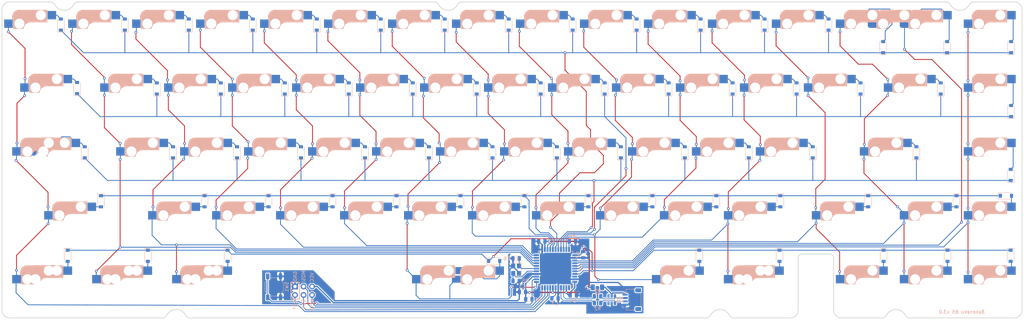
<source format=kicad_pcb>
(kicad_pcb (version 20171130) (host pcbnew "(5.1.9)-1")
  (layers (0 F.Cu signal) (31 B.Cu signal) (34 B.Paste user) (35 F.Paste user) (36 B.SilkS user) (37 F.SilkS user) (38 B.Mask user) (39 F.Mask user) (44 Edge.Cuts user))
  (net 0 "")
  (net 1 GND)
  (net 2 XTAL2)
  (net 3 XTAL1)
  (net 4 "Net-(D1-Pad2)")
  (net 5 ROW0)
  (net 6 "Net-(D2-Pad2)")
  (net 7 "Net-(D3-Pad2)")
  (net 8 "Net-(D4-Pad2)")
  (net 9 "Net-(D5-Pad2)")
  (net 10 "Net-(D6-Pad2)")
  (net 11 "Net-(D7-Pad2)")
  (net 12 "Net-(D8-Pad2)")
  (net 13 "Net-(D9-Pad2)")
  (net 14 "Net-(D10-Pad2)")
  (net 15 "Net-(D11-Pad2)")
  (net 16 "Net-(D12-Pad2)")
  (net 17 "Net-(D13-Pad2)")
  (net 18 "Net-(D14-Pad2)")
  (net 19 "Net-(D15-Pad2)")
  (net 20 "Net-(D16-Pad2)")
  (net 21 "Net-(D17-Pad2)")
  (net 22 ROW1)
  (net 23 "Net-(D18-Pad2)")
  (net 24 "Net-(D19-Pad2)")
  (net 25 "Net-(D20-Pad2)")
  (net 26 "Net-(D21-Pad2)")
  (net 27 "Net-(D22-Pad2)")
  (net 28 "Net-(D23-Pad2)")
  (net 29 "Net-(D24-Pad2)")
  (net 30 "Net-(D25-Pad2)")
  (net 31 "Net-(D26-Pad2)")
  (net 32 "Net-(D27-Pad2)")
  (net 33 "Net-(D28-Pad2)")
  (net 34 "Net-(D29-Pad2)")
  (net 35 "Net-(D30-Pad2)")
  (net 36 "Net-(D31-Pad2)")
  (net 37 "Net-(D32-Pad2)")
  (net 38 ROW2)
  (net 39 "Net-(D33-Pad2)")
  (net 40 "Net-(D34-Pad2)")
  (net 41 "Net-(D35-Pad2)")
  (net 42 "Net-(D36-Pad2)")
  (net 43 "Net-(D37-Pad2)")
  (net 44 "Net-(D38-Pad2)")
  (net 45 "Net-(D39-Pad2)")
  (net 46 "Net-(D40-Pad2)")
  (net 47 "Net-(D41-Pad2)")
  (net 48 "Net-(D42-Pad2)")
  (net 49 "Net-(D43-Pad2)")
  (net 50 "Net-(D44-Pad2)")
  (net 51 "Net-(D45-Pad2)")
  (net 52 "Net-(D46-Pad2)")
  (net 53 "Net-(D47-Pad2)")
  (net 54 ROW3)
  (net 55 "Net-(D48-Pad2)")
  (net 56 "Net-(D49-Pad2)")
  (net 57 "Net-(D50-Pad2)")
  (net 58 "Net-(D51-Pad2)")
  (net 59 "Net-(D52-Pad2)")
  (net 60 "Net-(D53-Pad2)")
  (net 61 "Net-(D54-Pad2)")
  (net 62 "Net-(D55-Pad2)")
  (net 63 "Net-(D56-Pad2)")
  (net 64 "Net-(D57-Pad2)")
  (net 65 "Net-(D58-Pad2)")
  (net 66 "Net-(D59-Pad2)")
  (net 67 "Net-(D60-Pad2)")
  (net 68 "Net-(D61-Pad2)")
  (net 69 ROW4)
  (net 70 "Net-(D62-Pad2)")
  (net 71 "Net-(D63-Pad2)")
  (net 72 "Net-(D64-Pad2)")
  (net 73 "Net-(D65-Pad2)")
  (net 74 "Net-(D66-Pad2)")
  (net 75 "Net-(D67-Pad2)")
  (net 76 "Net-(D68-Pad2)")
  (net 77 VBUS)
  (net 78 D+)
  (net 79 D-)
  (net 80 RESET)
  (net 81 MOSI)
  (net 82 SCK)
  (net 83 MISO)
  (net 84 COL0)
  (net 85 COL1)
  (net 86 COL2)
  (net 87 COL3)
  (net 88 COL4)
  (net 89 COL5)
  (net 90 COL6)
  (net 91 COL7)
  (net 92 COL8)
  (net 93 COL9)
  (net 94 COL10)
  (net 95 COL11)
  (net 96 COL12)
  (net 97 COL13)
  (net 98 COL14)
  (net 99 COL15)
  (net 100 "Net-(R4-Pad2)")
  (net 101 "Net-(C7-Pad1)")
  (net 102 +5V)
  (net 103 /MCU_D+)
  (net 104 /MCU_D-)
  (module kbd:CherryMX_Hotswap (layer F.Cu) (at 166.1625 66.15)
    (fp_text reference MX55 hide)
    (fp_text value MX-NoLED hide)
    (pad "" np_thru_hole circle (at 2.54 -5.08) (size 3 3) (drill 3) (layers *.Cu *.Mask))
    (pad "" np_thru_hole circle (at -3.81 -2.54) (size 3 3) (drill 3) (layers *.Cu *.Mask))
    (pad 2 smd rect (at 5.842 -5.08 180) (size 2.55 2.5) (layers B.Cu B.Paste B.Mask) (net 60 "Net-(D53-Pad2)"))
    (pad "" np_thru_hole circle (at -5.08 0) (size 1.9 1.9) (drill 1.9) (layers *.Cu *.Mask))
    (pad "" np_thru_hole circle (at 5.08 0) (size 1.9 1.9) (drill 1.9) (layers *.Cu *.Mask))
    (pad "" np_thru_hole circle (at 0 0 90) (size 4.1 4.1) (drill 4.1) (layers *.Cu *.Mask))
    (pad 1 smd rect (at -7.085 -2.54 180) (size 2.55 2.5) (layers B.Cu B.Paste B.Mask) (net 92 COL8))
  )
  (module kbd:CherryMX_Hotswap (layer F.Cu) (at 130.44375 85.2)
    (fp_text reference MX74 hide)
    (fp_text value MX-NoLED hide)
    (pad "" np_thru_hole circle (at 2.54 -5.08) (size 3 3) (drill 3) (layers *.Cu *.Mask))
    (pad "" np_thru_hole circle (at -3.81 -2.54) (size 3 3) (drill 3) (layers *.Cu *.Mask))
    (pad 2 smd rect (at 5.842 -5.08 180) (size 2.55 2.1) (layers B.Cu B.Paste B.Mask) (net 71 "Net-(D63-Pad2)"))
    (pad "" np_thru_hole circle (at -5.08 0) (size 1.9 1.9) (drill 1.9) (layers *.Cu *.Mask))
    (pad "" np_thru_hole circle (at 5.08 0) (size 1.9 1.9) (drill 1.9) (layers *.Cu *.Mask))
    (pad "" np_thru_hole circle (at 0 0 90) (size 4.1 4.1) (drill 4.1) (layers *.Cu *.Mask))
    (pad 1 smd rect (at -7.085 -2.54 180) (size 2.55 2.5) (layers B.Cu B.Paste B.Mask) (net 90 COL6))
  )
  (module kbd:CherryMX_Hotswap (layer F.Cu) (at 142.35 85.2)
    (fp_text reference MX65 hide)
    (fp_text value MX-NoLED hide)
    (pad "" np_thru_hole circle (at 2.54 -5.08) (size 3 3) (drill 3) (layers *.Cu *.Mask))
    (pad "" np_thru_hole circle (at -3.81 -2.54) (size 3 3) (drill 3) (layers *.Cu *.Mask))
    (pad 2 smd rect (at 5.842 -5.08 180) (size 2.55 2.5) (layers B.Cu B.Paste B.Mask) (net 71 "Net-(D63-Pad2)"))
    (pad "" np_thru_hole circle (at -5.08 0) (size 1.9 1.9) (drill 1.9) (layers *.Cu *.Mask))
    (pad "" np_thru_hole circle (at 5.08 0) (size 1.9 1.9) (drill 1.9) (layers *.Cu *.Mask))
    (pad "" np_thru_hole circle (at 0 0 90) (size 4.1 4.1) (drill 4.1) (layers *.Cu *.Mask))
    (pad 1 smd rect (at -7.085 -2.54 180) (size 2.55 2.1) (layers B.Cu B.Paste B.Mask) (net 90 COL6))
  )
  (module Diode_SMD:D_SOD-123 (layer B.Cu) (at 257.937 59.437 270)
    (fp_text reference D57)
    (fp_text value 1N4148)
    (pad 2 smd rect (at 1.65 0 270) (size 0.9 1.2) (layers B.Cu B.Paste B.Mask) (net 64 "Net-(D57-Pad2)"))
    (pad 1 smd rect (at -1.65 0 270) (size 0.9 1.2) (layers B.Cu B.Paste B.Mask) (net 54 ROW3))
  )
  (module Diode_SMD:D_SOD-123 (layer B.Cu) (at 212.725 59.437 270)
    (fp_text reference D55)
    (fp_text value 1N4148)
    (pad 2 smd rect (at 1.65 0 270) (size 0.9 1.2) (layers B.Cu B.Paste B.Mask) (net 62 "Net-(D55-Pad2)"))
    (pad 1 smd rect (at -1.65 0 270) (size 0.9 1.2) (layers B.Cu B.Paste B.Mask) (net 54 ROW3))
  )
  (module Diode_SMD:D_SOD-123 (layer B.Cu) (at 98.425 59.436 270)
    (fp_text reference D49)
    (fp_text value 1N4148)
    (pad 2 smd rect (at 1.65 0 270) (size 0.9 1.2) (layers B.Cu B.Paste B.Mask) (net 56 "Net-(D49-Pad2)"))
    (pad 1 smd rect (at -1.65 0 270) (size 0.9 1.2) (layers B.Cu B.Paste B.Mask) (net 54 ROW3))
  )
  (module Diode_SMD:D_SOD-123 (layer B.Cu) (at 60.325 59.437 270)
    (fp_text reference D47)
    (fp_text value 1N4148)
    (pad 2 smd rect (at 1.65 0 270) (size 0.9 1.2) (layers B.Cu B.Paste B.Mask) (net 53 "Net-(D47-Pad2)"))
    (pad 1 smd rect (at -1.65 0 270) (size 0.9 1.2) (layers B.Cu B.Paste B.Mask) (net 54 ROW3))
  )
  (module kbd:CherryMX_Hotswap (layer F.Cu) (at 294.75 47.1)
    (fp_text reference MX47 hide)
    (fp_text value MX-NoLED hide)
    (pad "" np_thru_hole circle (at 2.54 -5.08) (size 3 3) (drill 3) (layers *.Cu *.Mask))
    (pad "" np_thru_hole circle (at -3.81 -2.54) (size 3 3) (drill 3) (layers *.Cu *.Mask))
    (pad 2 smd rect (at 5.842 -5.08 180) (size 2.55 2.5) (layers B.Cu B.Paste B.Mask) (net 51 "Net-(D45-Pad2)"))
    (pad "" np_thru_hole circle (at -5.08 0) (size 1.9 1.9) (drill 1.9) (layers *.Cu *.Mask))
    (pad "" np_thru_hole circle (at 5.08 0) (size 1.9 1.9) (drill 1.9) (layers *.Cu *.Mask))
    (pad "" np_thru_hole circle (at 0 0 90) (size 4.1 4.1) (drill 4.1) (layers *.Cu *.Mask))
    (pad 1 smd rect (at -7.085 -2.54 180) (size 2.55 2.5) (layers B.Cu B.Paste B.Mask) (net 99 COL15))
  )
  (module kbd:CherryMX_Hotswap (layer F.Cu) (at 275.7 9)
    (fp_text reference MX15 hide)
    (fp_text value MX-NoLED hide)
    (pad 1 smd rect (at -7.085 -2.54 180) (size 2.55 2.5) (layers B.Cu B.Paste B.Mask) (net 98 COL14))
    (pad "" np_thru_hole circle (at 0 0 90) (size 4.1 4.1) (drill 4.1) (layers *.Cu *.Mask))
    (pad "" np_thru_hole circle (at 5.08 0) (size 1.9 1.9) (drill 1.9) (layers *.Cu *.Mask))
    (pad "" np_thru_hole circle (at -5.08 0) (size 1.9 1.9) (drill 1.9) (layers *.Cu *.Mask))
    (pad 2 smd rect (at 5.842 -5.08 180) (size 2.55 2.5) (layers B.Cu B.Paste B.Mask) (net 19 "Net-(D15-Pad2)"))
    (pad "" np_thru_hole circle (at -3.81 -2.54) (size 3 3) (drill 3) (layers *.Cu *.Mask))
    (pad "" np_thru_hole circle (at 2.54 -5.08) (size 3 3) (drill 3) (layers *.Cu *.Mask))
  )
  (module kbd:CherryMX_Hotswap (layer F.Cu) (at 225.69375 85.2)
    (fp_text reference MX75 hide)
    (fp_text value MX-NoLED hide)
    (pad "" np_thru_hole circle (at 2.54 -5.08) (size 3 3) (drill 3) (layers *.Cu *.Mask))
    (pad "" np_thru_hole circle (at -3.81 -2.54) (size 3 3) (drill 3) (layers *.Cu *.Mask))
    (pad 2 smd rect (at 5.842 -5.08 180) (size 2.55 2.5) (layers B.Cu B.Paste B.Mask) (net 73 "Net-(D65-Pad2)"))
    (pad "" np_thru_hole circle (at -5.08 0) (size 1.9 1.9) (drill 1.9) (layers *.Cu *.Mask))
    (pad "" np_thru_hole circle (at 5.08 0) (size 1.9 1.9) (drill 1.9) (layers *.Cu *.Mask))
    (pad "" np_thru_hole circle (at 0 0 90) (size 4.1 4.1) (drill 4.1) (layers *.Cu *.Mask))
    (pad 1 smd rect (at -7.085 -2.54 180) (size 2.55 2.5) (layers B.Cu B.Paste B.Mask) (net 95 COL11))
  )
  (module kbd:CherryMX_Hotswap (layer F.Cu) (at 59.00625 85.2)
    (fp_text reference MX73 hide)
    (fp_text value MX-NoLED hide)
    (pad "" np_thru_hole circle (at 2.54 -5.08) (size 3 3) (drill 3) (layers *.Cu *.Mask))
    (pad "" np_thru_hole circle (at -3.81 -2.54) (size 3 3) (drill 3) (layers *.Cu *.Mask))
    (pad 2 smd rect (at 5.842 -5.08 180) (size 2.55 2.5) (layers B.Cu B.Paste B.Mask) (net 70 "Net-(D62-Pad2)"))
    (pad "" np_thru_hole circle (at -5.08 0) (size 1.9 1.9) (drill 1.9) (layers *.Cu *.Mask))
    (pad "" np_thru_hole circle (at 5.08 0) (size 1.9 1.9) (drill 1.9) (layers *.Cu *.Mask))
    (pad "" np_thru_hole circle (at 0 0 90) (size 4.1 4.1) (drill 4.1) (layers *.Cu *.Mask))
    (pad 1 smd rect (at -7.085 -2.54 180) (size 2.55 2.5) (layers B.Cu B.Paste B.Mask) (net 86 COL2))
  )
  (module kbd:CherryMX_Hotswap (layer F.Cu) (at 35.19375 85.2)
    (fp_text reference MX72 hide)
    (fp_text value MX-NoLED hide)
    (pad "" np_thru_hole circle (at 2.54 -5.08) (size 3 3) (drill 3) (layers *.Cu *.Mask))
    (pad "" np_thru_hole circle (at -3.81 -2.54) (size 3 3) (drill 3) (layers *.Cu *.Mask))
    (pad 2 smd rect (at 5.842 -5.08 180) (size 2.55 2.5) (layers B.Cu B.Paste B.Mask) (net 68 "Net-(D61-Pad2)"))
    (pad "" np_thru_hole circle (at -5.08 0) (size 1.9 1.9) (drill 1.9) (layers *.Cu *.Mask))
    (pad "" np_thru_hole circle (at 5.08 0) (size 1.9 1.9) (drill 1.9) (layers *.Cu *.Mask))
    (pad "" np_thru_hole circle (at 0 0 90) (size 4.1 4.1) (drill 4.1) (layers *.Cu *.Mask))
    (pad 1 smd rect (at -7.085 -2.54 180) (size 2.55 2.5) (layers B.Cu B.Paste B.Mask) (net 85 COL1))
  )
  (module kbd:CherryMX_Hotswap (layer F.Cu) (at 11.38125 85.2)
    (fp_text reference MX71 hide)
    (fp_text value MX-NoLED hide)
    (pad "" np_thru_hole circle (at 2.54 -5.08) (size 3 3) (drill 3) (layers *.Cu *.Mask))
    (pad "" np_thru_hole circle (at -3.81 -2.54) (size 3 3) (drill 3) (layers *.Cu *.Mask))
    (pad 2 smd rect (at 5.842 -5.08 180) (size 2.55 2.5) (layers B.Cu B.Paste B.Mask) (net 67 "Net-(D60-Pad2)"))
    (pad "" np_thru_hole circle (at -5.08 0) (size 1.9 1.9) (drill 1.9) (layers *.Cu *.Mask))
    (pad "" np_thru_hole circle (at 5.08 0) (size 1.9 1.9) (drill 1.9) (layers *.Cu *.Mask))
    (pad "" np_thru_hole circle (at 0 0 90) (size 4.1 4.1) (drill 4.1) (layers *.Cu *.Mask))
    (pad 1 smd rect (at -7.085 -2.54 180) (size 2.55 2.5) (layers B.Cu B.Paste B.Mask) (net 84 COL0))
  )
  (module kbd:CherryMX_Hotswap (layer F.Cu) (at 294.75 85.2)
    (fp_text reference MX70 hide)
    (fp_text value MX-NoLED hide)
    (pad "" np_thru_hole circle (at 2.54 -5.08) (size 3 3) (drill 3) (layers *.Cu *.Mask))
    (pad "" np_thru_hole circle (at -3.81 -2.54) (size 3 3) (drill 3) (layers *.Cu *.Mask))
    (pad 2 smd rect (at 5.842 -5.08 180) (size 2.55 2.5) (layers B.Cu B.Paste B.Mask) (net 76 "Net-(D68-Pad2)"))
    (pad "" np_thru_hole circle (at -5.08 0) (size 1.9 1.9) (drill 1.9) (layers *.Cu *.Mask))
    (pad "" np_thru_hole circle (at 5.08 0) (size 1.9 1.9) (drill 1.9) (layers *.Cu *.Mask))
    (pad "" np_thru_hole circle (at 0 0 90) (size 4.1 4.1) (drill 4.1) (layers *.Cu *.Mask))
    (pad 1 smd rect (at -7.085 -2.54 180) (size 2.55 2.5) (layers B.Cu B.Paste B.Mask) (net 99 COL15))
  )
  (module kbd:CherryMX_Hotswap (layer F.Cu) (at 275.7 85.2)
    (fp_text reference MX69 hide)
    (fp_text value MX-NoLED hide)
    (pad "" np_thru_hole circle (at 2.54 -5.08) (size 3 3) (drill 3) (layers *.Cu *.Mask))
    (pad "" np_thru_hole circle (at -3.81 -2.54) (size 3 3) (drill 3) (layers *.Cu *.Mask))
    (pad 2 smd rect (at 5.842 -5.08 180) (size 2.55 2.5) (layers B.Cu B.Paste B.Mask) (net 75 "Net-(D67-Pad2)"))
    (pad "" np_thru_hole circle (at -5.08 0) (size 1.9 1.9) (drill 1.9) (layers *.Cu *.Mask))
    (pad "" np_thru_hole circle (at 5.08 0) (size 1.9 1.9) (drill 1.9) (layers *.Cu *.Mask))
    (pad "" np_thru_hole circle (at 0 0 90) (size 4.1 4.1) (drill 4.1) (layers *.Cu *.Mask))
    (pad 1 smd rect (at -7.085 -2.54 180) (size 2.55 2.5) (layers B.Cu B.Paste B.Mask) (net 97 COL13))
  )
  (module kbd:CherryMX_Hotswap (layer F.Cu) (at 256.65 85.2)
    (fp_text reference MX68 hide)
    (fp_text value MX-NoLED hide)
    (pad "" np_thru_hole circle (at 2.54 -5.08) (size 3 3) (drill 3) (layers *.Cu *.Mask))
    (pad "" np_thru_hole circle (at -3.81 -2.54) (size 3 3) (drill 3) (layers *.Cu *.Mask))
    (pad 2 smd rect (at 5.842 -5.08 180) (size 2.55 2.5) (layers B.Cu B.Paste B.Mask) (net 74 "Net-(D66-Pad2)"))
    (pad "" np_thru_hole circle (at -5.08 0) (size 1.9 1.9) (drill 1.9) (layers *.Cu *.Mask))
    (pad "" np_thru_hole circle (at 5.08 0) (size 1.9 1.9) (drill 1.9) (layers *.Cu *.Mask))
    (pad "" np_thru_hole circle (at 0 0 90) (size 4.1 4.1) (drill 4.1) (layers *.Cu *.Mask))
    (pad 1 smd rect (at -7.085 -2.54 180) (size 2.55 2.5) (layers B.Cu B.Paste B.Mask) (net 96 COL12))
  )
  (module kbd:CherryMX_Hotswap (layer F.Cu) (at 223.3125 85.2)
    (fp_text reference MX67 hide)
    (fp_text value MX-NoLED hide)
    (pad "" np_thru_hole circle (at 2.54 -5.08) (size 3 3) (drill 3) (layers *.Cu *.Mask))
    (pad "" np_thru_hole circle (at -3.81 -2.54) (size 3 3) (drill 3) (layers *.Cu *.Mask))
    (pad 2 smd rect (at 5.842 -5.08 180) (size 2.55 2.5) (layers B.Cu B.Paste B.Mask) (net 73 "Net-(D65-Pad2)"))
    (pad "" np_thru_hole circle (at -5.08 0) (size 1.9 1.9) (drill 1.9) (layers *.Cu *.Mask))
    (pad "" np_thru_hole circle (at 5.08 0) (size 1.9 1.9) (drill 1.9) (layers *.Cu *.Mask))
    (pad "" np_thru_hole circle (at 0 0 90) (size 4.1 4.1) (drill 4.1) (layers *.Cu *.Mask))
    (pad 1 smd rect (at -7.085 -2.54 180) (size 2.55 2.5) (layers B.Cu B.Paste B.Mask) (net 95 COL11))
  )
  (module kbd:CherryMX_Hotswap (layer F.Cu) (at 201.88125 85.2)
    (fp_text reference MX66 hide)
    (fp_text value MX-NoLED hide)
    (pad "" np_thru_hole circle (at 2.54 -5.08) (size 3 3) (drill 3) (layers *.Cu *.Mask))
    (pad "" np_thru_hole circle (at -3.81 -2.54) (size 3 3) (drill 3) (layers *.Cu *.Mask))
    (pad 2 smd rect (at 5.842 -5.08 180) (size 2.55 2.5) (layers B.Cu B.Paste B.Mask) (net 72 "Net-(D64-Pad2)"))
    (pad "" np_thru_hole circle (at -5.08 0) (size 1.9 1.9) (drill 1.9) (layers *.Cu *.Mask))
    (pad "" np_thru_hole circle (at 5.08 0) (size 1.9 1.9) (drill 1.9) (layers *.Cu *.Mask))
    (pad "" np_thru_hole circle (at 0 0 90) (size 4.1 4.1) (drill 4.1) (layers *.Cu *.Mask))
    (pad 1 smd rect (at -7.085 -2.54 180) (size 2.55 2.5) (layers B.Cu B.Paste B.Mask) (net 93 COL9))
  )
  (module kbd:CherryMX_Hotswap (layer F.Cu) (at 61.3875 85.2)
    (fp_text reference MX64 hide)
    (fp_text value MX-NoLED hide)
    (pad "" np_thru_hole circle (at 2.54 -5.08) (size 3 3) (drill 3) (layers *.Cu *.Mask))
    (pad "" np_thru_hole circle (at -3.81 -2.54) (size 3 3) (drill 3) (layers *.Cu *.Mask))
    (pad 2 smd rect (at 5.842 -5.08 180) (size 2.55 2.5) (layers B.Cu B.Paste B.Mask) (net 70 "Net-(D62-Pad2)"))
    (pad "" np_thru_hole circle (at -5.08 0) (size 1.9 1.9) (drill 1.9) (layers *.Cu *.Mask))
    (pad "" np_thru_hole circle (at 5.08 0) (size 1.9 1.9) (drill 1.9) (layers *.Cu *.Mask))
    (pad "" np_thru_hole circle (at 0 0 90) (size 4.1 4.1) (drill 4.1) (layers *.Cu *.Mask))
    (pad 1 smd rect (at -7.085 -2.54 180) (size 2.55 2.5) (layers B.Cu B.Paste B.Mask) (net 86 COL2))
  )
  (module kbd:CherryMX_Hotswap (layer F.Cu) (at 37.575 85.2)
    (fp_text reference MX63 hide)
    (fp_text value MX-NoLED hide)
    (pad "" np_thru_hole circle (at 2.54 -5.08) (size 3 3) (drill 3) (layers *.Cu *.Mask))
    (pad "" np_thru_hole circle (at -3.81 -2.54) (size 3 3) (drill 3) (layers *.Cu *.Mask))
    (pad 2 smd rect (at 5.842 -5.08 180) (size 2.55 2.5) (layers B.Cu B.Paste B.Mask) (net 68 "Net-(D61-Pad2)"))
    (pad "" np_thru_hole circle (at -5.08 0) (size 1.9 1.9) (drill 1.9) (layers *.Cu *.Mask))
    (pad "" np_thru_hole circle (at 5.08 0) (size 1.9 1.9) (drill 1.9) (layers *.Cu *.Mask))
    (pad "" np_thru_hole circle (at 0 0 90) (size 4.1 4.1) (drill 4.1) (layers *.Cu *.Mask))
    (pad 1 smd rect (at -7.085 -2.54 180) (size 2.55 2.5) (layers B.Cu B.Paste B.Mask) (net 85 COL1))
  )
  (module kbd:CherryMX_Hotswap (layer F.Cu) (at 13.7625 85.2)
    (fp_text reference MX62 hide)
    (fp_text value MX-NoLED hide)
    (pad "" np_thru_hole circle (at 2.54 -5.08) (size 3 3) (drill 3) (layers *.Cu *.Mask))
    (pad "" np_thru_hole circle (at -3.81 -2.54) (size 3 3) (drill 3) (layers *.Cu *.Mask))
    (pad 2 smd rect (at 5.842 -5.08 180) (size 2.55 2.5) (layers B.Cu B.Paste B.Mask) (net 67 "Net-(D60-Pad2)"))
    (pad "" np_thru_hole circle (at -5.08 0) (size 1.9 1.9) (drill 1.9) (layers *.Cu *.Mask))
    (pad "" np_thru_hole circle (at 5.08 0) (size 1.9 1.9) (drill 1.9) (layers *.Cu *.Mask))
    (pad "" np_thru_hole circle (at 0 0 90) (size 4.1 4.1) (drill 4.1) (layers *.Cu *.Mask))
    (pad 1 smd rect (at -7.085 -2.54 180) (size 2.55 2.5) (layers B.Cu B.Paste B.Mask) (net 84 COL0))
  )
  (module kbd:CherryMX_Hotswap (layer F.Cu) (at 294.75 66.15)
    (fp_text reference MX61 hide)
    (fp_text value MX-NoLED hide)
    (pad "" np_thru_hole circle (at 2.54 -5.08) (size 3 3) (drill 3) (layers *.Cu *.Mask))
    (pad "" np_thru_hole circle (at -3.81 -2.54) (size 3 3) (drill 3) (layers *.Cu *.Mask))
    (pad 2 smd rect (at 5.842 -5.08 180) (size 2.55 2.5) (layers B.Cu B.Paste B.Mask) (net 66 "Net-(D59-Pad2)"))
    (pad "" np_thru_hole circle (at -5.08 0) (size 1.9 1.9) (drill 1.9) (layers *.Cu *.Mask))
    (pad "" np_thru_hole circle (at 5.08 0) (size 1.9 1.9) (drill 1.9) (layers *.Cu *.Mask))
    (pad "" np_thru_hole circle (at 0 0 90) (size 4.1 4.1) (drill 4.1) (layers *.Cu *.Mask))
    (pad 1 smd rect (at -7.085 -2.54 180) (size 2.55 2.5) (layers B.Cu B.Paste B.Mask) (net 99 COL15))
  )
  (module kbd:CherryMX_Hotswap (layer F.Cu) (at 275.7 66.15)
    (fp_text reference MX60 hide)
    (fp_text value MX-NoLED hide)
    (pad "" np_thru_hole circle (at 2.54 -5.08) (size 3 3) (drill 3) (layers *.Cu *.Mask))
    (pad "" np_thru_hole circle (at -3.81 -2.54) (size 3 3) (drill 3) (layers *.Cu *.Mask))
    (pad 2 smd rect (at 5.842 -5.08 180) (size 2.55 2.5) (layers B.Cu B.Paste B.Mask) (net 65 "Net-(D58-Pad2)"))
    (pad "" np_thru_hole circle (at -5.08 0) (size 1.9 1.9) (drill 1.9) (layers *.Cu *.Mask))
    (pad "" np_thru_hole circle (at 5.08 0) (size 1.9 1.9) (drill 1.9) (layers *.Cu *.Mask))
    (pad "" np_thru_hole circle (at 0 0 90) (size 4.1 4.1) (drill 4.1) (layers *.Cu *.Mask))
    (pad 1 smd rect (at -7.085 -2.54 180) (size 2.55 2.5) (layers B.Cu B.Paste B.Mask) (net 97 COL13))
  )
  (module kbd:CherryMX_Hotswap (layer F.Cu) (at 249.50625 66.15)
    (fp_text reference MX59 hide)
    (fp_text value MX-NoLED hide)
    (pad "" np_thru_hole circle (at 2.54 -5.08) (size 3 3) (drill 3) (layers *.Cu *.Mask))
    (pad "" np_thru_hole circle (at -3.81 -2.54) (size 3 3) (drill 3) (layers *.Cu *.Mask))
    (pad 2 smd rect (at 5.842 -5.08 180) (size 2.55 2.5) (layers B.Cu B.Paste B.Mask) (net 64 "Net-(D57-Pad2)"))
    (pad "" np_thru_hole circle (at -5.08 0) (size 1.9 1.9) (drill 1.9) (layers *.Cu *.Mask))
    (pad "" np_thru_hole circle (at 5.08 0) (size 1.9 1.9) (drill 1.9) (layers *.Cu *.Mask))
    (pad "" np_thru_hole circle (at 0 0 90) (size 4.1 4.1) (drill 4.1) (layers *.Cu *.Mask))
    (pad 1 smd rect (at -7.085 -2.54 180) (size 2.55 2.5) (layers B.Cu B.Paste B.Mask) (net 96 COL12))
  )
  (module kbd:CherryMX_Hotswap (layer F.Cu) (at 223.3125 66.15)
    (fp_text reference MX58 hide)
    (fp_text value MX-NoLED hide)
    (pad "" np_thru_hole circle (at 2.54 -5.08) (size 3 3) (drill 3) (layers *.Cu *.Mask))
    (pad "" np_thru_hole circle (at -3.81 -2.54) (size 3 3) (drill 3) (layers *.Cu *.Mask))
    (pad 2 smd rect (at 5.842 -5.08 180) (size 2.55 2.5) (layers B.Cu B.Paste B.Mask) (net 63 "Net-(D56-Pad2)"))
    (pad "" np_thru_hole circle (at -5.08 0) (size 1.9 1.9) (drill 1.9) (layers *.Cu *.Mask))
    (pad "" np_thru_hole circle (at 5.08 0) (size 1.9 1.9) (drill 1.9) (layers *.Cu *.Mask))
    (pad "" np_thru_hole circle (at 0 0 90) (size 4.1 4.1) (drill 4.1) (layers *.Cu *.Mask))
    (pad 1 smd rect (at -7.085 -2.54 180) (size 2.55 2.5) (layers B.Cu B.Paste B.Mask) (net 95 COL11))
  )
  (module kbd:CherryMX_Hotswap (layer F.Cu) (at 204.2625 66.15)
    (fp_text reference MX57 hide)
    (fp_text value MX-NoLED hide)
    (pad "" np_thru_hole circle (at 2.54 -5.08) (size 3 3) (drill 3) (layers *.Cu *.Mask))
    (pad "" np_thru_hole circle (at -3.81 -2.54) (size 3 3) (drill 3) (layers *.Cu *.Mask))
    (pad 2 smd rect (at 5.842 -5.08 180) (size 2.55 2.5) (layers B.Cu B.Paste B.Mask) (net 62 "Net-(D55-Pad2)"))
    (pad "" np_thru_hole circle (at -5.08 0) (size 1.9 1.9) (drill 1.9) (layers *.Cu *.Mask))
    (pad "" np_thru_hole circle (at 5.08 0) (size 1.9 1.9) (drill 1.9) (layers *.Cu *.Mask))
    (pad "" np_thru_hole circle (at 0 0 90) (size 4.1 4.1) (drill 4.1) (layers *.Cu *.Mask))
    (pad 1 smd rect (at -7.085 -2.54 180) (size 2.55 2.5) (layers B.Cu B.Paste B.Mask) (net 94 COL10))
  )
  (module kbd:CherryMX_Hotswap (layer F.Cu) (at 185.2125 66.15)
    (fp_text reference MX56 hide)
    (fp_text value MX-NoLED hide)
    (pad "" np_thru_hole circle (at 2.54 -5.08) (size 3 3) (drill 3) (layers *.Cu *.Mask))
    (pad "" np_thru_hole circle (at -3.81 -2.54) (size 3 3) (drill 3) (layers *.Cu *.Mask))
    (pad 2 smd rect (at 5.842 -5.08 180) (size 2.55 2.5) (layers B.Cu B.Paste B.Mask) (net 61 "Net-(D54-Pad2)"))
    (pad "" np_thru_hole circle (at -5.08 0) (size 1.9 1.9) (drill 1.9) (layers *.Cu *.Mask))
    (pad "" np_thru_hole circle (at 5.08 0) (size 1.9 1.9) (drill 1.9) (layers *.Cu *.Mask))
    (pad "" np_thru_hole circle (at 0 0 90) (size 4.1 4.1) (drill 4.1) (layers *.Cu *.Mask))
    (pad 1 smd rect (at -7.085 -2.54 180) (size 2.55 2.5) (layers B.Cu B.Paste B.Mask) (net 93 COL9))
  )
  (module kbd:CherryMX_Hotswap (layer F.Cu) (at 147.1125 66.15)
    (fp_text reference MX54 hide)
    (fp_text value MX-NoLED hide)
    (pad "" np_thru_hole circle (at 2.54 -5.08) (size 3 3) (drill 3) (layers *.Cu *.Mask))
    (pad "" np_thru_hole circle (at -3.81 -2.54) (size 3 3) (drill 3) (layers *.Cu *.Mask))
    (pad 2 smd rect (at 5.842 -5.08 180) (size 2.55 2.5) (layers B.Cu B.Paste B.Mask) (net 59 "Net-(D52-Pad2)"))
    (pad "" np_thru_hole circle (at -5.08 0) (size 1.9 1.9) (drill 1.9) (layers *.Cu *.Mask))
    (pad "" np_thru_hole circle (at 5.08 0) (size 1.9 1.9) (drill 1.9) (layers *.Cu *.Mask))
    (pad "" np_thru_hole circle (at 0 0 90) (size 4.1 4.1) (drill 4.1) (layers *.Cu *.Mask))
    (pad 1 smd rect (at -7.085 -2.54 180) (size 2.55 2.5) (layers B.Cu B.Paste B.Mask) (net 91 COL7))
  )
  (module kbd:CherryMX_Hotswap (layer F.Cu) (at 128.0625 66.15)
    (fp_text reference MX53 hide)
    (fp_text value MX-NoLED hide)
    (pad "" np_thru_hole circle (at 2.54 -5.08) (size 3 3) (drill 3) (layers *.Cu *.Mask))
    (pad "" np_thru_hole circle (at -3.81 -2.54) (size 3 3) (drill 3) (layers *.Cu *.Mask))
    (pad 2 smd rect (at 5.842 -5.08 180) (size 2.55 2.5) (layers B.Cu B.Paste B.Mask) (net 58 "Net-(D51-Pad2)"))
    (pad "" np_thru_hole circle (at -5.08 0) (size 1.9 1.9) (drill 1.9) (layers *.Cu *.Mask))
    (pad "" np_thru_hole circle (at 5.08 0) (size 1.9 1.9) (drill 1.9) (layers *.Cu *.Mask))
    (pad "" np_thru_hole circle (at 0 0 90) (size 4.1 4.1) (drill 4.1) (layers *.Cu *.Mask))
    (pad 1 smd rect (at -7.085 -2.54 180) (size 2.55 2.5) (layers B.Cu B.Paste B.Mask) (net 90 COL6))
  )
  (module kbd:CherryMX_Hotswap (layer F.Cu) (at 109.0125 66.15)
    (fp_text reference MX52 hide)
    (fp_text value MX-NoLED hide)
    (pad "" np_thru_hole circle (at 2.54 -5.08) (size 3 3) (drill 3) (layers *.Cu *.Mask))
    (pad "" np_thru_hole circle (at -3.81 -2.54) (size 3 3) (drill 3) (layers *.Cu *.Mask))
    (pad 2 smd rect (at 5.842 -5.08 180) (size 2.55 2.5) (layers B.Cu B.Paste B.Mask) (net 57 "Net-(D50-Pad2)"))
    (pad "" np_thru_hole circle (at -5.08 0) (size 1.9 1.9) (drill 1.9) (layers *.Cu *.Mask))
    (pad "" np_thru_hole circle (at 5.08 0) (size 1.9 1.9) (drill 1.9) (layers *.Cu *.Mask))
    (pad "" np_thru_hole circle (at 0 0 90) (size 4.1 4.1) (drill 4.1) (layers *.Cu *.Mask))
    (pad 1 smd rect (at -7.085 -2.54 180) (size 2.55 2.5) (layers B.Cu B.Paste B.Mask) (net 89 COL5))
  )
  (module kbd:CherryMX_Hotswap (layer F.Cu) (at 89.9625 66.15)
    (fp_text reference MX51 hide)
    (fp_text value MX-NoLED hide)
    (pad "" np_thru_hole circle (at 2.54 -5.08) (size 3 3) (drill 3) (layers *.Cu *.Mask))
    (pad "" np_thru_hole circle (at -3.81 -2.54) (size 3 3) (drill 3) (layers *.Cu *.Mask))
    (pad 2 smd rect (at 5.842 -5.08 180) (size 2.55 2.5) (layers B.Cu B.Paste B.Mask) (net 56 "Net-(D49-Pad2)"))
    (pad "" np_thru_hole circle (at -5.08 0) (size 1.9 1.9) (drill 1.9) (layers *.Cu *.Mask))
    (pad "" np_thru_hole circle (at 5.08 0) (size 1.9 1.9) (drill 1.9) (layers *.Cu *.Mask))
    (pad "" np_thru_hole circle (at 0 0 90) (size 4.1 4.1) (drill 4.1) (layers *.Cu *.Mask))
    (pad 1 smd rect (at -7.085 -2.54 180) (size 2.55 2.5) (layers B.Cu B.Paste B.Mask) (net 88 COL4))
  )
  (module kbd:CherryMX_Hotswap (layer F.Cu) (at 70.9125 66.15)
    (fp_text reference MX50 hide)
    (fp_text value MX-NoLED hide)
    (pad "" np_thru_hole circle (at 2.54 -5.08) (size 3 3) (drill 3) (layers *.Cu *.Mask))
    (pad "" np_thru_hole circle (at -3.81 -2.54) (size 3 3) (drill 3) (layers *.Cu *.Mask))
    (pad 2 smd rect (at 5.842 -5.08 180) (size 2.55 2.5) (layers B.Cu B.Paste B.Mask) (net 55 "Net-(D48-Pad2)"))
    (pad "" np_thru_hole circle (at -5.08 0) (size 1.9 1.9) (drill 1.9) (layers *.Cu *.Mask))
    (pad "" np_thru_hole circle (at 5.08 0) (size 1.9 1.9) (drill 1.9) (layers *.Cu *.Mask))
    (pad "" np_thru_hole circle (at 0 0 90) (size 4.1 4.1) (drill 4.1) (layers *.Cu *.Mask))
    (pad 1 smd rect (at -7.085 -2.54 180) (size 2.55 2.5) (layers B.Cu B.Paste B.Mask) (net 87 COL3))
  )
  (module kbd:CherryMX_Hotswap (layer F.Cu) (at 51.8625 66.15)
    (fp_text reference MX49 hide)
    (fp_text value MX-NoLED hide)
    (pad "" np_thru_hole circle (at 2.54 -5.08) (size 3 3) (drill 3) (layers *.Cu *.Mask))
    (pad "" np_thru_hole circle (at -3.81 -2.54) (size 3 3) (drill 3) (layers *.Cu *.Mask))
    (pad 2 smd rect (at 5.842 -5.08 180) (size 2.55 2.5) (layers B.Cu B.Paste B.Mask) (net 53 "Net-(D47-Pad2)"))
    (pad "" np_thru_hole circle (at -5.08 0) (size 1.9 1.9) (drill 1.9) (layers *.Cu *.Mask))
    (pad "" np_thru_hole circle (at 5.08 0) (size 1.9 1.9) (drill 1.9) (layers *.Cu *.Mask))
    (pad "" np_thru_hole circle (at 0 0 90) (size 4.1 4.1) (drill 4.1) (layers *.Cu *.Mask))
    (pad 1 smd rect (at -7.085 -2.54 180) (size 2.55 2.5) (layers B.Cu B.Paste B.Mask) (net 86 COL2))
  )
  (module kbd:CherryMX_Hotswap (layer F.Cu) (at 20.90625 66.15)
    (fp_text reference MX48 hide)
    (fp_text value MX-NoLED hide)
    (pad "" np_thru_hole circle (at 2.54 -5.08) (size 3 3) (drill 3) (layers *.Cu *.Mask))
    (pad "" np_thru_hole circle (at -3.81 -2.54) (size 3 3) (drill 3) (layers *.Cu *.Mask))
    (pad 2 smd rect (at 5.842 -5.08 180) (size 2.55 2.5) (layers B.Cu B.Paste B.Mask) (net 52 "Net-(D46-Pad2)"))
    (pad "" np_thru_hole circle (at -5.08 0) (size 1.9 1.9) (drill 1.9) (layers *.Cu *.Mask))
    (pad "" np_thru_hole circle (at 5.08 0) (size 1.9 1.9) (drill 1.9) (layers *.Cu *.Mask))
    (pad "" np_thru_hole circle (at 0 0 90) (size 4.1 4.1) (drill 4.1) (layers *.Cu *.Mask))
    (pad 1 smd rect (at -7.085 -2.54 180) (size 2.55 2.5) (layers B.Cu B.Paste B.Mask) (net 84 COL0))
  )
  (module kbd:CherryMX_Hotswap (layer F.Cu) (at 263.79375 47.1)
    (fp_text reference MX46 hide)
    (fp_text value MX-NoLED hide)
    (pad "" np_thru_hole circle (at 2.54 -5.08) (size 3 3) (drill 3) (layers *.Cu *.Mask))
    (pad "" np_thru_hole circle (at -3.81 -2.54) (size 3 3) (drill 3) (layers *.Cu *.Mask))
    (pad 2 smd rect (at 5.842 -5.08 180) (size 2.55 2.5) (layers B.Cu B.Paste B.Mask) (net 50 "Net-(D44-Pad2)"))
    (pad "" np_thru_hole circle (at -5.08 0) (size 1.9 1.9) (drill 1.9) (layers *.Cu *.Mask))
    (pad "" np_thru_hole circle (at 5.08 0) (size 1.9 1.9) (drill 1.9) (layers *.Cu *.Mask))
    (pad "" np_thru_hole circle (at 0 0 90) (size 4.1 4.1) (drill 4.1) (layers *.Cu *.Mask))
    (pad 1 smd rect (at -7.085 -2.54 180) (size 2.55 2.5) (layers B.Cu B.Paste B.Mask) (net 97 COL13))
  )
  (module kbd:CherryMX_Hotswap (layer F.Cu) (at 232.8375 47.1)
    (fp_text reference MX45 hide)
    (fp_text value MX-NoLED hide)
    (pad "" np_thru_hole circle (at 2.54 -5.08) (size 3 3) (drill 3) (layers *.Cu *.Mask))
    (pad "" np_thru_hole circle (at -3.81 -2.54) (size 3 3) (drill 3) (layers *.Cu *.Mask))
    (pad 2 smd rect (at 5.842 -5.08 180) (size 2.55 2.5) (layers B.Cu B.Paste B.Mask) (net 49 "Net-(D43-Pad2)"))
    (pad "" np_thru_hole circle (at -5.08 0) (size 1.9 1.9) (drill 1.9) (layers *.Cu *.Mask))
    (pad "" np_thru_hole circle (at 5.08 0) (size 1.9 1.9) (drill 1.9) (layers *.Cu *.Mask))
    (pad "" np_thru_hole circle (at 0 0 90) (size 4.1 4.1) (drill 4.1) (layers *.Cu *.Mask))
    (pad 1 smd rect (at -7.085 -2.54 180) (size 2.55 2.5) (layers B.Cu B.Paste B.Mask) (net 95 COL11))
  )
  (module kbd:CherryMX_Hotswap (layer F.Cu) (at 213.7875 47.1)
    (fp_text reference MX44 hide)
    (fp_text value MX-NoLED hide)
    (pad "" np_thru_hole circle (at 2.54 -5.08) (size 3 3) (drill 3) (layers *.Cu *.Mask))
    (pad "" np_thru_hole circle (at -3.81 -2.54) (size 3 3) (drill 3) (layers *.Cu *.Mask))
    (pad 2 smd rect (at 5.842 -5.08 180) (size 2.55 2.5) (layers B.Cu B.Paste B.Mask) (net 48 "Net-(D42-Pad2)"))
    (pad "" np_thru_hole circle (at -5.08 0) (size 1.9 1.9) (drill 1.9) (layers *.Cu *.Mask))
    (pad "" np_thru_hole circle (at 5.08 0) (size 1.9 1.9) (drill 1.9) (layers *.Cu *.Mask))
    (pad "" np_thru_hole circle (at 0 0 90) (size 4.1 4.1) (drill 4.1) (layers *.Cu *.Mask))
    (pad 1 smd rect (at -7.085 -2.54 180) (size 2.55 2.5) (layers B.Cu B.Paste B.Mask) (net 94 COL10))
  )
  (module kbd:CherryMX_Hotswap (layer F.Cu) (at 194.7375 47.1)
    (fp_text reference MX43 hide)
    (fp_text value MX-NoLED hide)
    (pad "" np_thru_hole circle (at 2.54 -5.08) (size 3 3) (drill 3) (layers *.Cu *.Mask))
    (pad "" np_thru_hole circle (at -3.81 -2.54) (size 3 3) (drill 3) (layers *.Cu *.Mask))
    (pad 2 smd rect (at 5.842 -5.08 180) (size 2.55 2.5) (layers B.Cu B.Paste B.Mask) (net 47 "Net-(D41-Pad2)"))
    (pad "" np_thru_hole circle (at -5.08 0) (size 1.9 1.9) (drill 1.9) (layers *.Cu *.Mask))
    (pad "" np_thru_hole circle (at 5.08 0) (size 1.9 1.9) (drill 1.9) (layers *.Cu *.Mask))
    (pad "" np_thru_hole circle (at 0 0 90) (size 4.1 4.1) (drill 4.1) (layers *.Cu *.Mask))
    (pad 1 smd rect (at -7.085 -2.54 180) (size 2.55 2.5) (layers B.Cu B.Paste B.Mask) (net 93 COL9))
  )
  (module kbd:CherryMX_Hotswap (layer F.Cu) (at 175.6875 47.1)
    (fp_text reference MX42 hide)
    (fp_text value MX-NoLED hide)
    (pad "" np_thru_hole circle (at 2.54 -5.08) (size 3 3) (drill 3) (layers *.Cu *.Mask))
    (pad "" np_thru_hole circle (at -3.81 -2.54) (size 3 3) (drill 3) (layers *.Cu *.Mask))
    (pad 2 smd rect (at 5.842 -5.08 180) (size 2.55 2.5) (layers B.Cu B.Paste B.Mask) (net 46 "Net-(D40-Pad2)"))
    (pad "" np_thru_hole circle (at -5.08 0) (size 1.9 1.9) (drill 1.9) (layers *.Cu *.Mask))
    (pad "" np_thru_hole circle (at 5.08 0) (size 1.9 1.9) (drill 1.9) (layers *.Cu *.Mask))
    (pad "" np_thru_hole circle (at 0 0 90) (size 4.1 4.1) (drill 4.1) (layers *.Cu *.Mask))
    (pad 1 smd rect (at -7.085 -2.54 180) (size 2.55 2.5) (layers B.Cu B.Paste B.Mask) (net 92 COL8))
  )
  (module kbd:CherryMX_Hotswap (layer F.Cu) (at 156.6375 47.1)
    (fp_text reference MX41 hide)
    (fp_text value MX-NoLED hide)
    (pad "" np_thru_hole circle (at 2.54 -5.08) (size 3 3) (drill 3) (layers *.Cu *.Mask))
    (pad "" np_thru_hole circle (at -3.81 -2.54) (size 3 3) (drill 3) (layers *.Cu *.Mask))
    (pad 2 smd rect (at 5.842 -5.08 180) (size 2.55 2.5) (layers B.Cu B.Paste B.Mask) (net 45 "Net-(D39-Pad2)"))
    (pad "" np_thru_hole circle (at -5.08 0) (size 1.9 1.9) (drill 1.9) (layers *.Cu *.Mask))
    (pad "" np_thru_hole circle (at 5.08 0) (size 1.9 1.9) (drill 1.9) (layers *.Cu *.Mask))
    (pad "" np_thru_hole circle (at 0 0 90) (size 4.1 4.1) (drill 4.1) (layers *.Cu *.Mask))
    (pad 1 smd rect (at -7.085 -2.54 180) (size 2.55 2.5) (layers B.Cu B.Paste B.Mask) (net 91 COL7))
  )
  (module kbd:CherryMX_Hotswap (layer F.Cu) (at 137.5875 47.1)
    (fp_text reference MX40 hide)
    (fp_text value MX-NoLED hide)
    (pad "" np_thru_hole circle (at 2.54 -5.08) (size 3 3) (drill 3) (layers *.Cu *.Mask))
    (pad "" np_thru_hole circle (at -3.81 -2.54) (size 3 3) (drill 3) (layers *.Cu *.Mask))
    (pad 2 smd rect (at 5.842 -5.08 180) (size 2.55 2.5) (layers B.Cu B.Paste B.Mask) (net 44 "Net-(D38-Pad2)"))
    (pad "" np_thru_hole circle (at -5.08 0) (size 1.9 1.9) (drill 1.9) (layers *.Cu *.Mask))
    (pad "" np_thru_hole circle (at 5.08 0) (size 1.9 1.9) (drill 1.9) (layers *.Cu *.Mask))
    (pad "" np_thru_hole circle (at 0 0 90) (size 4.1 4.1) (drill 4.1) (layers *.Cu *.Mask))
    (pad 1 smd rect (at -7.085 -2.54 180) (size 2.55 2.5) (layers B.Cu B.Paste B.Mask) (net 90 COL6))
  )
  (module kbd:CherryMX_Hotswap (layer F.Cu) (at 118.5375 47.1)
    (fp_text reference MX39 hide)
    (fp_text value MX-NoLED hide)
    (pad "" np_thru_hole circle (at 2.54 -5.08) (size 3 3) (drill 3) (layers *.Cu *.Mask))
    (pad "" np_thru_hole circle (at -3.81 -2.54) (size 3 3) (drill 3) (layers *.Cu *.Mask))
    (pad 2 smd rect (at 5.842 -5.08 180) (size 2.55 2.5) (layers B.Cu B.Paste B.Mask) (net 43 "Net-(D37-Pad2)"))
    (pad "" np_thru_hole circle (at -5.08 0) (size 1.9 1.9) (drill 1.9) (layers *.Cu *.Mask))
    (pad "" np_thru_hole circle (at 5.08 0) (size 1.9 1.9) (drill 1.9) (layers *.Cu *.Mask))
    (pad "" np_thru_hole circle (at 0 0 90) (size 4.1 4.1) (drill 4.1) (layers *.Cu *.Mask))
    (pad 1 smd rect (at -7.085 -2.54 180) (size 2.55 2.5) (layers B.Cu B.Paste B.Mask) (net 89 COL5))
  )
  (module kbd:CherryMX_Hotswap (layer F.Cu) (at 99.4875 47.1)
    (fp_text reference MX38 hide)
    (fp_text value MX-NoLED hide)
    (pad "" np_thru_hole circle (at 2.54 -5.08) (size 3 3) (drill 3) (layers *.Cu *.Mask))
    (pad "" np_thru_hole circle (at -3.81 -2.54) (size 3 3) (drill 3) (layers *.Cu *.Mask))
    (pad 2 smd rect (at 5.842 -5.08 180) (size 2.55 2.5) (layers B.Cu B.Paste B.Mask) (net 42 "Net-(D36-Pad2)"))
    (pad "" np_thru_hole circle (at -5.08 0) (size 1.9 1.9) (drill 1.9) (layers *.Cu *.Mask))
    (pad "" np_thru_hole circle (at 5.08 0) (size 1.9 1.9) (drill 1.9) (layers *.Cu *.Mask))
    (pad "" np_thru_hole circle (at 0 0 90) (size 4.1 4.1) (drill 4.1) (layers *.Cu *.Mask))
    (pad 1 smd rect (at -7.085 -2.54 180) (size 2.55 2.5) (layers B.Cu B.Paste B.Mask) (net 88 COL4))
  )
  (module kbd:CherryMX_Hotswap (layer F.Cu) (at 80.4375 47.1)
    (fp_text reference MX37 hide)
    (fp_text value MX-NoLED hide)
    (pad "" np_thru_hole circle (at 2.54 -5.08) (size 3 3) (drill 3) (layers *.Cu *.Mask))
    (pad "" np_thru_hole circle (at -3.81 -2.54) (size 3 3) (drill 3) (layers *.Cu *.Mask))
    (pad 2 smd rect (at 5.842 -5.08 180) (size 2.55 2.5) (layers B.Cu B.Paste B.Mask) (net 41 "Net-(D35-Pad2)"))
    (pad "" np_thru_hole circle (at -5.08 0) (size 1.9 1.9) (drill 1.9) (layers *.Cu *.Mask))
    (pad "" np_thru_hole circle (at 5.08 0) (size 1.9 1.9) (drill 1.9) (layers *.Cu *.Mask))
    (pad "" np_thru_hole circle (at 0 0 90) (size 4.1 4.1) (drill 4.1) (layers *.Cu *.Mask))
    (pad 1 smd rect (at -7.085 -2.54 180) (size 2.55 2.5) (layers B.Cu B.Paste B.Mask) (net 87 COL3))
  )
  (module kbd:CherryMX_Hotswap (layer F.Cu) (at 61.3875 47.1)
    (fp_text reference MX36 hide)
    (fp_text value MX-NoLED hide)
    (pad "" np_thru_hole circle (at 2.54 -5.08) (size 3 3) (drill 3) (layers *.Cu *.Mask))
    (pad "" np_thru_hole circle (at -3.81 -2.54) (size 3 3) (drill 3) (layers *.Cu *.Mask))
    (pad 2 smd rect (at 5.842 -5.08 180) (size 2.55 2.5) (layers B.Cu B.Paste B.Mask) (net 40 "Net-(D34-Pad2)"))
    (pad "" np_thru_hole circle (at -5.08 0) (size 1.9 1.9) (drill 1.9) (layers *.Cu *.Mask))
    (pad "" np_thru_hole circle (at 5.08 0) (size 1.9 1.9) (drill 1.9) (layers *.Cu *.Mask))
    (pad "" np_thru_hole circle (at 0 0 90) (size 4.1 4.1) (drill 4.1) (layers *.Cu *.Mask))
    (pad 1 smd rect (at -7.085 -2.54 180) (size 2.55 2.5) (layers B.Cu B.Paste B.Mask) (net 86 COL2))
  )
  (module kbd:CherryMX_Hotswap (layer F.Cu) (at 42.3375 47.1)
    (fp_text reference MX35 hide)
    (fp_text value MX-NoLED hide)
    (pad "" np_thru_hole circle (at 2.54 -5.08) (size 3 3) (drill 3) (layers *.Cu *.Mask))
    (pad "" np_thru_hole circle (at -3.81 -2.54) (size 3 3) (drill 3) (layers *.Cu *.Mask))
    (pad 2 smd rect (at 5.842 -5.08 180) (size 2.55 2.5) (layers B.Cu B.Paste B.Mask) (net 39 "Net-(D33-Pad2)"))
    (pad "" np_thru_hole circle (at -5.08 0) (size 1.9 1.9) (drill 1.9) (layers *.Cu *.Mask))
    (pad "" np_thru_hole circle (at 5.08 0) (size 1.9 1.9) (drill 1.9) (layers *.Cu *.Mask))
    (pad "" np_thru_hole circle (at 0 0 90) (size 4.1 4.1) (drill 4.1) (layers *.Cu *.Mask))
    (pad 1 smd rect (at -7.085 -2.54 180) (size 2.55 2.5) (layers B.Cu B.Paste B.Mask) (net 85 COL1))
  )
  (module kbd:CherryMX_Hotswap (layer F.Cu) (at 16.14375 47.1)
    (fp_text reference MX34 hide)
    (fp_text value MX-NoLED hide)
    (pad "" np_thru_hole circle (at 2.54 -5.08) (size 3 3) (drill 3) (layers *.Cu *.Mask))
    (pad "" np_thru_hole circle (at -3.81 -2.54) (size 3 3) (drill 3) (layers *.Cu *.Mask))
    (pad 2 smd rect (at 5.842 -5.08 180) (size 2.55 2.5) (layers B.Cu B.Paste B.Mask) (net 37 "Net-(D32-Pad2)"))
    (pad "" np_thru_hole circle (at -5.08 0) (size 1.9 1.9) (drill 1.9) (layers *.Cu *.Mask))
    (pad "" np_thru_hole circle (at 5.08 0) (size 1.9 1.9) (drill 1.9) (layers *.Cu *.Mask))
    (pad "" np_thru_hole circle (at 0 0 90) (size 4.1 4.1) (drill 4.1) (layers *.Cu *.Mask))
    (pad 1 smd rect (at -7.085 -2.54 180) (size 2.55 2.5) (layers B.Cu B.Paste B.Mask) (net 84 COL0))
  )
  (module kbd:CherryMX_Hotswap (layer F.Cu) (at 11.38125 47.1)
    (fp_text reference MX33 hide)
    (fp_text value MX-NoLED hide)
    (pad "" np_thru_hole circle (at 2.54 -5.08) (size 3 3) (drill 3) (layers *.Cu *.Mask))
    (pad "" np_thru_hole circle (at -3.81 -2.54) (size 3 3) (drill 3) (layers *.Cu *.Mask))
    (pad 2 smd rect (at 5.842 -5.08 180) (size 2.55 2.5) (layers B.Cu B.Paste B.Mask) (net 37 "Net-(D32-Pad2)"))
    (pad "" np_thru_hole circle (at -5.08 0) (size 1.9 1.9) (drill 1.9) (layers *.Cu *.Mask))
    (pad "" np_thru_hole circle (at 5.08 0) (size 1.9 1.9) (drill 1.9) (layers *.Cu *.Mask))
    (pad "" np_thru_hole circle (at 0 0 90) (size 4.1 4.1) (drill 4.1) (layers *.Cu *.Mask))
    (pad 1 smd rect (at -7.085 -2.54 180) (size 2.55 2.5) (layers B.Cu B.Paste B.Mask) (net 84 COL0))
  )
  (module kbd:CherryMX_Hotswap (layer F.Cu) (at 294.75 28.05)
    (fp_text reference MX32 hide)
    (fp_text value MX-NoLED hide)
    (pad "" np_thru_hole circle (at 2.54 -5.08) (size 3 3) (drill 3) (layers *.Cu *.Mask))
    (pad "" np_thru_hole circle (at -3.81 -2.54) (size 3 3) (drill 3) (layers *.Cu *.Mask))
    (pad 2 smd rect (at 5.842 -5.08 180) (size 2.55 2.5) (layers B.Cu B.Paste B.Mask) (net 36 "Net-(D31-Pad2)"))
    (pad "" np_thru_hole circle (at -5.08 0) (size 1.9 1.9) (drill 1.9) (layers *.Cu *.Mask))
    (pad "" np_thru_hole circle (at 5.08 0) (size 1.9 1.9) (drill 1.9) (layers *.Cu *.Mask))
    (pad "" np_thru_hole circle (at 0 0 90) (size 4.1 4.1) (drill 4.1) (layers *.Cu *.Mask))
    (pad 1 smd rect (at -7.085 -2.54 180) (size 2.55 2.5) (layers B.Cu B.Paste B.Mask) (net 99 COL15))
  )
  (module kbd:CherryMX_Hotswap (layer F.Cu) (at 270.9375 28.05)
    (fp_text reference MX31 hide)
    (fp_text value MX-NoLED hide)
    (pad "" np_thru_hole circle (at 2.54 -5.08) (size 3 3) (drill 3) (layers *.Cu *.Mask))
    (pad "" np_thru_hole circle (at -3.81 -2.54) (size 3 3) (drill 3) (layers *.Cu *.Mask))
    (pad 2 smd rect (at 5.842 -5.08 180) (size 2.55 2.5) (layers B.Cu B.Paste B.Mask) (net 35 "Net-(D30-Pad2)"))
    (pad "" np_thru_hole circle (at -5.08 0) (size 1.9 1.9) (drill 1.9) (layers *.Cu *.Mask))
    (pad "" np_thru_hole circle (at 5.08 0) (size 1.9 1.9) (drill 1.9) (layers *.Cu *.Mask))
    (pad "" np_thru_hole circle (at 0 0 90) (size 4.1 4.1) (drill 4.1) (layers *.Cu *.Mask))
    (pad 1 smd rect (at -7.085 -2.54 180) (size 2.55 2.5) (layers B.Cu B.Paste B.Mask) (net 97 COL13))
  )
  (module kbd:CherryMX_Hotswap (layer F.Cu) (at 247.125 28.05)
    (fp_text reference MX30 hide)
    (fp_text value MX-NoLED hide)
    (pad "" np_thru_hole circle (at 2.54 -5.08) (size 3 3) (drill 3) (layers *.Cu *.Mask))
    (pad "" np_thru_hole circle (at -3.81 -2.54) (size 3 3) (drill 3) (layers *.Cu *.Mask))
    (pad 2 smd rect (at 5.842 -5.08 180) (size 2.55 2.5) (layers B.Cu B.Paste B.Mask) (net 34 "Net-(D29-Pad2)"))
    (pad "" np_thru_hole circle (at -5.08 0) (size 1.9 1.9) (drill 1.9) (layers *.Cu *.Mask))
    (pad "" np_thru_hole circle (at 5.08 0) (size 1.9 1.9) (drill 1.9) (layers *.Cu *.Mask))
    (pad "" np_thru_hole circle (at 0 0 90) (size 4.1 4.1) (drill 4.1) (layers *.Cu *.Mask))
    (pad 1 smd rect (at -7.085 -2.54 180) (size 2.55 2.5) (layers B.Cu B.Paste B.Mask) (net 96 COL12))
  )
  (module kbd:CherryMX_Hotswap (layer F.Cu) (at 228.075 28.05)
    (fp_text reference MX29 hide)
    (fp_text value MX-NoLED hide)
    (pad "" np_thru_hole circle (at 2.54 -5.08) (size 3 3) (drill 3) (layers *.Cu *.Mask))
    (pad "" np_thru_hole circle (at -3.81 -2.54) (size 3 3) (drill 3) (layers *.Cu *.Mask))
    (pad 2 smd rect (at 5.842 -5.08 180) (size 2.55 2.5) (layers B.Cu B.Paste B.Mask) (net 33 "Net-(D28-Pad2)"))
    (pad "" np_thru_hole circle (at -5.08 0) (size 1.9 1.9) (drill 1.9) (layers *.Cu *.Mask))
    (pad "" np_thru_hole circle (at 5.08 0) (size 1.9 1.9) (drill 1.9) (layers *.Cu *.Mask))
    (pad "" np_thru_hole circle (at 0 0 90) (size 4.1 4.1) (drill 4.1) (layers *.Cu *.Mask))
    (pad 1 smd rect (at -7.085 -2.54 180) (size 2.55 2.5) (layers B.Cu B.Paste B.Mask) (net 95 COL11))
  )
  (module kbd:CherryMX_Hotswap (layer F.Cu) (at 209.025 28.05)
    (fp_text reference MX28 hide)
    (fp_text value MX-NoLED hide)
    (pad "" np_thru_hole circle (at 2.54 -5.08) (size 3 3) (drill 3) (layers *.Cu *.Mask))
    (pad "" np_thru_hole circle (at -3.81 -2.54) (size 3 3) (drill 3) (layers *.Cu *.Mask))
    (pad 2 smd rect (at 5.842 -5.08 180) (size 2.55 2.5) (layers B.Cu B.Paste B.Mask) (net 32 "Net-(D27-Pad2)"))
    (pad "" np_thru_hole circle (at -5.08 0) (size 1.9 1.9) (drill 1.9) (layers *.Cu *.Mask))
    (pad "" np_thru_hole circle (at 5.08 0) (size 1.9 1.9) (drill 1.9) (layers *.Cu *.Mask))
    (pad "" np_thru_hole circle (at 0 0 90) (size 4.1 4.1) (drill 4.1) (layers *.Cu *.Mask))
    (pad 1 smd rect (at -7.085 -2.54 180) (size 2.55 2.5) (layers B.Cu B.Paste B.Mask) (net 94 COL10))
  )
  (module kbd:CherryMX_Hotswap (layer F.Cu) (at 189.975 28.05)
    (fp_text reference MX27 hide)
    (fp_text value MX-NoLED hide)
    (pad "" np_thru_hole circle (at 2.54 -5.08) (size 3 3) (drill 3) (layers *.Cu *.Mask))
    (pad "" np_thru_hole circle (at -3.81 -2.54) (size 3 3) (drill 3) (layers *.Cu *.Mask))
    (pad 2 smd rect (at 5.842 -5.08 180) (size 2.55 2.5) (layers B.Cu B.Paste B.Mask) (net 31 "Net-(D26-Pad2)"))
    (pad "" np_thru_hole circle (at -5.08 0) (size 1.9 1.9) (drill 1.9) (layers *.Cu *.Mask))
    (pad "" np_thru_hole circle (at 5.08 0) (size 1.9 1.9) (drill 1.9) (layers *.Cu *.Mask))
    (pad "" np_thru_hole circle (at 0 0 90) (size 4.1 4.1) (drill 4.1) (layers *.Cu *.Mask))
    (pad 1 smd rect (at -7.085 -2.54 180) (size 2.55 2.5) (layers B.Cu B.Paste B.Mask) (net 93 COL9))
  )
  (module kbd:CherryMX_Hotswap (layer F.Cu) (at 170.925 28.05)
    (fp_text reference MX26 hide)
    (fp_text value MX-NoLED hide)
    (pad "" np_thru_hole circle (at 2.54 -5.08) (size 3 3) (drill 3) (layers *.Cu *.Mask))
    (pad "" np_thru_hole circle (at -3.81 -2.54) (size 3 3) (drill 3) (layers *.Cu *.Mask))
    (pad 2 smd rect (at 5.842 -5.08 180) (size 2.55 2.5) (layers B.Cu B.Paste B.Mask) (net 30 "Net-(D25-Pad2)"))
    (pad "" np_thru_hole circle (at -5.08 0) (size 1.9 1.9) (drill 1.9) (layers *.Cu *.Mask))
    (pad "" np_thru_hole circle (at 5.08 0) (size 1.9 1.9) (drill 1.9) (layers *.Cu *.Mask))
    (pad "" np_thru_hole circle (at 0 0 90) (size 4.1 4.1) (drill 4.1) (layers *.Cu *.Mask))
    (pad 1 smd rect (at -7.085 -2.54 180) (size 2.55 2.5) (layers B.Cu B.Paste B.Mask) (net 92 COL8))
  )
  (module kbd:CherryMX_Hotswap (layer F.Cu) (at 151.875 28.05)
    (fp_text reference MX25 hide)
    (fp_text value MX-NoLED hide)
    (pad "" np_thru_hole circle (at 2.54 -5.08) (size 3 3) (drill 3) (layers *.Cu *.Mask))
    (pad "" np_thru_hole circle (at -3.81 -2.54) (size 3 3) (drill 3) (layers *.Cu *.Mask))
    (pad 2 smd rect (at 5.842 -5.08 180) (size 2.55 2.5) (layers B.Cu B.Paste B.Mask) (net 29 "Net-(D24-Pad2)"))
    (pad "" np_thru_hole circle (at -5.08 0) (size 1.9 1.9) (drill 1.9) (layers *.Cu *.Mask))
    (pad "" np_thru_hole circle (at 5.08 0) (size 1.9 1.9) (drill 1.9) (layers *.Cu *.Mask))
    (pad "" np_thru_hole circle (at 0 0 90) (size 4.1 4.1) (drill 4.1) (layers *.Cu *.Mask))
    (pad 1 smd rect (at -7.085 -2.54 180) (size 2.55 2.5) (layers B.Cu B.Paste B.Mask) (net 91 COL7))
  )
  (module kbd:CherryMX_Hotswap (layer F.Cu) (at 132.825 28.05)
    (fp_text reference MX24 hide)
    (fp_text value MX-NoLED hide)
    (pad "" np_thru_hole circle (at 2.54 -5.08) (size 3 3) (drill 3) (layers *.Cu *.Mask))
    (pad "" np_thru_hole circle (at -3.81 -2.54) (size 3 3) (drill 3) (layers *.Cu *.Mask))
    (pad 2 smd rect (at 5.842 -5.08 180) (size 2.55 2.5) (layers B.Cu B.Paste B.Mask) (net 28 "Net-(D23-Pad2)"))
    (pad "" np_thru_hole circle (at -5.08 0) (size 1.9 1.9) (drill 1.9) (layers *.Cu *.Mask))
    (pad "" np_thru_hole circle (at 5.08 0) (size 1.9 1.9) (drill 1.9) (layers *.Cu *.Mask))
    (pad "" np_thru_hole circle (at 0 0 90) (size 4.1 4.1) (drill 4.1) (layers *.Cu *.Mask))
    (pad 1 smd rect (at -7.085 -2.54 180) (size 2.55 2.5) (layers B.Cu B.Paste B.Mask) (net 90 COL6))
  )
  (module kbd:CherryMX_Hotswap (layer F.Cu) (at 113.775 28.05)
    (fp_text reference MX23 hide)
    (fp_text value MX-NoLED hide)
    (pad "" np_thru_hole circle (at 2.54 -5.08) (size 3 3) (drill 3) (layers *.Cu *.Mask))
    (pad "" np_thru_hole circle (at -3.81 -2.54) (size 3 3) (drill 3) (layers *.Cu *.Mask))
    (pad 2 smd rect (at 5.842 -5.08 180) (size 2.55 2.5) (layers B.Cu B.Paste B.Mask) (net 27 "Net-(D22-Pad2)"))
    (pad "" np_thru_hole circle (at -5.08 0) (size 1.9 1.9) (drill 1.9) (layers *.Cu *.Mask))
    (pad "" np_thru_hole circle (at 5.08 0) (size 1.9 1.9) (drill 1.9) (layers *.Cu *.Mask))
    (pad "" np_thru_hole circle (at 0 0 90) (size 4.1 4.1) (drill 4.1) (layers *.Cu *.Mask))
    (pad 1 smd rect (at -7.085 -2.54 180) (size 2.55 2.5) (layers B.Cu B.Paste B.Mask) (net 89 COL5))
  )
  (module kbd:CherryMX_Hotswap (layer F.Cu) (at 94.725 28.05)
    (fp_text reference MX22 hide)
    (fp_text value MX-NoLED hide)
    (pad "" np_thru_hole circle (at 2.54 -5.08) (size 3 3) (drill 3) (layers *.Cu *.Mask))
    (pad "" np_thru_hole circle (at -3.81 -2.54) (size 3 3) (drill 3) (layers *.Cu *.Mask))
    (pad 2 smd rect (at 5.842 -5.08 180) (size 2.55 2.5) (layers B.Cu B.Paste B.Mask) (net 26 "Net-(D21-Pad2)"))
    (pad "" np_thru_hole circle (at -5.08 0) (size 1.9 1.9) (drill 1.9) (layers *.Cu *.Mask))
    (pad "" np_thru_hole circle (at 5.08 0) (size 1.9 1.9) (drill 1.9) (layers *.Cu *.Mask))
    (pad "" np_thru_hole circle (at 0 0 90) (size 4.1 4.1) (drill 4.1) (layers *.Cu *.Mask))
    (pad 1 smd rect (at -7.085 -2.54 180) (size 2.55 2.5) (layers B.Cu B.Paste B.Mask) (net 88 COL4))
  )
  (module kbd:CherryMX_Hotswap (layer F.Cu) (at 75.675 28.05)
    (fp_text reference MX21 hide)
    (fp_text value MX-NoLED hide)
    (pad "" np_thru_hole circle (at 2.54 -5.08) (size 3 3) (drill 3) (layers *.Cu *.Mask))
    (pad "" np_thru_hole circle (at -3.81 -2.54) (size 3 3) (drill 3) (layers *.Cu *.Mask))
    (pad 2 smd rect (at 5.842 -5.08 180) (size 2.55 2.5) (layers B.Cu B.Paste B.Mask) (net 25 "Net-(D20-Pad2)"))
    (pad "" np_thru_hole circle (at -5.08 0) (size 1.9 1.9) (drill 1.9) (layers *.Cu *.Mask))
    (pad "" np_thru_hole circle (at 5.08 0) (size 1.9 1.9) (drill 1.9) (layers *.Cu *.Mask))
    (pad "" np_thru_hole circle (at 0 0 90) (size 4.1 4.1) (drill 4.1) (layers *.Cu *.Mask))
    (pad 1 smd rect (at -7.085 -2.54 180) (size 2.55 2.5) (layers B.Cu B.Paste B.Mask) (net 87 COL3))
  )
  (module kbd:CherryMX_Hotswap (layer F.Cu) (at 56.625 28.05)
    (fp_text reference MX20 hide)
    (fp_text value MX-NoLED hide)
    (pad "" np_thru_hole circle (at 2.54 -5.08) (size 3 3) (drill 3) (layers *.Cu *.Mask))
    (pad "" np_thru_hole circle (at -3.81 -2.54) (size 3 3) (drill 3) (layers *.Cu *.Mask))
    (pad 2 smd rect (at 5.842 -5.08 180) (size 2.55 2.5) (layers B.Cu B.Paste B.Mask) (net 24 "Net-(D19-Pad2)"))
    (pad "" np_thru_hole circle (at -5.08 0) (size 1.9 1.9) (drill 1.9) (layers *.Cu *.Mask))
    (pad "" np_thru_hole circle (at 5.08 0) (size 1.9 1.9) (drill 1.9) (layers *.Cu *.Mask))
    (pad "" np_thru_hole circle (at 0 0 90) (size 4.1 4.1) (drill 4.1) (layers *.Cu *.Mask))
    (pad 1 smd rect (at -7.085 -2.54 180) (size 2.55 2.5) (layers B.Cu B.Paste B.Mask) (net 86 COL2))
  )
  (module kbd:CherryMX_Hotswap (layer F.Cu) (at 37.575 28.05)
    (fp_text reference MX19 hide)
    (fp_text value MX-NoLED hide)
    (pad "" np_thru_hole circle (at 2.54 -5.08) (size 3 3) (drill 3) (layers *.Cu *.Mask))
    (pad "" np_thru_hole circle (at -3.81 -2.54) (size 3 3) (drill 3) (layers *.Cu *.Mask))
    (pad 2 smd rect (at 5.842 -5.08 180) (size 2.55 2.5) (layers B.Cu B.Paste B.Mask) (net 23 "Net-(D18-Pad2)"))
    (pad "" np_thru_hole circle (at -5.08 0) (size 1.9 1.9) (drill 1.9) (layers *.Cu *.Mask))
    (pad "" np_thru_hole circle (at 5.08 0) (size 1.9 1.9) (drill 1.9) (layers *.Cu *.Mask))
    (pad "" np_thru_hole circle (at 0 0 90) (size 4.1 4.1) (drill 4.1) (layers *.Cu *.Mask))
    (pad 1 smd rect (at -7.085 -2.54 180) (size 2.55 2.5) (layers B.Cu B.Paste B.Mask) (net 85 COL1))
  )
  (module kbd:CherryMX_Hotswap (layer F.Cu) (at 13.7625 28.05)
    (fp_text reference MX18 hide)
    (fp_text value MX-NoLED hide)
    (pad "" np_thru_hole circle (at 2.54 -5.08) (size 3 3) (drill 3) (layers *.Cu *.Mask))
    (pad "" np_thru_hole circle (at -3.81 -2.54) (size 3 3) (drill 3) (layers *.Cu *.Mask))
    (pad 2 smd rect (at 5.842 -5.08 180) (size 2.55 2.5) (layers B.Cu B.Paste B.Mask) (net 21 "Net-(D17-Pad2)"))
    (pad "" np_thru_hole circle (at -5.08 0) (size 1.9 1.9) (drill 1.9) (layers *.Cu *.Mask))
    (pad "" np_thru_hole circle (at 5.08 0) (size 1.9 1.9) (drill 1.9) (layers *.Cu *.Mask))
    (pad "" np_thru_hole circle (at 0 0 90) (size 4.1 4.1) (drill 4.1) (layers *.Cu *.Mask))
    (pad 1 smd rect (at -7.085 -2.54 180) (size 2.55 2.5) (layers B.Cu B.Paste B.Mask) (net 84 COL0))
  )
  (module kbd:CherryMX_Hotswap (layer F.Cu) (at 266.175 9)
    (fp_text reference MX17 hide)
    (fp_text value MX-NoLED hide)
    (pad 1 smd rect (at -7.085 -2.54 180) (size 2.55 2.5) (layers B.Cu B.Paste B.Mask) (net 98 COL14))
    (pad "" np_thru_hole circle (at 0 0 90) (size 4.1 4.1) (drill 4.1) (layers *.Cu *.Mask))
    (pad "" np_thru_hole circle (at 5.08 0) (size 1.9 1.9) (drill 1.9) (layers *.Cu *.Mask))
    (pad "" np_thru_hole circle (at -5.08 0) (size 1.9 1.9) (drill 1.9) (layers *.Cu *.Mask))
    (pad 2 smd rect (at 5.842 -5.08 180) (size 2.55 2.5) (layers B.Cu B.Paste B.Mask) (net 19 "Net-(D15-Pad2)"))
    (pad "" np_thru_hole circle (at -3.81 -2.54) (size 3 3) (drill 3) (layers *.Cu *.Mask))
    (pad "" np_thru_hole circle (at 2.54 -5.08) (size 3 3) (drill 3) (layers *.Cu *.Mask))
  )
  (module kbd:CherryMX_Hotswap (layer F.Cu) (at 294.75 9)
    (fp_text reference MX16 hide)
    (fp_text value MX-NoLED hide)
    (pad 1 smd rect (at -7.085 -2.54 180) (size 2.55 2.5) (layers B.Cu B.Paste B.Mask) (net 99 COL15))
    (pad "" np_thru_hole circle (at 0 0 90) (size 4.1 4.1) (drill 4.1) (layers *.Cu *.Mask))
    (pad "" np_thru_hole circle (at 5.08 0) (size 1.9 1.9) (drill 1.9) (layers *.Cu *.Mask))
    (pad "" np_thru_hole circle (at -5.08 0) (size 1.9 1.9) (drill 1.9) (layers *.Cu *.Mask))
    (pad 2 smd rect (at 5.842 -5.08 180) (size 2.55 2.5) (layers B.Cu B.Paste B.Mask) (net 20 "Net-(D16-Pad2)"))
    (pad "" np_thru_hole circle (at -3.81 -2.54) (size 3 3) (drill 3) (layers *.Cu *.Mask))
    (pad "" np_thru_hole circle (at 2.54 -5.08) (size 3 3) (drill 3) (layers *.Cu *.Mask))
  )
  (module kbd:CherryMX_Hotswap (layer F.Cu) (at 256.65 9)
    (fp_text reference MX14 hide)
    (fp_text value MX-NoLED hide)
    (pad 1 smd rect (at -7.085 -2.54 180) (size 2.55 2.5) (layers B.Cu B.Paste B.Mask) (net 97 COL13))
    (pad "" np_thru_hole circle (at 0 0 90) (size 4.1 4.1) (drill 4.1) (layers *.Cu *.Mask))
    (pad "" np_thru_hole circle (at 5.08 0) (size 1.9 1.9) (drill 1.9) (layers *.Cu *.Mask))
    (pad "" np_thru_hole circle (at -5.08 0) (size 1.9 1.9) (drill 1.9) (layers *.Cu *.Mask))
    (pad 2 smd rect (at 5.842 -5.08 180) (size 2.55 2.5) (layers B.Cu B.Paste B.Mask) (net 18 "Net-(D14-Pad2)"))
    (pad "" np_thru_hole circle (at -3.81 -2.54) (size 3 3) (drill 3) (layers *.Cu *.Mask))
    (pad "" np_thru_hole circle (at 2.54 -5.08) (size 3 3) (drill 3) (layers *.Cu *.Mask))
  )
  (module kbd:CherryMX_Hotswap (layer F.Cu) (at 237.6 9)
    (fp_text reference MX13 hide)
    (fp_text value MX-NoLED hide)
    (pad 1 smd rect (at -7.085 -2.54 180) (size 2.55 2.5) (layers B.Cu B.Paste B.Mask) (net 96 COL12))
    (pad "" np_thru_hole circle (at 0 0 90) (size 4.1 4.1) (drill 4.1) (layers *.Cu *.Mask))
    (pad "" np_thru_hole circle (at 5.08 0) (size 1.9 1.9) (drill 1.9) (layers *.Cu *.Mask))
    (pad "" np_thru_hole circle (at -5.08 0) (size 1.9 1.9) (drill 1.9) (layers *.Cu *.Mask))
    (pad 2 smd rect (at 5.842 -5.08 180) (size 2.55 2.5) (layers B.Cu B.Paste B.Mask) (net 17 "Net-(D13-Pad2)"))
    (pad "" np_thru_hole circle (at -3.81 -2.54) (size 3 3) (drill 3) (layers *.Cu *.Mask))
    (pad "" np_thru_hole circle (at 2.54 -5.08) (size 3 3) (drill 3) (layers *.Cu *.Mask))
  )
  (module kbd:CherryMX_Hotswap (layer F.Cu) (at 218.55 9)
    (fp_text reference MX12 hide)
    (fp_text value MX-NoLED hide)
    (pad 1 smd rect (at -7.085 -2.54 180) (size 2.55 2.5) (layers B.Cu B.Paste B.Mask) (net 95 COL11))
    (pad "" np_thru_hole circle (at 0 0 90) (size 4.1 4.1) (drill 4.1) (layers *.Cu *.Mask))
    (pad "" np_thru_hole circle (at 5.08 0) (size 1.9 1.9) (drill 1.9) (layers *.Cu *.Mask))
    (pad "" np_thru_hole circle (at -5.08 0) (size 1.9 1.9) (drill 1.9) (layers *.Cu *.Mask))
    (pad 2 smd rect (at 5.842 -5.08 180) (size 2.55 2.5) (layers B.Cu B.Paste B.Mask) (net 16 "Net-(D12-Pad2)"))
    (pad "" np_thru_hole circle (at -3.81 -2.54) (size 3 3) (drill 3) (layers *.Cu *.Mask))
    (pad "" np_thru_hole circle (at 2.54 -5.08) (size 3 3) (drill 3) (layers *.Cu *.Mask))
  )
  (module kbd:CherryMX_Hotswap (layer F.Cu) (at 199.5 9)
    (fp_text reference MX11 hide)
    (fp_text value MX-NoLED hide)
    (pad 1 smd rect (at -7.085 -2.54 180) (size 2.55 2.5) (layers B.Cu B.Paste B.Mask) (net 94 COL10))
    (pad "" np_thru_hole circle (at 0 0 90) (size 4.1 4.1) (drill 4.1) (layers *.Cu *.Mask))
    (pad "" np_thru_hole circle (at 5.08 0) (size 1.9 1.9) (drill 1.9) (layers *.Cu *.Mask))
    (pad "" np_thru_hole circle (at -5.08 0) (size 1.9 1.9) (drill 1.9) (layers *.Cu *.Mask))
    (pad 2 smd rect (at 5.842 -5.08 180) (size 2.55 2.5) (layers B.Cu B.Paste B.Mask) (net 15 "Net-(D11-Pad2)"))
    (pad "" np_thru_hole circle (at -3.81 -2.54) (size 3 3) (drill 3) (layers *.Cu *.Mask))
    (pad "" np_thru_hole circle (at 2.54 -5.08) (size 3 3) (drill 3) (layers *.Cu *.Mask))
  )
  (module kbd:CherryMX_Hotswap (layer F.Cu) (at 180.45 9)
    (fp_text reference MX10 hide)
    (fp_text value MX-NoLED hide)
    (pad 1 smd rect (at -7.085 -2.54 180) (size 2.55 2.5) (layers B.Cu B.Paste B.Mask) (net 93 COL9))
    (pad "" np_thru_hole circle (at 0 0 90) (size 4.1 4.1) (drill 4.1) (layers *.Cu *.Mask))
    (pad "" np_thru_hole circle (at 5.08 0) (size 1.9 1.9) (drill 1.9) (layers *.Cu *.Mask))
    (pad "" np_thru_hole circle (at -5.08 0) (size 1.9 1.9) (drill 1.9) (layers *.Cu *.Mask))
    (pad 2 smd rect (at 5.842 -5.08 180) (size 2.55 2.5) (layers B.Cu B.Paste B.Mask) (net 14 "Net-(D10-Pad2)"))
    (pad "" np_thru_hole circle (at -3.81 -2.54) (size 3 3) (drill 3) (layers *.Cu *.Mask))
    (pad "" np_thru_hole circle (at 2.54 -5.08) (size 3 3) (drill 3) (layers *.Cu *.Mask))
  )
  (module kbd:CherryMX_Hotswap (layer F.Cu) (at 161.4 9)
    (fp_text reference MX9 hide)
    (fp_text value MX-NoLED hide)
    (pad 1 smd rect (at -7.085 -2.54 180) (size 2.55 2.5) (layers B.Cu B.Paste B.Mask) (net 92 COL8))
    (pad "" np_thru_hole circle (at 0 0 90) (size 4.1 4.1) (drill 4.1) (layers *.Cu *.Mask))
    (pad "" np_thru_hole circle (at 5.08 0) (size 1.9 1.9) (drill 1.9) (layers *.Cu *.Mask))
    (pad "" np_thru_hole circle (at -5.08 0) (size 1.9 1.9) (drill 1.9) (layers *.Cu *.Mask))
    (pad 2 smd rect (at 5.842 -5.08 180) (size 2.55 2.5) (layers B.Cu B.Paste B.Mask) (net 13 "Net-(D9-Pad2)"))
    (pad "" np_thru_hole circle (at -3.81 -2.54) (size 3 3) (drill 3) (layers *.Cu *.Mask))
    (pad "" np_thru_hole circle (at 2.54 -5.08) (size 3 3) (drill 3) (layers *.Cu *.Mask))
  )
  (module kbd:CherryMX_Hotswap (layer F.Cu) (at 142.35 9)
    (fp_text reference MX8 hide)
    (fp_text value MX-NoLED hide)
    (pad 1 smd rect (at -7.085 -2.54 180) (size 2.55 2.5) (layers B.Cu B.Paste B.Mask) (net 91 COL7))
    (pad "" np_thru_hole circle (at 0 0 90) (size 4.1 4.1) (drill 4.1) (layers *.Cu *.Mask))
    (pad "" np_thru_hole circle (at 5.08 0) (size 1.9 1.9) (drill 1.9) (layers *.Cu *.Mask))
    (pad "" np_thru_hole circle (at -5.08 0) (size 1.9 1.9) (drill 1.9) (layers *.Cu *.Mask))
    (pad 2 smd rect (at 5.842 -5.08 180) (size 2.55 2.5) (layers B.Cu B.Paste B.Mask) (net 12 "Net-(D8-Pad2)"))
    (pad "" np_thru_hole circle (at -3.81 -2.54) (size 3 3) (drill 3) (layers *.Cu *.Mask))
    (pad "" np_thru_hole circle (at 2.54 -5.08) (size 3 3) (drill 3) (layers *.Cu *.Mask))
  )
  (module kbd:CherryMX_Hotswap (layer F.Cu) (at 123.3 9)
    (fp_text reference MX7 hide)
    (fp_text value MX-NoLED hide)
    (pad 1 smd rect (at -7.085 -2.54 180) (size 2.55 2.5) (layers B.Cu B.Paste B.Mask) (net 90 COL6))
    (pad "" np_thru_hole circle (at 0 0 90) (size 4.1 4.1) (drill 4.1) (layers *.Cu *.Mask))
    (pad "" np_thru_hole circle (at 5.08 0) (size 1.9 1.9) (drill 1.9) (layers *.Cu *.Mask))
    (pad "" np_thru_hole circle (at -5.08 0) (size 1.9 1.9) (drill 1.9) (layers *.Cu *.Mask))
    (pad 2 smd rect (at 5.842 -5.08 180) (size 2.55 2.5) (layers B.Cu B.Paste B.Mask) (net 11 "Net-(D7-Pad2)"))
    (pad "" np_thru_hole circle (at -3.81 -2.54) (size 3 3) (drill 3) (layers *.Cu *.Mask))
    (pad "" np_thru_hole circle (at 2.54 -5.08) (size 3 3) (drill 3) (layers *.Cu *.Mask))
  )
  (module kbd:CherryMX_Hotswap (layer F.Cu) (at 104.25 9)
    (fp_text reference MX6 hide)
    (fp_text value MX-NoLED hide)
    (pad 1 smd rect (at -7.085 -2.54 180) (size 2.55 2.5) (layers B.Cu B.Paste B.Mask) (net 89 COL5))
    (pad "" np_thru_hole circle (at 0 0 90) (size 4.1 4.1) (drill 4.1) (layers *.Cu *.Mask))
    (pad "" np_thru_hole circle (at 5.08 0) (size 1.9 1.9) (drill 1.9) (layers *.Cu *.Mask))
    (pad "" np_thru_hole circle (at -5.08 0) (size 1.9 1.9) (drill 1.9) (layers *.Cu *.Mask))
    (pad 2 smd rect (at 5.842 -5.08 180) (size 2.55 2.5) (layers B.Cu B.Paste B.Mask) (net 10 "Net-(D6-Pad2)"))
    (pad "" np_thru_hole circle (at -3.81 -2.54) (size 3 3) (drill 3) (layers *.Cu *.Mask))
    (pad "" np_thru_hole circle (at 2.54 -5.08) (size 3 3) (drill 3) (layers *.Cu *.Mask))
  )
  (module kbd:CherryMX_Hotswap (layer F.Cu) (at 85.2 9)
    (fp_text reference MX5 hide)
    (fp_text value MX-NoLED hide)
    (pad 1 smd rect (at -7.085 -2.54 180) (size 2.55 2.5) (layers B.Cu B.Paste B.Mask) (net 88 COL4))
    (pad "" np_thru_hole circle (at 0 0 90) (size 4.1 4.1) (drill 4.1) (layers *.Cu *.Mask))
    (pad "" np_thru_hole circle (at 5.08 0) (size 1.9 1.9) (drill 1.9) (layers *.Cu *.Mask))
    (pad "" np_thru_hole circle (at -5.08 0) (size 1.9 1.9) (drill 1.9) (layers *.Cu *.Mask))
    (pad 2 smd rect (at 5.842 -5.08 180) (size 2.55 2.5) (layers B.Cu B.Paste B.Mask) (net 9 "Net-(D5-Pad2)"))
    (pad "" np_thru_hole circle (at -3.81 -2.54) (size 3 3) (drill 3) (layers *.Cu *.Mask))
    (pad "" np_thru_hole circle (at 2.54 -5.08) (size 3 3) (drill 3) (layers *.Cu *.Mask))
  )
  (module kbd:CherryMX_Hotswap (layer F.Cu) (at 66.15 9)
    (fp_text reference MX4 hide)
    (fp_text value MX-NoLED hide)
    (pad 1 smd rect (at -7.085 -2.54 180) (size 2.55 2.5) (layers B.Cu B.Paste B.Mask) (net 87 COL3))
    (pad "" np_thru_hole circle (at 0 0 90) (size 4.1 4.1) (drill 4.1) (layers *.Cu *.Mask))
    (pad "" np_thru_hole circle (at 5.08 0) (size 1.9 1.9) (drill 1.9) (layers *.Cu *.Mask))
    (pad "" np_thru_hole circle (at -5.08 0) (size 1.9 1.9) (drill 1.9) (layers *.Cu *.Mask))
    (pad 2 smd rect (at 5.842 -5.08 180) (size 2.55 2.5) (layers B.Cu B.Paste B.Mask) (net 8 "Net-(D4-Pad2)"))
    (pad "" np_thru_hole circle (at -3.81 -2.54) (size 3 3) (drill 3) (layers *.Cu *.Mask))
    (pad "" np_thru_hole circle (at 2.54 -5.08) (size 3 3) (drill 3) (layers *.Cu *.Mask))
  )
  (module kbd:CherryMX_Hotswap (layer F.Cu) (at 47.1 9)
    (fp_text reference MX3 hide)
    (fp_text value MX-NoLED hide)
    (pad 1 smd rect (at -7.085 -2.54 180) (size 2.55 2.5) (layers B.Cu B.Paste B.Mask) (net 86 COL2))
    (pad "" np_thru_hole circle (at 0 0 90) (size 4.1 4.1) (drill 4.1) (layers *.Cu *.Mask))
    (pad "" np_thru_hole circle (at 5.08 0) (size 1.9 1.9) (drill 1.9) (layers *.Cu *.Mask))
    (pad "" np_thru_hole circle (at -5.08 0) (size 1.9 1.9) (drill 1.9) (layers *.Cu *.Mask))
    (pad 2 smd rect (at 5.842 -5.08 180) (size 2.55 2.5) (layers B.Cu B.Paste B.Mask) (net 7 "Net-(D3-Pad2)"))
    (pad "" np_thru_hole circle (at -3.81 -2.54) (size 3 3) (drill 3) (layers *.Cu *.Mask))
    (pad "" np_thru_hole circle (at 2.54 -5.08) (size 3 3) (drill 3) (layers *.Cu *.Mask))
  )
  (module kbd:CherryMX_Hotswap (layer F.Cu) (at 28.05 9)
    (fp_text reference MX2 hide)
    (fp_text value MX-NoLED hide)
    (pad 1 smd rect (at -7.085 -2.54 180) (size 2.55 2.5) (layers B.Cu B.Paste B.Mask) (net 85 COL1))
    (pad "" np_thru_hole circle (at 0 0 90) (size 4.1 4.1) (drill 4.1) (layers *.Cu *.Mask))
    (pad "" np_thru_hole circle (at 5.08 0) (size 1.9 1.9) (drill 1.9) (layers *.Cu *.Mask))
    (pad "" np_thru_hole circle (at -5.08 0) (size 1.9 1.9) (drill 1.9) (layers *.Cu *.Mask))
    (pad 2 smd rect (at 5.842 -5.08 180) (size 2.55 2.5) (layers B.Cu B.Paste B.Mask) (net 6 "Net-(D2-Pad2)"))
    (pad "" np_thru_hole circle (at -3.81 -2.54) (size 3 3) (drill 3) (layers *.Cu *.Mask))
    (pad "" np_thru_hole circle (at 2.54 -5.08) (size 3 3) (drill 3) (layers *.Cu *.Mask))
  )
  (module kbd:CherryMX_Hotswap (layer F.Cu) (at 9 9)
    (fp_text reference MX1 hide)
    (fp_text value MX-NoLED hide)
    (pad 1 smd rect (at -7.085 -2.54 180) (size 2.55 2.5) (layers B.Cu B.Paste B.Mask) (net 84 COL0))
    (pad "" np_thru_hole circle (at 0 0 90) (size 4.1 4.1) (drill 4.1) (layers *.Cu *.Mask))
    (pad "" np_thru_hole circle (at 5.08 0) (size 1.9 1.9) (drill 1.9) (layers *.Cu *.Mask))
    (pad "" np_thru_hole circle (at -5.08 0) (size 1.9 1.9) (drill 1.9) (layers *.Cu *.Mask))
    (pad 2 smd rect (at 5.842 -5.08 180) (size 2.55 2.5) (layers B.Cu B.Paste B.Mask) (net 4 "Net-(D1-Pad2)"))
    (pad "" np_thru_hole circle (at -3.81 -2.54) (size 3 3) (drill 3) (layers *.Cu *.Mask))
    (pad "" np_thru_hole circle (at 2.54 -5.08) (size 3 3) (drill 3) (layers *.Cu *.Mask))
  )
  (module Diode_SMD:D_SOD-123 (layer B.Cu) (at 231.521 75.693 270)
    (fp_text reference D65)
    (fp_text value 1N4148)
    (pad 2 smd rect (at 1.65 0 270) (size 0.9 1.2) (layers B.Cu B.Paste B.Mask) (net 73 "Net-(D65-Pad2)"))
    (pad 1 smd rect (at -1.65 0 270) (size 0.9 1.2) (layers B.Cu B.Paste B.Mask) (net 69 ROW4))
  )
  (module Package_TO_SOT_SMD:SOT-23-6 (layer B.Cu) (at 181.544 88.773 90)
    (fp_text reference U1 (at 0 2.9 90) (layer B.SilkS) (effects (justify mirror)))
    (fp_text value SRV05-4)
    (pad 1 smd rect (at -1.1 0.95 90) (size 1.06 0.65) (layers B.Cu B.Paste B.Mask) (net 78 D+))
    (pad 2 smd rect (at -1.1 0 90) (size 1.06 0.65) (layers B.Cu B.Paste B.Mask) (net 1 GND))
    (pad 3 smd rect (at -1.1 -0.95 90) (size 1.06 0.65) (layers B.Cu B.Paste B.Mask))
    (pad 4 smd rect (at 1.1 -0.95 90) (size 1.06 0.65) (layers B.Cu B.Paste B.Mask))
    (pad 6 smd rect (at 1.1 0.95 90) (size 1.06 0.65) (layers B.Cu B.Paste B.Mask) (net 79 D-))
    (pad 5 smd rect (at 1.1 0 90) (size 1.06 0.65) (layers B.Cu B.Paste B.Mask) (net 77 VBUS))
  )
  (module Diode_SMD:D_SOD-123 (layer B.Cu) (at 262.509 75.693 270)
    (fp_text reference D66)
    (fp_text value 1N4148)
    (pad 2 smd rect (at 1.65 0 270) (size 0.9 1.2) (layers B.Cu B.Paste B.Mask) (net 74 "Net-(D66-Pad2)"))
    (pad 1 smd rect (at -1.65 0 270) (size 0.9 1.2) (layers B.Cu B.Paste B.Mask) (net 69 ROW4))
  )
  (module Diode_SMD:D_SOD-123 (layer B.Cu) (at 207.645 75.693 270)
    (fp_text reference D64)
    (fp_text value 1N4148)
    (pad 2 smd rect (at 1.65 0 270) (size 0.9 1.2) (layers B.Cu B.Paste B.Mask) (net 72 "Net-(D64-Pad2)"))
    (pad 1 smd rect (at -1.65 0 270) (size 0.9 1.2) (layers B.Cu B.Paste B.Mask) (net 69 ROW4))
  )
  (module Diode_SMD:D_SOD-123 (layer B.Cu) (at 69.977 44.83 90)
    (fp_text reference D34)
    (fp_text value 1N4148)
    (pad 2 smd rect (at 1.65 0 90) (size 0.9 1.2) (layers B.Cu B.Paste B.Mask) (net 40 "Net-(D34-Pad2)"))
    (pad 1 smd rect (at -1.65 0 90) (size 0.9 1.2) (layers B.Cu B.Paste B.Mask) (net 38 ROW2))
  )
  (module Diode_SMD:D_SOD-123 (layer B.Cu) (at 50.927 44.83 90)
    (fp_text reference D33)
    (fp_text value 1N4148)
    (pad 2 smd rect (at 1.65 0 90) (size 0.9 1.2) (layers B.Cu B.Paste B.Mask) (net 39 "Net-(D33-Pad2)"))
    (pad 1 smd rect (at -1.65 0 90) (size 0.9 1.2) (layers B.Cu B.Paste B.Mask) (net 38 ROW2))
  )
  (module Diode_SMD:D_SOD-123 (layer B.Cu) (at 103.251 25.78 90)
    (fp_text reference D21)
    (fp_text value 1N4148)
    (pad 2 smd rect (at 1.65 0 90) (size 0.9 1.2) (layers B.Cu B.Paste B.Mask) (net 26 "Net-(D21-Pad2)"))
    (pad 1 smd rect (at -1.65 0 90) (size 0.9 1.2) (layers B.Cu B.Paste B.Mask) (net 22 ROW1))
  )
  (module Diode_SMD:D_SOD-123 (layer B.Cu) (at 84.201 25.78 90)
    (fp_text reference D20)
    (fp_text value 1N4148)
    (pad 2 smd rect (at 1.65 0 90) (size 0.9 1.2) (layers B.Cu B.Paste B.Mask) (net 25 "Net-(D20-Pad2)"))
    (pad 1 smd rect (at -1.65 0 90) (size 0.9 1.2) (layers B.Cu B.Paste B.Mask) (net 22 ROW1))
  )
  (module Diode_SMD:D_SOD-123 (layer B.Cu) (at 65.151 25.78 90)
    (fp_text reference D19)
    (fp_text value 1N4148)
    (pad 2 smd rect (at 1.65 0 90) (size 0.9 1.2) (layers B.Cu B.Paste B.Mask) (net 24 "Net-(D19-Pad2)"))
    (pad 1 smd rect (at -1.65 0 90) (size 0.9 1.2) (layers B.Cu B.Paste B.Mask) (net 22 ROW1))
  )
  (module Diode_SMD:D_SOD-123 (layer B.Cu) (at 46.101 25.78 90)
    (fp_text reference D18)
    (fp_text value 1N4148)
    (pad 2 smd rect (at 1.65 0 90) (size 0.9 1.2) (layers B.Cu B.Paste B.Mask) (net 23 "Net-(D18-Pad2)"))
    (pad 1 smd rect (at -1.65 0 90) (size 0.9 1.2) (layers B.Cu B.Paste B.Mask) (net 22 ROW1))
  )
  (module Diode_SMD:D_SOD-123 (layer B.Cu) (at 262.382 13.461 90)
    (fp_text reference D14)
    (fp_text value 1N4148)
    (pad 2 smd rect (at 1.65 0 90) (size 0.9 1.2) (layers B.Cu B.Paste B.Mask) (net 18 "Net-(D14-Pad2)"))
    (pad 1 smd rect (at -1.65 0 90) (size 0.9 1.2) (layers B.Cu B.Paste B.Mask) (net 5 ROW0))
  )
  (module Diode_SMD:D_SOD-123 (layer B.Cu) (at 246.126 6.73 90)
    (fp_text reference D13)
    (fp_text value 1N4148)
    (pad 2 smd rect (at 1.65 0 90) (size 0.9 1.2) (layers B.Cu B.Paste B.Mask) (net 17 "Net-(D13-Pad2)"))
    (pad 1 smd rect (at -1.65 0 90) (size 0.9 1.2) (layers B.Cu B.Paste B.Mask) (net 5 ROW0))
  )
  (module Diode_SMD:D_SOD-123 (layer B.Cu) (at 36.576 6.73 90)
    (fp_text reference D2)
    (fp_text value 1N4148)
    (pad 2 smd rect (at 1.65 0 90) (size 0.9 1.2) (layers B.Cu B.Paste B.Mask) (net 6 "Net-(D2-Pad2)"))
    (pad 1 smd rect (at -1.65 0 90) (size 0.9 1.2) (layers B.Cu B.Paste B.Mask) (net 5 ROW0))
  )
  (module Diode_SMD:D_SOD-123 (layer B.Cu) (at 17.526 6.73 90)
    (fp_text reference D1)
    (fp_text value 1N4148)
    (pad 2 smd rect (at 1.65 0 90) (size 0.9 1.2) (layers B.Cu B.Paste B.Mask) (net 4 "Net-(D1-Pad2)"))
    (pad 1 smd rect (at -1.65 0 90) (size 0.9 1.2) (layers B.Cu B.Paste B.Mask) (net 5 ROW0))
  )
  (module Diode_SMD:D_SOD-123 (layer B.Cu) (at 22.352 25.653 90)
    (fp_text reference D17)
    (fp_text value 1N4148)
    (pad 2 smd rect (at 1.65 0 90) (size 0.9 1.2) (layers B.Cu B.Paste B.Mask) (net 21 "Net-(D17-Pad2)"))
    (pad 1 smd rect (at -1.65 0 90) (size 0.9 1.2) (layers B.Cu B.Paste B.Mask) (net 22 ROW1))
  )
  (module Diode_SMD:D_SOD-123 (layer B.Cu) (at 300.482 13.462 90)
    (fp_text reference D16)
    (fp_text value 1N4148)
    (pad 2 smd rect (at 1.65 0 90) (size 0.9 1.2) (layers B.Cu B.Paste B.Mask) (net 20 "Net-(D16-Pad2)"))
    (pad 1 smd rect (at -1.65 0 90) (size 0.9 1.2) (layers B.Cu B.Paste B.Mask) (net 5 ROW0))
  )
  (module Diode_SMD:D_SOD-123 (layer B.Cu) (at 281.432 13.461 90)
    (fp_text reference D15)
    (fp_text value 1N4148)
    (pad 2 smd rect (at 1.65 0 90) (size 0.9 1.2) (layers B.Cu B.Paste B.Mask) (net 19 "Net-(D15-Pad2)"))
    (pad 1 smd rect (at -1.65 0 90) (size 0.9 1.2) (layers B.Cu B.Paste B.Mask) (net 5 ROW0))
  )
  (module Diode_SMD:D_SOD-123 (layer B.Cu) (at 300.355 75.693 270)
    (fp_text reference D68)
    (fp_text value 1N4148)
    (pad 2 smd rect (at 1.65 0 270) (size 0.9 1.2) (layers B.Cu B.Paste B.Mask) (net 76 "Net-(D68-Pad2)"))
    (pad 1 smd rect (at -1.65 0 270) (size 0.9 1.2) (layers B.Cu B.Paste B.Mask) (net 69 ROW4))
  )
  (module Diode_SMD:D_SOD-123 (layer B.Cu) (at 281.559 75.693 270)
    (fp_text reference D67)
    (fp_text value 1N4148)
    (pad 2 smd rect (at 1.65 0 270) (size 0.9 1.2) (layers B.Cu B.Paste B.Mask) (net 75 "Net-(D67-Pad2)"))
    (pad 1 smd rect (at -1.65 0 270) (size 0.9 1.2) (layers B.Cu B.Paste B.Mask) (net 69 ROW4))
  )
  (module Diode_SMD:D_SOD-123 (layer B.Cu) (at 146.559 77.216)
    (fp_text reference D63)
    (fp_text value 1N4148)
    (pad 2 smd rect (at 1.65 0) (size 0.9 1.2) (layers B.Cu B.Paste B.Mask) (net 71 "Net-(D63-Pad2)"))
    (pad 1 smd rect (at -1.65 0) (size 0.9 1.2) (layers B.Cu B.Paste B.Mask) (net 69 ROW4))
  )
  (module Diode_SMD:D_SOD-123 (layer B.Cu) (at 67.183 75.692 270)
    (fp_text reference D62)
    (fp_text value 1N4148)
    (pad 2 smd rect (at 1.65 0 270) (size 0.9 1.2) (layers B.Cu B.Paste B.Mask) (net 70 "Net-(D62-Pad2)"))
    (pad 1 smd rect (at -1.65 0 270) (size 0.9 1.2) (layers B.Cu B.Paste B.Mask) (net 69 ROW4))
  )
  (module Diode_SMD:D_SOD-123 (layer B.Cu) (at 43.434 75.693 270)
    (fp_text reference D61)
    (fp_text value 1N4148)
    (pad 2 smd rect (at 1.65 0 270) (size 0.9 1.2) (layers B.Cu B.Paste B.Mask) (net 68 "Net-(D61-Pad2)"))
    (pad 1 smd rect (at -1.65 0 270) (size 0.9 1.2) (layers B.Cu B.Paste B.Mask) (net 69 ROW4))
  )
  (module Diode_SMD:D_SOD-123 (layer B.Cu) (at 19.558 75.693 270)
    (fp_text reference D60)
    (fp_text value 1N4148)
    (pad 2 smd rect (at 1.65 0 270) (size 0.9 1.2) (layers B.Cu B.Paste B.Mask) (net 67 "Net-(D60-Pad2)"))
    (pad 1 smd rect (at -1.65 0 270) (size 0.9 1.2) (layers B.Cu B.Paste B.Mask) (net 69 ROW4))
  )
  (module Diode_SMD:D_SOD-123 (layer B.Cu) (at 298.959 57.785)
    (fp_text reference D59)
    (fp_text value 1N4148)
    (pad 2 smd rect (at 1.65 0) (size 0.9 1.2) (layers B.Cu B.Paste B.Mask) (net 66 "Net-(D59-Pad2)"))
    (pad 1 smd rect (at -1.65 0) (size 0.9 1.2) (layers B.Cu B.Paste B.Mask) (net 54 ROW3))
  )
  (module Diode_SMD:D_SOD-123 (layer B.Cu) (at 284.226 59.437 270)
    (fp_text reference D58)
    (fp_text value 1N4148)
    (pad 2 smd rect (at 1.65 0 270) (size 0.9 1.2) (layers B.Cu B.Paste B.Mask) (net 65 "Net-(D58-Pad2)"))
    (pad 1 smd rect (at -1.65 0 270) (size 0.9 1.2) (layers B.Cu B.Paste B.Mask) (net 54 ROW3))
  )
  (module Diode_SMD:D_SOD-123 (layer B.Cu) (at 231.775 59.437 270)
    (fp_text reference D56)
    (fp_text value 1N4148)
    (pad 2 smd rect (at 1.65 0 270) (size 0.9 1.2) (layers B.Cu B.Paste B.Mask) (net 63 "Net-(D56-Pad2)"))
    (pad 1 smd rect (at -1.65 0 270) (size 0.9 1.2) (layers B.Cu B.Paste B.Mask) (net 54 ROW3))
  )
  (module Diode_SMD:D_SOD-123 (layer B.Cu) (at 193.675 59.437 270)
    (fp_text reference D54)
    (fp_text value 1N4148)
    (pad 2 smd rect (at 1.65 0 270) (size 0.9 1.2) (layers B.Cu B.Paste B.Mask) (net 61 "Net-(D54-Pad2)"))
    (pad 1 smd rect (at -1.65 0 270) (size 0.9 1.2) (layers B.Cu B.Paste B.Mask) (net 54 ROW3))
  )
  (module Diode_SMD:D_SOD-123 (layer B.Cu) (at 174.625 59.437 270)
    (fp_text reference D53)
    (fp_text value 1N4148)
    (pad 2 smd rect (at 1.65 0 270) (size 0.9 1.2) (layers B.Cu B.Paste B.Mask) (net 60 "Net-(D53-Pad2)"))
    (pad 1 smd rect (at -1.65 0 270) (size 0.9 1.2) (layers B.Cu B.Paste B.Mask) (net 54 ROW3))
  )
  (module Diode_SMD:D_SOD-123 (layer B.Cu) (at 155.575 59.437 270)
    (fp_text reference D52)
    (fp_text value 1N4148)
    (pad 2 smd rect (at 1.65 0 270) (size 0.9 1.2) (layers B.Cu B.Paste B.Mask) (net 59 "Net-(D52-Pad2)"))
    (pad 1 smd rect (at -1.65 0 270) (size 0.9 1.2) (layers B.Cu B.Paste B.Mask) (net 54 ROW3))
  )
  (module Diode_SMD:D_SOD-123 (layer B.Cu) (at 136.525 59.436 270)
    (fp_text reference D51)
    (fp_text value 1N4148)
    (pad 2 smd rect (at 1.65 0 270) (size 0.9 1.2) (layers B.Cu B.Paste B.Mask) (net 58 "Net-(D51-Pad2)"))
    (pad 1 smd rect (at -1.65 0 270) (size 0.9 1.2) (layers B.Cu B.Paste B.Mask) (net 54 ROW3))
  )
  (module Diode_SMD:D_SOD-123 (layer B.Cu) (at 117.475 59.436 270)
    (fp_text reference D50)
    (fp_text value 1N4148)
    (pad 2 smd rect (at 1.65 0 270) (size 0.9 1.2) (layers B.Cu B.Paste B.Mask) (net 57 "Net-(D50-Pad2)"))
    (pad 1 smd rect (at -1.65 0 270) (size 0.9 1.2) (layers B.Cu B.Paste B.Mask) (net 54 ROW3))
  )
  (module Diode_SMD:D_SOD-123 (layer B.Cu) (at 79.375 59.436 270)
    (fp_text reference D48)
    (fp_text value 1N4148)
    (pad 2 smd rect (at 1.65 0 270) (size 0.9 1.2) (layers B.Cu B.Paste B.Mask) (net 55 "Net-(D48-Pad2)"))
    (pad 1 smd rect (at -1.65 0 270) (size 0.9 1.2) (layers B.Cu B.Paste B.Mask) (net 54 ROW3))
  )
  (module Diode_SMD:D_SOD-123 (layer B.Cu) (at 29.464 59.437 270)
    (fp_text reference D46)
    (fp_text value 1N4148)
    (pad 2 smd rect (at 1.65 0 270) (size 0.9 1.2) (layers B.Cu B.Paste B.Mask) (net 52 "Net-(D46-Pad2)"))
    (pad 1 smd rect (at -1.65 0 270) (size 0.9 1.2) (layers B.Cu B.Paste B.Mask) (net 54 ROW3))
  )
  (module Diode_SMD:D_SOD-123 (layer B.Cu) (at 300.38675 51.562 90)
    (fp_text reference D45)
    (fp_text value 1N4148)
    (pad 2 smd rect (at 1.65 0 90) (size 0.9 1.2) (layers B.Cu B.Paste B.Mask) (net 51 "Net-(D45-Pad2)"))
    (pad 1 smd rect (at -1.65 0 90) (size 0.9 1.2) (layers B.Cu B.Paste B.Mask) (net 38 ROW2))
  )
  (module Diode_SMD:D_SOD-123 (layer B.Cu) (at 272.288 44.83 90)
    (fp_text reference D44)
    (fp_text value 1N4148)
    (pad 2 smd rect (at 1.65 0 90) (size 0.9 1.2) (layers B.Cu B.Paste B.Mask) (net 50 "Net-(D44-Pad2)"))
    (pad 1 smd rect (at -1.65 0 90) (size 0.9 1.2) (layers B.Cu B.Paste B.Mask) (net 38 ROW2))
  )
  (module Diode_SMD:D_SOD-123 (layer B.Cu) (at 241.427 44.83 90)
    (fp_text reference D43)
    (fp_text value 1N4148)
    (pad 2 smd rect (at 1.65 0 90) (size 0.9 1.2) (layers B.Cu B.Paste B.Mask) (net 49 "Net-(D43-Pad2)"))
    (pad 1 smd rect (at -1.65 0 90) (size 0.9 1.2) (layers B.Cu B.Paste B.Mask) (net 38 ROW2))
  )
  (module Diode_SMD:D_SOD-123 (layer B.Cu) (at 222.377 44.83 90)
    (fp_text reference D42)
    (fp_text value 1N4148)
    (pad 2 smd rect (at 1.65 0 90) (size 0.9 1.2) (layers B.Cu B.Paste B.Mask) (net 48 "Net-(D42-Pad2)"))
    (pad 1 smd rect (at -1.65 0 90) (size 0.9 1.2) (layers B.Cu B.Paste B.Mask) (net 38 ROW2))
  )
  (module Diode_SMD:D_SOD-123 (layer B.Cu) (at 203.327 44.83 90)
    (fp_text reference D41)
    (fp_text value 1N4148)
    (pad 2 smd rect (at 1.65 0 90) (size 0.9 1.2) (layers B.Cu B.Paste B.Mask) (net 47 "Net-(D41-Pad2)"))
    (pad 1 smd rect (at -1.65 0 90) (size 0.9 1.2) (layers B.Cu B.Paste B.Mask) (net 38 ROW2))
  )
  (module Diode_SMD:D_SOD-123 (layer B.Cu) (at 184.277 44.83 90)
    (fp_text reference D40)
    (fp_text value 1N4148)
    (pad 2 smd rect (at 1.65 0 90) (size 0.9 1.2) (layers B.Cu B.Paste B.Mask) (net 46 "Net-(D40-Pad2)"))
    (pad 1 smd rect (at -1.65 0 90) (size 0.9 1.2) (layers B.Cu B.Paste B.Mask) (net 38 ROW2))
  )
  (module Diode_SMD:D_SOD-123 (layer B.Cu) (at 165.227 44.83 90)
    (fp_text reference D39)
    (fp_text value 1N4148)
    (pad 2 smd rect (at 1.65 0 90) (size 0.9 1.2) (layers B.Cu B.Paste B.Mask) (net 45 "Net-(D39-Pad2)"))
    (pad 1 smd rect (at -1.65 0 90) (size 0.9 1.2) (layers B.Cu B.Paste B.Mask) (net 38 ROW2))
  )
  (module Diode_SMD:D_SOD-123 (layer B.Cu) (at 146.05 44.83 90)
    (fp_text reference D38)
    (fp_text value 1N4148)
    (pad 2 smd rect (at 1.65 0 90) (size 0.9 1.2) (layers B.Cu B.Paste B.Mask) (net 44 "Net-(D38-Pad2)"))
    (pad 1 smd rect (at -1.65 0 90) (size 0.9 1.2) (layers B.Cu B.Paste B.Mask) (net 38 ROW2))
  )
  (module Diode_SMD:D_SOD-123 (layer B.Cu) (at 127.127 44.83 90)
    (fp_text reference D37)
    (fp_text value 1N4148)
    (pad 2 smd rect (at 1.65 0 90) (size 0.9 1.2) (layers B.Cu B.Paste B.Mask) (net 43 "Net-(D37-Pad2)"))
    (pad 1 smd rect (at -1.65 0 90) (size 0.9 1.2) (layers B.Cu B.Paste B.Mask) (net 38 ROW2))
  )
  (module Diode_SMD:D_SOD-123 (layer B.Cu) (at 108.077 44.83 90)
    (fp_text reference D36)
    (fp_text value 1N4148)
    (pad 2 smd rect (at 1.65 0 90) (size 0.9 1.2) (layers B.Cu B.Paste B.Mask) (net 42 "Net-(D36-Pad2)"))
    (pad 1 smd rect (at -1.65 0 90) (size 0.9 1.2) (layers B.Cu B.Paste B.Mask) (net 38 ROW2))
  )
  (module Diode_SMD:D_SOD-123 (layer B.Cu) (at 89.027 44.83 90)
    (fp_text reference D35)
    (fp_text value 1N4148)
    (pad 2 smd rect (at 1.65 0 90) (size 0.9 1.2) (layers B.Cu B.Paste B.Mask) (net 41 "Net-(D35-Pad2)"))
    (pad 1 smd rect (at -1.65 0 90) (size 0.9 1.2) (layers B.Cu B.Paste B.Mask) (net 38 ROW2))
  )
  (module Diode_SMD:D_SOD-123 (layer B.Cu) (at 24.638 44.83 90)
    (fp_text reference D32)
    (fp_text value 1N4148)
    (pad 2 smd rect (at 1.65 0 90) (size 0.9 1.2) (layers B.Cu B.Paste B.Mask) (net 37 "Net-(D32-Pad2)"))
    (pad 1 smd rect (at -1.65 0 90) (size 0.9 1.2) (layers B.Cu B.Paste B.Mask) (net 38 ROW2))
  )
  (module Diode_SMD:D_SOD-123 (layer B.Cu) (at 300.482 32.511 90)
    (fp_text reference D31)
    (fp_text value 1N4148)
    (pad 2 smd rect (at 1.65 0 90) (size 0.9 1.2) (layers B.Cu B.Paste B.Mask) (net 36 "Net-(D31-Pad2)"))
    (pad 1 smd rect (at -1.65 0 90) (size 0.9 1.2) (layers B.Cu B.Paste B.Mask) (net 22 ROW1))
  )
  (module Diode_SMD:D_SOD-123 (layer B.Cu) (at 279.527 25.78 90)
    (fp_text reference D30)
    (fp_text value 1N4148)
    (pad 2 smd rect (at 1.65 0 90) (size 0.9 1.2) (layers B.Cu B.Paste B.Mask) (net 35 "Net-(D30-Pad2)"))
    (pad 1 smd rect (at -1.65 0 90) (size 0.9 1.2) (layers B.Cu B.Paste B.Mask) (net 22 ROW1))
  )
  (module Diode_SMD:D_SOD-123 (layer B.Cu) (at 255.651 25.78 90)
    (fp_text reference D29)
    (fp_text value 1N4148)
    (pad 2 smd rect (at 1.65 0 90) (size 0.9 1.2) (layers B.Cu B.Paste B.Mask) (net 34 "Net-(D29-Pad2)"))
    (pad 1 smd rect (at -1.65 0 90) (size 0.9 1.2) (layers B.Cu B.Paste B.Mask) (net 22 ROW1))
  )
  (module Diode_SMD:D_SOD-123 (layer B.Cu) (at 236.601 25.78 90)
    (fp_text reference D28)
    (fp_text value 1N4148)
    (pad 2 smd rect (at 1.65 0 90) (size 0.9 1.2) (layers B.Cu B.Paste B.Mask) (net 33 "Net-(D28-Pad2)"))
    (pad 1 smd rect (at -1.65 0 90) (size 0.9 1.2) (layers B.Cu B.Paste B.Mask) (net 22 ROW1))
  )
  (module Diode_SMD:D_SOD-123 (layer B.Cu) (at 217.551 25.78 90)
    (fp_text reference D27)
    (fp_text value 1N4148)
    (pad 2 smd rect (at 1.65 0 90) (size 0.9 1.2) (layers B.Cu B.Paste B.Mask) (net 32 "Net-(D27-Pad2)"))
    (pad 1 smd rect (at -1.65 0 90) (size 0.9 1.2) (layers B.Cu B.Paste B.Mask) (net 22 ROW1))
  )
  (module Diode_SMD:D_SOD-123 (layer B.Cu) (at 198.501 25.78 90)
    (fp_text reference D26)
    (fp_text value 1N4148)
    (pad 2 smd rect (at 1.65 0 90) (size 0.9 1.2) (layers B.Cu B.Paste B.Mask) (net 31 "Net-(D26-Pad2)"))
    (pad 1 smd rect (at -1.65 0 90) (size 0.9 1.2) (layers B.Cu B.Paste B.Mask) (net 22 ROW1))
  )
  (module Diode_SMD:D_SOD-123 (layer B.Cu) (at 179.451 25.78 90)
    (fp_text reference D25)
    (fp_text value 1N4148)
    (pad 2 smd rect (at 1.65 0 90) (size 0.9 1.2) (layers B.Cu B.Paste B.Mask) (net 30 "Net-(D25-Pad2)"))
    (pad 1 smd rect (at -1.65 0 90) (size 0.9 1.2) (layers B.Cu B.Paste B.Mask) (net 22 ROW1))
  )
  (module Diode_SMD:D_SOD-123 (layer B.Cu) (at 160.401 25.78 90)
    (fp_text reference D24)
    (fp_text value 1N4148)
    (pad 2 smd rect (at 1.65 0 90) (size 0.9 1.2) (layers B.Cu B.Paste B.Mask) (net 29 "Net-(D24-Pad2)"))
    (pad 1 smd rect (at -1.65 0 90) (size 0.9 1.2) (layers B.Cu B.Paste B.Mask) (net 22 ROW1))
  )
  (module Diode_SMD:D_SOD-123 (layer B.Cu) (at 141.351 25.78 90)
    (fp_text reference D23)
    (fp_text value 1N4148)
    (pad 2 smd rect (at 1.65 0 90) (size 0.9 1.2) (layers B.Cu B.Paste B.Mask) (net 28 "Net-(D23-Pad2)"))
    (pad 1 smd rect (at -1.65 0 90) (size 0.9 1.2) (layers B.Cu B.Paste B.Mask) (net 22 ROW1))
  )
  (module Diode_SMD:D_SOD-123 (layer B.Cu) (at 122.301 25.78 90)
    (fp_text reference D22)
    (fp_text value 1N4148)
    (pad 2 smd rect (at 1.65 0 90) (size 0.9 1.2) (layers B.Cu B.Paste B.Mask) (net 27 "Net-(D22-Pad2)"))
    (pad 1 smd rect (at -1.65 0 90) (size 0.9 1.2) (layers B.Cu B.Paste B.Mask) (net 22 ROW1))
  )
  (module Diode_SMD:D_SOD-123 (layer B.Cu) (at 227.076 6.73 90)
    (fp_text reference D12)
    (fp_text value 1N4148)
    (pad 2 smd rect (at 1.65 0 90) (size 0.9 1.2) (layers B.Cu B.Paste B.Mask) (net 16 "Net-(D12-Pad2)"))
    (pad 1 smd rect (at -1.65 0 90) (size 0.9 1.2) (layers B.Cu B.Paste B.Mask) (net 5 ROW0))
  )
  (module Diode_SMD:D_SOD-123 (layer B.Cu) (at 208.026 6.73 90)
    (fp_text reference D11)
    (fp_text value 1N4148)
    (pad 2 smd rect (at 1.65 0 90) (size 0.9 1.2) (layers B.Cu B.Paste B.Mask) (net 15 "Net-(D11-Pad2)"))
    (pad 1 smd rect (at -1.65 0 90) (size 0.9 1.2) (layers B.Cu B.Paste B.Mask) (net 5 ROW0))
  )
  (module Diode_SMD:D_SOD-123 (layer B.Cu) (at 188.976 6.73 90)
    (fp_text reference D10)
    (fp_text value 1N4148)
    (pad 2 smd rect (at 1.65 0 90) (size 0.9 1.2) (layers B.Cu B.Paste B.Mask) (net 14 "Net-(D10-Pad2)"))
    (pad 1 smd rect (at -1.65 0 90) (size 0.9 1.2) (layers B.Cu B.Paste B.Mask) (net 5 ROW0))
  )
  (module Diode_SMD:D_SOD-123 (layer B.Cu) (at 169.926 6.73 90)
    (fp_text reference D9)
    (fp_text value 1N4148)
    (pad 2 smd rect (at 1.65 0 90) (size 0.9 1.2) (layers B.Cu B.Paste B.Mask) (net 13 "Net-(D9-Pad2)"))
    (pad 1 smd rect (at -1.65 0 90) (size 0.9 1.2) (layers B.Cu B.Paste B.Mask) (net 5 ROW0))
  )
  (module Diode_SMD:D_SOD-123 (layer B.Cu) (at 150.876 6.73 90)
    (fp_text reference D8)
    (fp_text value 1N4148)
    (pad 2 smd rect (at 1.65 0 90) (size 0.9 1.2) (layers B.Cu B.Paste B.Mask) (net 12 "Net-(D8-Pad2)"))
    (pad 1 smd rect (at -1.65 0 90) (size 0.9 1.2) (layers B.Cu B.Paste B.Mask) (net 5 ROW0))
  )
  (module Diode_SMD:D_SOD-123 (layer B.Cu) (at 131.826 6.73 90)
    (fp_text reference D7)
    (fp_text value 1N4148)
    (pad 2 smd rect (at 1.65 0 90) (size 0.9 1.2) (layers B.Cu B.Paste B.Mask) (net 11 "Net-(D7-Pad2)"))
    (pad 1 smd rect (at -1.65 0 90) (size 0.9 1.2) (layers B.Cu B.Paste B.Mask) (net 5 ROW0))
  )
  (module Diode_SMD:D_SOD-123 (layer B.Cu) (at 112.776 6.73 90)
    (fp_text reference D6)
    (fp_text value 1N4148)
    (pad 2 smd rect (at 1.65 0 90) (size 0.9 1.2) (layers B.Cu B.Paste B.Mask) (net 10 "Net-(D6-Pad2)"))
    (pad 1 smd rect (at -1.65 0 90) (size 0.9 1.2) (layers B.Cu B.Paste B.Mask) (net 5 ROW0))
  )
  (module Diode_SMD:D_SOD-123 (layer B.Cu) (at 93.726 6.73 90)
    (fp_text reference D5)
    (fp_text value 1N4148)
    (pad 2 smd rect (at 1.65 0 90) (size 0.9 1.2) (layers B.Cu B.Paste B.Mask) (net 9 "Net-(D5-Pad2)"))
    (pad 1 smd rect (at -1.65 0 90) (size 0.9 1.2) (layers B.Cu B.Paste B.Mask) (net 5 ROW0))
  )
  (module Diode_SMD:D_SOD-123 (layer B.Cu) (at 74.676 6.73 90)
    (fp_text reference D4)
    (fp_text value 1N4148)
    (pad 2 smd rect (at 1.65 0 90) (size 0.9 1.2) (layers B.Cu B.Paste B.Mask) (net 8 "Net-(D4-Pad2)"))
    (pad 1 smd rect (at -1.65 0 90) (size 0.9 1.2) (layers B.Cu B.Paste B.Mask) (net 5 ROW0))
  )
  (module Diode_SMD:D_SOD-123 (layer B.Cu) (at 55.626 6.73 90)
    (fp_text reference D3)
    (fp_text value 1N4148)
    (pad 2 smd rect (at 1.65 0 90) (size 0.9 1.2) (layers B.Cu B.Paste B.Mask) (net 7 "Net-(D3-Pad2)"))
    (pad 1 smd rect (at -1.65 0 90) (size 0.9 1.2) (layers B.Cu B.Paste B.Mask) (net 5 ROW0))
  )
  (module Crystal:Crystal_SMD_3225-4Pin_3.2x2.5mm (layer B.Cu) (at 153.074 79.84 270)
    (fp_text reference Y1 (at -3.16125 0.03625 180) (layer B.SilkS) (effects (justify mirror)))
    (fp_text value 16MHz)
    (pad 4 smd rect (at -1.1 0.85 270) (size 1.4 1.2) (layers B.Cu B.Paste B.Mask) (net 1 GND))
    (pad 3 smd rect (at 1.1 0.85 270) (size 1.4 1.2) (layers B.Cu B.Paste B.Mask) (net 2 XTAL2))
    (pad 2 smd rect (at 1.1 -0.85 270) (size 1.4 1.2) (layers B.Cu B.Paste B.Mask) (net 1 GND))
    (pad 1 smd rect (at -1.1 -0.85 270) (size 1.4 1.2) (layers B.Cu B.Paste B.Mask) (net 3 XTAL1))
  )
  (module Package_QFP:TQFP-44_10x10mm_P0.8mm (layer B.Cu) (at 164.846 79.502 90)
    (fp_text reference U2 (at 0 7.45 270) (layer B.SilkS) (effects (justify mirror)))
    (fp_text value ATmega32U4-AU)
    (pad 44 smd rect (at -4 5.7) (size 1.5 0.55) (layers B.Cu B.Paste B.Mask) (net 102 +5V))
    (pad 43 smd rect (at -3.2 5.7) (size 1.5 0.55) (layers B.Cu B.Paste B.Mask) (net 1 GND))
    (pad 42 smd rect (at -2.4 5.7) (size 1.5 0.55) (layers B.Cu B.Paste B.Mask))
    (pad 41 smd rect (at -1.6 5.7) (size 1.5 0.55) (layers B.Cu B.Paste B.Mask) (net 69 ROW4))
    (pad 40 smd rect (at -0.8 5.7) (size 1.5 0.55) (layers B.Cu B.Paste B.Mask) (net 99 COL15))
    (pad 39 smd rect (at 0 5.7) (size 1.5 0.55) (layers B.Cu B.Paste B.Mask) (net 98 COL14))
    (pad 38 smd rect (at 0.8 5.7) (size 1.5 0.55) (layers B.Cu B.Paste B.Mask) (net 97 COL13))
    (pad 37 smd rect (at 1.6 5.7) (size 1.5 0.55) (layers B.Cu B.Paste B.Mask) (net 96 COL12))
    (pad 36 smd rect (at 2.4 5.7) (size 1.5 0.55) (layers B.Cu B.Paste B.Mask) (net 95 COL11))
    (pad 35 smd rect (at 3.2 5.7) (size 1.5 0.55) (layers B.Cu B.Paste B.Mask) (net 1 GND))
    (pad 34 smd rect (at 4 5.7) (size 1.5 0.55) (layers B.Cu B.Paste B.Mask) (net 102 +5V))
    (pad 33 smd rect (at 5.7 4 90) (size 1.5 0.55) (layers B.Cu B.Paste B.Mask) (net 100 "Net-(R4-Pad2)"))
    (pad 32 smd rect (at 5.7 3.2 90) (size 1.5 0.55) (layers B.Cu B.Paste B.Mask) (net 94 COL10))
    (pad 31 smd rect (at 5.7 2.4 90) (size 1.5 0.55) (layers B.Cu B.Paste B.Mask) (net 93 COL9))
    (pad 30 smd rect (at 5.7 1.6 90) (size 1.5 0.55) (layers B.Cu B.Paste B.Mask) (net 22 ROW1))
    (pad 29 smd rect (at 5.7 0.8 90) (size 1.5 0.55) (layers B.Cu B.Paste B.Mask) (net 38 ROW2))
    (pad 28 smd rect (at 5.7 0 90) (size 1.5 0.55) (layers B.Cu B.Paste B.Mask) (net 5 ROW0))
    (pad 27 smd rect (at 5.7 -0.8 90) (size 1.5 0.55) (layers B.Cu B.Paste B.Mask) (net 92 COL8))
    (pad 26 smd rect (at 5.7 -1.6 90) (size 1.5 0.55) (layers B.Cu B.Paste B.Mask) (net 54 ROW3))
    (pad 25 smd rect (at 5.7 -2.4 90) (size 1.5 0.55) (layers B.Cu B.Paste B.Mask) (net 91 COL7))
    (pad 24 smd rect (at 5.7 -3.2 90) (size 1.5 0.55) (layers B.Cu B.Paste B.Mask) (net 102 +5V))
    (pad 23 smd rect (at 5.7 -4 90) (size 1.5 0.55) (layers B.Cu B.Paste B.Mask) (net 1 GND))
    (pad 22 smd rect (at 4 -5.7) (size 1.5 0.55) (layers B.Cu B.Paste B.Mask) (net 89 COL5))
    (pad 21 smd rect (at 3.2 -5.7) (size 1.5 0.55) (layers B.Cu B.Paste B.Mask) (net 88 COL4))
    (pad 20 smd rect (at 2.4 -5.7) (size 1.5 0.55) (layers B.Cu B.Paste B.Mask) (net 87 COL3))
    (pad 19 smd rect (at 1.6 -5.7) (size 1.5 0.55) (layers B.Cu B.Paste B.Mask) (net 86 COL2))
    (pad 18 smd rect (at 0.8 -5.7) (size 1.5 0.55) (layers B.Cu B.Paste B.Mask) (net 85 COL1))
    (pad 17 smd rect (at 0 -5.7) (size 1.5 0.55) (layers B.Cu B.Paste B.Mask) (net 3 XTAL1))
    (pad 16 smd rect (at -0.8 -5.7) (size 1.5 0.55) (layers B.Cu B.Paste B.Mask) (net 2 XTAL2))
    (pad 15 smd rect (at -1.6 -5.7) (size 1.5 0.55) (layers B.Cu B.Paste B.Mask) (net 1 GND))
    (pad 14 smd rect (at -2.4 -5.7) (size 1.5 0.55) (layers B.Cu B.Paste B.Mask) (net 102 +5V))
    (pad 13 smd rect (at -3.2 -5.7) (size 1.5 0.55) (layers B.Cu B.Paste B.Mask) (net 80 RESET))
    (pad 12 smd rect (at -4 -5.7) (size 1.5 0.55) (layers B.Cu B.Paste B.Mask) (net 90 COL6))
    (pad 11 smd rect (at -5.7 -4 90) (size 1.5 0.55) (layers B.Cu B.Paste B.Mask) (net 83 MISO))
    (pad 10 smd rect (at -5.7 -3.2 90) (size 1.5 0.55) (layers B.Cu B.Paste B.Mask) (net 81 MOSI))
    (pad 9 smd rect (at -5.7 -2.4 90) (size 1.5 0.55) (layers B.Cu B.Paste B.Mask) (net 82 SCK))
    (pad 8 smd rect (at -5.7 -1.6 90) (size 1.5 0.55) (layers B.Cu B.Paste B.Mask) (net 84 COL0))
    (pad 7 smd rect (at -5.7 -0.8 90) (size 1.5 0.55) (layers B.Cu B.Paste B.Mask) (net 102 +5V))
    (pad 6 smd rect (at -5.7 0 90) (size 1.5 0.55) (layers B.Cu B.Paste B.Mask) (net 101 "Net-(C7-Pad1)"))
    (pad 5 smd rect (at -5.7 0.8 90) (size 1.5 0.55) (layers B.Cu B.Paste B.Mask) (net 1 GND))
    (pad 4 smd rect (at -5.7 1.6 90) (size 1.5 0.55) (layers B.Cu B.Paste B.Mask) (net 103 /MCU_D+))
    (pad 3 smd rect (at -5.7 2.4 90) (size 1.5 0.55) (layers B.Cu B.Paste B.Mask) (net 104 /MCU_D-))
    (pad 2 smd rect (at -5.7 3.2 90) (size 1.5 0.55) (layers B.Cu B.Paste B.Mask) (net 102 +5V))
    (pad 1 smd rect (at -5.7 4 90) (size 1.5 0.55) (layers B.Cu B.Paste B.Mask))
  )
  (module Button_Switch_SMD:SW_SPST_TL3342 (layer B.Cu) (at 81.026 84.963 90)
    (fp_text reference SW1 (at 0 3.75 90) (layer B.SilkS) (effects (justify mirror)))
    (fp_text value Reset)
    (pad 1 smd rect (at -3.15 1.9 90) (size 1.7 1) (layers B.Cu B.Paste B.Mask) (net 1 GND))
    (pad 1 smd rect (at 3.15 1.9 90) (size 1.7 1) (layers B.Cu B.Paste B.Mask) (net 1 GND))
    (pad 2 smd rect (at -3.15 -1.9 90) (size 1.7 1) (layers B.Cu B.Paste B.Mask) (net 80 RESET))
    (pad 2 smd rect (at 3.15 -1.9 90) (size 1.7 1) (layers B.Cu B.Paste B.Mask) (net 80 RESET))
  )
  (module Resistor_SMD:R_0805_2012Metric (layer B.Cu) (at 169.8475 71.374 180)
    (fp_text reference R4 (at 0 1.65) (layer B.SilkS) (effects (justify mirror)))
    (fp_text value 10k)
    (pad 2 smd roundrect (at 0.9375 0 180) (size 0.975 1.4) (layers B.Cu B.Paste B.Mask) (net 100 "Net-(R4-Pad2)"))
    (pad 1 smd roundrect (at -0.9375 0 180) (size 0.975 1.4) (layers B.Cu B.Paste B.Mask) (net 1 GND))
  )
  (module Resistor_SMD:R_0805_2012Metric (layer B.Cu) (at 177.3405 87.757)
    (fp_text reference R3 (at 0.05 -1.58375) (layer B.SilkS) (effects (justify mirror)))
    (fp_text value 22)
    (pad 2 smd roundrect (at 0.9375 0) (size 0.975 1.4) (layers B.Cu B.Paste B.Mask) (net 79 D-))
    (pad 1 smd roundrect (at -0.9375 0) (size 0.975 1.4) (layers B.Cu B.Paste B.Mask) (net 104 /MCU_D-))
  )
  (module Resistor_SMD:R_0805_2012Metric (layer B.Cu) (at 177.3405 89.789)
    (fp_text reference R2 (at 0 1.65 180) (layer B.SilkS) (effects (justify mirror)))
    (fp_text value 22)
    (pad 2 smd roundrect (at 0.9375 0) (size 0.975 1.4) (layers B.Cu B.Paste B.Mask) (net 78 D+))
    (pad 1 smd roundrect (at -0.9375 0) (size 0.975 1.4) (layers B.Cu B.Paste B.Mask) (net 103 /MCU_D+))
  )
  (module Resistor_SMD:R_0805_2012Metric (layer B.Cu) (at 156.8935 88.646 180)
    (fp_text reference R1 (at -2.67625 -0.01125) (layer B.SilkS) (effects (justify mirror)))
    (fp_text value 10k)
    (pad 2 smd roundrect (at 0.9375 0 180) (size 0.975 1.4) (layers B.Cu B.Paste B.Mask) (net 102 +5V))
    (pad 1 smd roundrect (at -0.9375 0 180) (size 0.975 1.4) (layers B.Cu B.Paste B.Mask) (net 80 RESET))
  )
  (module random-keyboard-parts:Reset_Pretty (layer B.Cu) (at 89.789 86.106 90)
    (fp_text reference J2)
    (fp_text value AVR-ISP-6)
    (fp_text user GND (at 4.25 -2.5 90) (layer B.SilkS) (effects (justify mirror)))
    (fp_text user RST (at -4.25 -2.5 90) (layer B.SilkS) (effects (justify mirror)))
    (fp_text user MOSI (at 4.25 0 90) (layer B.SilkS) (effects (justify mirror)))
    (fp_text user SCK (at -4 0 90) (layer B.SilkS) (effects (justify mirror)))
    (fp_text user VCC (at 4 2.5 90) (layer B.SilkS) (effects (justify mirror)))
    (fp_text user MISO (at -4.25 2.5 90) (layer B.SilkS) (effects (justify mirror)))
    (pad 1 thru_hole circle (at -1.27 2.54 90) (size 1.7 1.7) (drill 1) (layers *.Cu *.Mask) (net 83 MISO))
    (pad 2 thru_hole circle (at 1.27 2.54 90) (size 1.7 1.7) (drill 1) (layers *.Cu *.Mask) (net 102 +5V))
    (pad 3 thru_hole circle (at -1.27 0 90) (size 1.7 1.7) (drill 1) (layers *.Cu *.Mask) (net 82 SCK))
    (pad 4 thru_hole circle (at 1.27 0 90) (size 1.7 1.7) (drill 1) (layers *.Cu *.Mask) (net 81 MOSI))
    (pad 5 thru_hole circle (at -1.27 -2.54 90) (size 1.7 1.7) (drill 1) (layers *.Cu *.Mask) (net 80 RESET))
    (pad 6 thru_hole rect (at 1.27 -2.54 90) (size 1.7 1.7) (drill 1) (layers *.Cu *.Mask) (net 1 GND))
  )
  (module Connector_JST:JST_SH_SM04B-SRSS-TB_1x04-1MP_P1.00mm_Horizontal (layer B.Cu) (at 187.579 88.773 270)
    (fp_text reference J1 (at 0 3.98 90) (layer B.SilkS) (effects (justify mirror)))
    (fp_text value "JST SH 4-pin")
    (pad 1 smd roundrect (at -1.5 2 270) (size 0.6 1.55) (layers B.Cu B.Paste B.Mask) (net 77 VBUS))
    (pad 2 smd roundrect (at -0.5 2 270) (size 0.6 1.55) (layers B.Cu B.Paste B.Mask) (net 79 D-))
    (pad 3 smd roundrect (at 0.5 2 270) (size 0.6 1.55) (layers B.Cu B.Paste B.Mask) (net 78 D+))
    (pad 4 smd roundrect (at 1.5 2 270) (size 0.6 1.55) (layers B.Cu B.Paste B.Mask) (net 1 GND))
    (pad MP smd roundrect (at -2.8 -1.875 270) (size 1.2 1.8) (layers B.Cu B.Paste B.Mask) (roundrect_rratio 0.208333))
    (pad MP smd roundrect (at 2.8 -1.875 270) (size 1.2 1.8) (layers B.Cu B.Paste B.Mask) (roundrect_rratio 0.208333))
  )
  (module Fuse:Fuse_1206_3216Metric (layer B.Cu) (at 177.292 85.09)
    (fp_text reference F1 (at 0 1.82) (layer B.SilkS) (effects (justify mirror)))
    (fp_text value 500mA)
    (pad 2 smd roundrect (at 1.4 0) (size 1.25 1.75) (layers B.Cu B.Paste B.Mask) (roundrect_rratio 0.2) (net 77 VBUS))
    (pad 1 smd roundrect (at -1.4 0) (size 1.25 1.75) (layers B.Cu B.Paste B.Mask) (roundrect_rratio 0.2) (net 102 +5V))
  )
  (module Capacitor_SMD:C_0805_2012Metric (layer B.Cu) (at 164.6705 88.392)
    (fp_text reference C7 (at 0 1.65) (layer B.SilkS) (effects (justify mirror)))
    (fp_text value 1u)
    (pad 2 smd roundrect (at 0.9375 0) (size 0.975 1.4) (layers B.Cu B.Paste B.Mask) (net 1 GND))
    (pad 1 smd roundrect (at -0.9375 0) (size 0.975 1.4) (layers B.Cu B.Paste B.Mask) (net 101 "Net-(C7-Pad1)"))
  )
  (module Capacitor_SMD:C_0805_2012Metric (layer B.Cu) (at 153.0835 76.454)
    (fp_text reference C6 (at -2.77625 0.03875) (layer B.SilkS) (effects (justify mirror)))
    (fp_text value 22p)
    (pad 2 smd roundrect (at 0.9375 0) (size 0.975 1.4) (layers B.Cu B.Paste B.Mask) (net 3 XTAL1))
    (pad 1 smd roundrect (at -0.9375 0) (size 0.975 1.4) (layers B.Cu B.Paste B.Mask) (net 1 GND))
  )
  (module Capacitor_SMD:C_0805_2012Metric (layer B.Cu) (at 153.0835 83.185 180)
    (fp_text reference C5 (at -2.77625 0.03875) (layer B.SilkS) (effects (justify mirror)))
    (fp_text value 22p)
    (pad 2 smd roundrect (at 0.9375 0 180) (size 0.975 1.4) (layers B.Cu B.Paste B.Mask) (net 2 XTAL2))
    (pad 1 smd roundrect (at -0.9375 0 180) (size 0.975 1.4) (layers B.Cu B.Paste B.Mask) (net 1 GND))
  )
  (module Capacitor_SMD:C_0805_2012Metric (layer B.Cu) (at 170.1015 87.503)
    (fp_text reference C4 (at 0 1.65) (layer B.SilkS) (effects (justify mirror)))
    (fp_text value 10u)
    (pad 2 smd roundrect (at 0.9375 0) (size 0.975 1.4) (layers B.Cu B.Paste B.Mask) (net 1 GND))
    (pad 1 smd roundrect (at -0.9375 0) (size 0.975 1.4) (layers B.Cu B.Paste B.Mask) (net 102 +5V))
  )
  (module Capacitor_SMD:C_0805_2012Metric (layer B.Cu) (at 154.9885 86.487 180)
    (fp_text reference C3 (at 0 1.65) (layer B.SilkS) (effects (justify mirror)))
    (fp_text value 0.1u)
    (pad 2 smd roundrect (at 0.9375 0 180) (size 0.975 1.4) (layers B.Cu B.Paste B.Mask) (net 1 GND))
    (pad 1 smd roundrect (at -0.9375 0 180) (size 0.975 1.4) (layers B.Cu B.Paste B.Mask) (net 102 +5V))
  )
  (module Capacitor_SMD:C_0805_2012Metric (layer B.Cu) (at 173.101 75.3595 270)
    (fp_text reference C2 (at 0 1.65 90) (layer B.SilkS) (effects (justify mirror)))
    (fp_text value 0.1u)
    (pad 2 smd roundrect (at 0.9375 0 270) (size 0.975 1.4) (layers B.Cu B.Paste B.Mask) (net 1 GND))
    (pad 1 smd roundrect (at -0.9375 0 270) (size 0.975 1.4) (layers B.Cu B.Paste B.Mask) (net 102 +5V))
  )
  (module Capacitor_SMD:C_0805_2012Metric (layer B.Cu) (at 160.7335 71.374 180)
    (fp_text reference C1 (at -2.76375 0.01125) (layer B.SilkS) (effects (justify mirror)))
    (fp_text value 0.1u)
    (pad 2 smd roundrect (at 0.9375 0 180) (size 0.975 1.4) (layers B.Cu B.Paste B.Mask) (net 1 GND))
    (pad 1 smd roundrect (at -0.9375 0 180) (size 0.975 1.4) (layers B.Cu B.Paste B.Mask) (net 102 +5V))
  )
  (gr_line (start 47.739394 94.2) (end 2.25 94.2) (layer Edge.Cuts) (width 0.2))
  (gr_line (start 14.401894 0) (end 2.25 0) (layer Edge.Cuts) (width 0.2))
  (gr_line (start 234.825 94.2) (end 217.910605 94.2) (layer Edge.Cuts) (width 0.2))
  (gr_line (start 209.664394 94.2) (end 55.985605 94.2) (layer Edge.Cuts) (width 0.2))
  (gr_line (start 128.701894 0) (end 22.648105 0) (layer Edge.Cuts) (width 0.2))
  (gr_line (start 0 91.95) (end 0 2.25) (layer Edge.Cuts) (width 0.2))
  (gr_line (start 237.075 76.4) (end 237.075 91.95) (layer Edge.Cuts) (width 0.2))
  (gr_arc (start 285.225 -0.65) (end 282.431928 0.806452) (angle -124.9202791) (layer Edge.Cuts) (width 0.2))
  (gr_arc (start 281.101894 1.5) (end 282.431928 0.806452) (angle -62.46013955) (layer Edge.Cuts) (width 0.2))
  (gr_arc (start 136.948105 1.5) (end 136.948105 0) (angle -62.46013955) (layer Edge.Cuts) (width 0.2))
  (gr_arc (start 128.701894 1.5) (end 130.031928 0.806452) (angle -62.46013955) (layer Edge.Cuts) (width 0.2))
  (gr_arc (start 14.401894 1.5) (end 15.731928 0.806452) (angle -62.46013955) (layer Edge.Cuts) (width 0.2))
  (gr_arc (start 47.739394 92.7) (end 47.739394 94.2) (angle -62.46013955) (layer Edge.Cuts) (width 0.2))
  (gr_arc (start 213.7875 94.85) (end 216.580571 93.393549) (angle -124.9202791) (layer Edge.Cuts) (width 0.2))
  (gr_arc (start 238.325 76.4) (end 238.325 75.15) (angle -90) (layer Edge.Cuts) (width 0.2))
  (gr_arc (start 209.664394 92.7) (end 209.664394 94.2) (angle -62.46013955) (layer Edge.Cuts) (width 0.2))
  (gr_arc (start 132.825 -0.65) (end 130.031928 0.806452) (angle -124.9202791) (layer Edge.Cuts) (width 0.2))
  (gr_arc (start 18.525 -0.65) (end 15.731928 0.806452) (angle -124.9202791) (layer Edge.Cuts) (width 0.2))
  (gr_arc (start 246.4 76.4) (end 247.65 76.4) (angle -90) (layer Edge.Cuts) (width 0.2))
  (gr_arc (start 2.25 2.25) (end 2.25 0) (angle -90) (layer Edge.Cuts) (width 0.2))
  (gr_arc (start 2.25 91.95) (end 0 91.95) (angle -90) (layer Edge.Cuts) (width 0.2))
  (gr_arc (start 51.8625 94.85) (end 54.655571 93.393549) (angle -124.9202791) (layer Edge.Cuts) (width 0.2))
  (gr_arc (start 55.985605 92.7) (end 54.655571 93.393549) (angle -62.46013955) (layer Edge.Cuts) (width 0.2))
  (gr_arc (start 217.910605 92.7) (end 216.580571 93.393549) (angle -62.46013955) (layer Edge.Cuts) (width 0.2))
  (gr_arc (start 249.9 91.95) (end 247.65 91.95) (angle -90) (layer Edge.Cuts) (width 0.2))
  (gr_arc (start 234.825 91.95) (end 234.825 94.2) (angle -90) (layer Edge.Cuts) (width 0.2))
  (gr_arc (start 22.648105 1.5) (end 22.648105 0) (angle -62.46013955) (layer Edge.Cuts) (width 0.2))
  (gr_arc (start 270.298105 92.7) (end 268.968071 93.393549) (angle -62.46013955) (layer Edge.Cuts) (width 0.2))
  (gr_arc (start 301.5 91.95) (end 301.5 94.2) (angle -90) (layer Edge.Cuts) (width 0.2))
  (gr_arc (start 301.5 2.25) (end 303.75 2.25) (angle -90) (layer Edge.Cuts) (width 0.2))
  (gr_arc (start 289.348105 1.5) (end 289.348105 0) (angle -62.46013955) (layer Edge.Cuts) (width 0.2))
  (gr_line (start 238.325 75.15) (end 246.4 75.15) (layer Edge.Cuts) (width 0.2))
  (gr_line (start 247.65 76.4) (end 247.65 91.95) (layer Edge.Cuts) (width 0.2))
  (gr_line (start 303.75 91.95) (end 303.75 2.25) (layer Edge.Cuts) (width 0.2))
  (gr_line (start 301.5 94.2) (end 270.298105 94.2) (layer Edge.Cuts) (width 0.2))
  (gr_line (start 262.051894 94.2) (end 249.9 94.2) (layer Edge.Cuts) (width 0.2))
  (gr_line (start 301.5 0) (end 289.348105 0) (layer Edge.Cuts) (width 0.2))
  (gr_line (start 281.101894 0) (end 136.948105 0) (layer Edge.Cuts) (width 0.2))
  (gr_arc (start 262.051894 92.7) (end 262.051894 94.2) (angle -62.46013955) (layer Edge.Cuts) (width 0.2))
  (gr_arc (start 266.175 94.85) (end 268.968071 93.393549) (angle -124.9202791) (layer Edge.Cuts) (width 0.2))
  (gr_text "Bakeneko 65 v3.0" (at 285.85375 92.43) (layer B.SilkS) (effects (font (size 1 1) (thickness 0.15) italic) (justify mirror)))
  (segment (start 160.846 72.424) (end 159.796 71.374) (width 0.381) (layer B.Cu) (net 1))
  (segment (start 160.846 73.802) (end 160.846 72.424) (width 0.381) (layer B.Cu) (net 1))
  (segment (start 173.096 76.302) (end 173.101 76.297) (width 0.381) (layer B.Cu) (net 1))
  (segment (start 170.546 76.302) (end 173.096 76.302) (width 0.381) (layer B.Cu) (net 1))
  (segment (start 152.224 78.937098) (end 152.224 78.74) (width 0.381) (layer B.Cu) (net 1))
  (segment (start 153.924 80.637098) (end 152.224 78.937098) (width 0.381) (layer B.Cu) (net 1))
  (segment (start 153.924 80.94) (end 153.924 80.637098) (width 0.381) (layer B.Cu) (net 1))
  (segment (start 152.146 78.662) (end 152.224 78.74) (width 0.381) (layer B.Cu) (net 1))
  (segment (start 152.146 76.454) (end 152.146 78.662) (width 0.381) (layer B.Cu) (net 1))
  (segment (start 152.93049 84.27551) (end 154.021 83.185) (width 0.381) (layer B.Cu) (net 1))
  (segment (start 151.63953 84.27551) (end 152.93049 84.27551) (width 0.381) (layer B.Cu) (net 1))
  (segment (start 151.233499 83.869479) (end 151.63953 84.27551) (width 0.381) (layer B.Cu) (net 1))
  (segment (start 151.233499 79.730501) (end 151.233499 83.869479) (width 0.381) (layer B.Cu) (net 1))
  (segment (start 152.224 78.74) (end 151.233499 79.730501) (width 0.381) (layer B.Cu) (net 1))
  (segment (start 154.29947 83.185) (end 154.021 83.185) (width 0.381) (layer B.Cu) (net 1))
  (segment (start 156.38247 81.102) (end 154.29947 83.185) (width 0.381) (layer B.Cu) (net 1))
  (segment (start 159.146 81.102) (end 156.38247 81.102) (width 0.381) (layer B.Cu) (net 1))
  (segment (start 165.646 84.274098) (end 165.646 85.202) (width 0.381) (layer B.Cu) (net 1))
  (segment (start 167.218098 82.702) (end 165.646 84.274098) (width 0.381) (layer B.Cu) (net 1))
  (segment (start 170.546 82.702) (end 167.218098 82.702) (width 0.381) (layer B.Cu) (net 1))
  (segment (start 170.546 76.302) (end 168.681 76.302) (width 0.381) (layer B.Cu) (net 1))
  (segment (start 167.218098 77.764902) (end 167.218098 82.702) (width 0.381) (layer B.Cu) (net 1))
  (segment (start 168.681 76.302) (end 167.218098 77.764902) (width 0.381) (layer B.Cu) (net 1))
  (segment (start 160.277 81.102) (end 159.146 81.102) (width 0.381) (layer B.Cu) (net 1))
  (segment (start 160.846 80.533) (end 160.277 81.102) (width 0.381) (layer B.Cu) (net 1))
  (segment (start 161.076902 77.764902) (end 160.846 77.534) (width 0.381) (layer B.Cu) (net 1))
  (segment (start 160.846 77.534) (end 160.846 80.533) (width 0.381) (layer B.Cu) (net 1))
  (segment (start 167.218098 77.764902) (end 161.076902 77.764902) (width 0.381) (layer B.Cu) (net 1))
  (segment (start 160.846 73.802) (end 160.846 77.534) (width 0.381) (layer B.Cu) (net 1))
  (segment (start 181.544 90.480902) (end 181.544 89.873) (width 0.381) (layer B.Cu) (net 1))
  (segment (start 181.856599 90.793501) (end 181.544 90.480902) (width 0.381) (layer B.Cu) (net 1))
  (segment (start 185.058499 90.793501) (end 181.856599 90.793501) (width 0.381) (layer B.Cu) (net 1))
  (segment (start 185.579 90.273) (end 185.058499 90.793501) (width 0.381) (layer B.Cu) (net 1))
  (segment (start 171.039 87.503) (end 172.414 86.128) (width 0.381) (layer B.Cu) (net 1))
  (segment (start 186.74451 89.88249) (end 186.74451 86.899112) (width 0.381) (layer B.Cu) (net 1))
  (segment (start 186.354 90.273) (end 186.74451 89.88249) (width 0.381) (layer B.Cu) (net 1))
  (segment (start 185.579 90.273) (end 186.354 90.273) (width 0.381) (layer B.Cu) (net 1))
  (segment (start 186.74451 86.899112) (end 183.486398 83.641) (width 0.381) (layer B.Cu) (net 1))
  (segment (start 172.414 86.128) (end 172.414 83.641) (width 0.381) (layer B.Cu) (net 1))
  (segment (start 183.486398 83.641) (end 172.414 83.641) (width 0.381) (layer B.Cu) (net 1))
  (segment (start 154.051 85.39602) (end 152.93049 84.27551) (width 0.381) (layer B.Cu) (net 1))
  (segment (start 154.051 86.487) (end 154.051 85.39602) (width 0.381) (layer B.Cu) (net 1))
  (segment (start 165.646 88.354) (end 165.608 88.392) (width 0.381) (layer B.Cu) (net 1))
  (segment (start 165.646 85.202) (end 165.646 88.354) (width 0.381) (layer B.Cu) (net 1))
  (segment (start 172.414 83.641) (end 172.414 83.439) (width 0.381) (layer B.Cu) (net 1))
  (segment (start 172.387 82.702) (end 172.414 82.729) (width 0.381) (layer B.Cu) (net 1))
  (segment (start 172.414 83.641) (end 172.414 82.729) (width 0.381) (layer B.Cu) (net 1))
  (segment (start 170.546 82.702) (end 172.387 82.702) (width 0.381) (layer B.Cu) (net 1))
  (segment (start 168.681 75.639098) (end 168.681 76.302) (width 0.381) (layer B.Cu) (net 1))
  (segment (start 170.785 73.535098) (end 168.681 75.639098) (width 0.381) (layer B.Cu) (net 1))
  (segment (start 170.785 71.374) (end 170.785 73.535098) (width 0.381) (layer B.Cu) (net 1))
  (segment (start 84.226 81.813) (end 87.249 84.836) (width 0.381) (layer B.Cu) (net 1))
  (segment (start 82.926 81.813) (end 84.226 81.813) (width 0.381) (layer B.Cu) (net 1))
  (segment (start 83.972 88.113) (end 87.249 84.836) (width 0.381) (layer B.Cu) (net 1))
  (segment (start 82.926 88.113) (end 83.972 88.113) (width 0.381) (layer B.Cu) (net 1))
  (segment (start 154.051 88.519) (end 154.051 86.487) (width 0.381) (layer B.Cu) (net 1))
  (segment (start 153.49852 89.07148) (end 154.051 88.519) (width 0.381) (layer B.Cu) (net 1))
  (segment (start 99.10448 89.07148) (end 153.49852 89.07148) (width 0.381) (layer B.Cu) (net 1))
  (segment (start 90.41394 83.566) (end 93.599 83.566) (width 0.381) (layer B.Cu) (net 1))
  (segment (start 93.599 83.566) (end 99.10448 89.07148) (width 0.381) (layer B.Cu) (net 1))
  (segment (start 88.489501 83.595499) (end 90.384441 83.595499) (width 0.381) (layer B.Cu) (net 1))
  (segment (start 90.384441 83.595499) (end 90.41394 83.566) (width 0.381) (layer B.Cu) (net 1))
  (segment (start 87.249 84.836) (end 88.489501 83.595499) (width 0.381) (layer B.Cu) (net 1))
  (segment (start 152.224 81.128602) (end 152.224 80.94) (width 0.254) (layer B.Cu) (net 2))
  (segment (start 153.062399 81.967001) (end 152.224 81.128602) (width 0.254) (layer B.Cu) (net 2))
  (segment (start 154.785601 81.967001) (end 153.062399 81.967001) (width 0.254) (layer B.Cu) (net 2))
  (segment (start 156.450602 80.302) (end 154.785601 81.967001) (width 0.254) (layer B.Cu) (net 2))
  (segment (start 159.146 80.302) (end 156.450602 80.302) (width 0.254) (layer B.Cu) (net 2))
  (segment (start 152.146 81.018) (end 152.224 80.94) (width 0.254) (layer B.Cu) (net 2))
  (segment (start 152.146 83.185) (end 152.146 81.018) (width 0.254) (layer B.Cu) (net 2))
  (segment (start 154.686 79.502) (end 153.924 78.74) (width 0.254) (layer B.Cu) (net 3))
  (segment (start 159.146 79.502) (end 154.686 79.502) (width 0.254) (layer B.Cu) (net 3))
  (segment (start 154.021 78.643) (end 153.924 78.74) (width 0.254) (layer B.Cu) (net 3))
  (segment (start 154.021 76.454) (end 154.021 78.643) (width 0.254) (layer B.Cu) (net 3))
  (segment (start 16.366 3.92) (end 17.526 5.08) (width 0.254) (layer B.Cu) (net 4))
  (segment (start 14.842 3.92) (end 16.366 3.92) (width 0.254) (layer B.Cu) (net 4))
  (segment (start 281.433 15.112) (end 281.432 15.111) (width 0.254) (layer B.Cu) (net 5))
  (segment (start 300.482 15.112) (end 281.433 15.112) (width 0.254) (layer B.Cu) (net 5))
  (segment (start 281.432 15.111) (end 262.382 15.111) (width 0.254) (layer B.Cu) (net 5))
  (segment (start 17.526 8.38) (end 24.257 15.111) (width 0.254) (layer B.Cu) (net 5))
  (segment (start 36.576 15.109) (end 36.578 15.111) (width 0.254) (layer B.Cu) (net 5))
  (segment (start 36.576 8.38) (end 36.576 15.109) (width 0.254) (layer B.Cu) (net 5))
  (segment (start 24.257 15.111) (end 36.578 15.111) (width 0.254) (layer B.Cu) (net 5))
  (segment (start 55.626 15.109) (end 55.628 15.111) (width 0.254) (layer B.Cu) (net 5))
  (segment (start 55.626 8.38) (end 55.626 15.109) (width 0.254) (layer B.Cu) (net 5))
  (segment (start 36.578 15.111) (end 55.628 15.111) (width 0.254) (layer B.Cu) (net 5))
  (segment (start 74.676 15.109) (end 74.678 15.111) (width 0.254) (layer B.Cu) (net 5))
  (segment (start 74.676 8.38) (end 74.676 15.109) (width 0.254) (layer B.Cu) (net 5))
  (segment (start 55.628 15.111) (end 74.678 15.111) (width 0.254) (layer B.Cu) (net 5))
  (segment (start 93.726 15.109) (end 93.724 15.111) (width 0.254) (layer B.Cu) (net 5))
  (segment (start 93.726 8.38) (end 93.726 15.109) (width 0.254) (layer B.Cu) (net 5))
  (segment (start 74.678 15.111) (end 93.724 15.111) (width 0.254) (layer B.Cu) (net 5))
  (segment (start 112.776 15.109) (end 112.778 15.111) (width 0.254) (layer B.Cu) (net 5))
  (segment (start 112.776 8.38) (end 112.776 15.109) (width 0.254) (layer B.Cu) (net 5))
  (segment (start 93.724 15.111) (end 112.778 15.111) (width 0.254) (layer B.Cu) (net 5))
  (segment (start 131.826 8.38) (end 131.826 15.109) (width 0.254) (layer B.Cu) (net 5))
  (segment (start 131.826 15.109) (end 131.824 15.111) (width 0.254) (layer B.Cu) (net 5))
  (segment (start 112.778 15.111) (end 131.824 15.111) (width 0.254) (layer B.Cu) (net 5))
  (segment (start 169.926 15.109) (end 169.924 15.111) (width 0.254) (layer B.Cu) (net 5))
  (segment (start 169.926 8.38) (end 169.926 15.109) (width 0.254) (layer B.Cu) (net 5))
  (segment (start 188.976 15.109) (end 188.978 15.111) (width 0.254) (layer B.Cu) (net 5))
  (segment (start 188.976 8.38) (end 188.976 15.109) (width 0.254) (layer B.Cu) (net 5))
  (segment (start 169.924 15.111) (end 188.978 15.111) (width 0.254) (layer B.Cu) (net 5))
  (segment (start 208.026 15.109) (end 208.024 15.111) (width 0.254) (layer B.Cu) (net 5))
  (segment (start 208.026 8.38) (end 208.026 15.109) (width 0.254) (layer B.Cu) (net 5))
  (segment (start 188.978 15.111) (end 208.024 15.111) (width 0.254) (layer B.Cu) (net 5))
  (segment (start 227.076 15.109) (end 227.078 15.111) (width 0.254) (layer B.Cu) (net 5))
  (segment (start 227.076 8.38) (end 227.076 15.109) (width 0.254) (layer B.Cu) (net 5))
  (segment (start 208.024 15.111) (end 227.078 15.111) (width 0.254) (layer B.Cu) (net 5))
  (segment (start 246.126 15.109) (end 246.124 15.111) (width 0.254) (layer B.Cu) (net 5))
  (segment (start 246.126 8.38) (end 246.126 15.109) (width 0.254) (layer B.Cu) (net 5))
  (segment (start 246.124 15.111) (end 262.382 15.111) (width 0.254) (layer B.Cu) (net 5))
  (segment (start 227.078 15.111) (end 246.124 15.111) (width 0.254) (layer B.Cu) (net 5))
  (segment (start 150.876 8.38) (end 150.876 15.109) (width 0.254) (layer B.Cu) (net 5))
  (segment (start 150.876 15.109) (end 150.878 15.111) (width 0.254) (layer B.Cu) (net 5))
  (segment (start 131.824 15.111) (end 150.878 15.111) (width 0.254) (layer B.Cu) (net 5))
  (via (at 167.642 15.111) (size 0.8) (drill 0.4) (layers F.Cu B.Cu) (net 5))
  (segment (start 167.642 15.111) (end 169.924 15.111) (width 0.254) (layer B.Cu) (net 5))
  (segment (start 150.878 15.111) (end 167.642 15.111) (width 0.254) (layer B.Cu) (net 5))
  (segment (start 167.642 20.318) (end 167.642 15.111) (width 0.254) (layer F.Cu) (net 5))
  (segment (start 176.403 50.927) (end 179.07 48.26) (width 0.254) (layer F.Cu) (net 5))
  (segment (start 165.989 57.023) (end 172.085 50.927) (width 0.254) (layer F.Cu) (net 5))
  (segment (start 179.07 45.72) (end 175.26 41.91) (width 0.254) (layer F.Cu) (net 5))
  (segment (start 172.085 50.927) (end 176.403 50.927) (width 0.254) (layer F.Cu) (net 5))
  (segment (start 175.26 41.91) (end 175.26 38.1) (width 0.254) (layer F.Cu) (net 5))
  (segment (start 179.07 48.26) (end 179.07 45.72) (width 0.254) (layer F.Cu) (net 5))
  (segment (start 165.989 62.805538) (end 165.989 57.023) (width 0.254) (layer F.Cu) (net 5))
  (segment (start 175.26 38.1) (end 173.99 36.83) (width 0.254) (layer F.Cu) (net 5))
  (segment (start 173.99 36.83) (end 173.99 26.67) (width 0.254) (layer F.Cu) (net 5))
  (segment (start 173.99 26.67) (end 167.64 20.32) (width 0.254) (layer F.Cu) (net 5))
  (segment (start 163.322 65.472538) (end 165.989 62.805538) (width 0.254) (layer F.Cu) (net 5))
  (segment (start 167.64 20.32) (end 167.642 20.318) (width 0.254) (layer F.Cu) (net 5))
  (segment (start 164.846 72.988398) (end 165.19199 72.642408) (width 0.254) (layer B.Cu) (net 5))
  (segment (start 164.846 73.802) (end 164.846 72.988398) (width 0.254) (layer B.Cu) (net 5))
  (segment (start 165.19199 72.642408) (end 165.19199 69.05299) (width 0.254) (layer B.Cu) (net 5))
  (via (at 163.322 67.183) (size 0.8) (drill 0.4) (layers F.Cu B.Cu) (net 5))
  (segment (start 165.19199 69.05299) (end 163.322 67.183) (width 0.254) (layer B.Cu) (net 5))
  (segment (start 163.322 67.183) (end 163.322 65.472538) (width 0.254) (layer F.Cu) (net 5))
  (segment (start 35.416 3.92) (end 36.576 5.08) (width 0.254) (layer B.Cu) (net 6))
  (segment (start 33.892 3.92) (end 35.416 3.92) (width 0.254) (layer B.Cu) (net 6))
  (segment (start 54.466 3.92) (end 55.626 5.08) (width 0.254) (layer B.Cu) (net 7))
  (segment (start 52.942 3.92) (end 54.466 3.92) (width 0.254) (layer B.Cu) (net 7))
  (segment (start 73.516 3.92) (end 74.676 5.08) (width 0.254) (layer B.Cu) (net 8))
  (segment (start 71.992 3.92) (end 73.516 3.92) (width 0.254) (layer B.Cu) (net 8))
  (segment (start 92.566 3.92) (end 93.726 5.08) (width 0.254) (layer B.Cu) (net 9))
  (segment (start 91.042 3.92) (end 92.566 3.92) (width 0.254) (layer B.Cu) (net 9))
  (segment (start 111.616 3.92) (end 112.776 5.08) (width 0.254) (layer B.Cu) (net 10))
  (segment (start 110.092 3.92) (end 111.616 3.92) (width 0.254) (layer B.Cu) (net 10))
  (segment (start 130.666 3.92) (end 131.826 5.08) (width 0.254) (layer B.Cu) (net 11))
  (segment (start 129.142 3.92) (end 130.666 3.92) (width 0.254) (layer B.Cu) (net 11))
  (segment (start 149.716 3.92) (end 150.876 5.08) (width 0.254) (layer B.Cu) (net 12))
  (segment (start 148.192 3.92) (end 149.716 3.92) (width 0.254) (layer B.Cu) (net 12))
  (segment (start 168.766 3.92) (end 169.926 5.08) (width 0.254) (layer B.Cu) (net 13))
  (segment (start 167.242 3.92) (end 168.766 3.92) (width 0.254) (layer B.Cu) (net 13))
  (segment (start 187.816 3.92) (end 188.976 5.08) (width 0.254) (layer B.Cu) (net 14))
  (segment (start 186.292 3.92) (end 187.816 3.92) (width 0.254) (layer B.Cu) (net 14))
  (segment (start 206.866 3.92) (end 208.026 5.08) (width 0.254) (layer B.Cu) (net 15))
  (segment (start 205.342 3.92) (end 206.866 3.92) (width 0.254) (layer B.Cu) (net 15))
  (segment (start 225.916 3.92) (end 227.076 5.08) (width 0.254) (layer B.Cu) (net 16))
  (segment (start 224.392 3.92) (end 225.916 3.92) (width 0.254) (layer B.Cu) (net 16))
  (segment (start 244.966 3.92) (end 246.126 5.08) (width 0.254) (layer B.Cu) (net 17))
  (segment (start 243.442 3.92) (end 244.966 3.92) (width 0.254) (layer B.Cu) (net 17))
  (segment (start 263.007001 11.185999) (end 262.382 11.811) (width 0.254) (layer B.Cu) (net 18))
  (segment (start 263.007001 8.650037) (end 263.007001 11.185999) (width 0.254) (layer B.Cu) (net 18))
  (segment (start 265.034039 6.622999) (end 263.007001 8.650037) (width 0.254) (layer B.Cu) (net 18))
  (segment (start 265.034039 4.933039) (end 265.034039 6.622999) (width 0.254) (layer B.Cu) (net 18))
  (segment (start 264.021 3.92) (end 265.034039 4.933039) (width 0.254) (layer B.Cu) (net 18))
  (segment (start 262.492 3.92) (end 264.021 3.92) (width 0.254) (layer B.Cu) (net 18))
  (segment (start 282.057001 11.185999) (end 281.432 11.811) (width 0.254) (layer B.Cu) (net 19))
  (segment (start 282.057001 4.435001) (end 282.057001 11.185999) (width 0.254) (layer B.Cu) (net 19))
  (segment (start 281.542 3.92) (end 282.057001 4.435001) (width 0.254) (layer B.Cu) (net 19))
  (segment (start 273.844001 2.092999) (end 272.017 3.92) (width 0.254) (layer B.Cu) (net 19))
  (segment (start 279.714999 2.092999) (end 273.844001 2.092999) (width 0.254) (layer B.Cu) (net 19))
  (segment (start 281.542 3.92) (end 279.714999 2.092999) (width 0.254) (layer B.Cu) (net 19))
  (segment (start 301.107001 11.186999) (end 300.482 11.812) (width 0.254) (layer B.Cu) (net 20))
  (segment (start 301.107001 4.435001) (end 301.107001 11.186999) (width 0.254) (layer B.Cu) (net 20))
  (segment (start 300.592 3.92) (end 301.107001 4.435001) (width 0.254) (layer B.Cu) (net 20))
  (segment (start 21.319 22.97) (end 22.352 24.003) (width 0.254) (layer B.Cu) (net 21))
  (segment (start 19.6045 22.97) (end 21.319 22.97) (width 0.254) (layer B.Cu) (net 21))
  (segment (start 22.352 27.303) (end 29.21 34.161) (width 0.254) (layer B.Cu) (net 22))
  (segment (start 279.527 34.159) (end 279.525 34.161) (width 0.254) (layer B.Cu) (net 22))
  (segment (start 279.527 27.43) (end 279.527 34.159) (width 0.254) (layer B.Cu) (net 22))
  (segment (start 279.525 34.161) (end 300.482 34.161) (width 0.254) (layer B.Cu) (net 22))
  (segment (start 236.601 34.159) (end 236.603 34.161) (width 0.254) (layer B.Cu) (net 22))
  (segment (start 236.601 27.43) (end 236.601 34.159) (width 0.254) (layer B.Cu) (net 22))
  (segment (start 217.551 34.159) (end 217.553 34.161) (width 0.254) (layer B.Cu) (net 22))
  (segment (start 217.553 34.161) (end 236.603 34.161) (width 0.254) (layer B.Cu) (net 22))
  (segment (start 217.551 27.43) (end 217.551 34.159) (width 0.254) (layer B.Cu) (net 22))
  (segment (start 198.501 34.159) (end 198.503 34.161) (width 0.254) (layer B.Cu) (net 22))
  (segment (start 198.501 27.43) (end 198.501 34.159) (width 0.254) (layer B.Cu) (net 22))
  (segment (start 198.503 34.161) (end 217.553 34.161) (width 0.254) (layer B.Cu) (net 22))
  (segment (start 179.451 34.159) (end 179.449 34.161) (width 0.254) (layer B.Cu) (net 22))
  (segment (start 179.451 27.43) (end 179.451 34.159) (width 0.254) (layer B.Cu) (net 22))
  (segment (start 179.449 34.161) (end 198.503 34.161) (width 0.254) (layer B.Cu) (net 22))
  (segment (start 160.401 34.159) (end 160.399 34.161) (width 0.254) (layer B.Cu) (net 22))
  (segment (start 160.401 27.43) (end 160.401 34.159) (width 0.254) (layer B.Cu) (net 22))
  (segment (start 160.399 34.161) (end 179.449 34.161) (width 0.254) (layer B.Cu) (net 22))
  (segment (start 141.351 34.159) (end 141.353 34.161) (width 0.254) (layer B.Cu) (net 22))
  (segment (start 141.351 27.43) (end 141.351 34.159) (width 0.254) (layer B.Cu) (net 22))
  (segment (start 141.353 34.161) (end 160.399 34.161) (width 0.254) (layer B.Cu) (net 22))
  (segment (start 122.301 34.159) (end 122.299 34.161) (width 0.254) (layer B.Cu) (net 22))
  (segment (start 122.301 27.43) (end 122.301 34.159) (width 0.254) (layer B.Cu) (net 22))
  (segment (start 122.299 34.161) (end 141.353 34.161) (width 0.254) (layer B.Cu) (net 22))
  (segment (start 103.251 27.43) (end 103.251 34.159) (width 0.254) (layer B.Cu) (net 22))
  (segment (start 103.251 34.159) (end 103.249 34.161) (width 0.254) (layer B.Cu) (net 22))
  (segment (start 103.249 34.161) (end 122.299 34.161) (width 0.254) (layer B.Cu) (net 22))
  (segment (start 84.201 34.159) (end 84.199 34.161) (width 0.254) (layer B.Cu) (net 22))
  (segment (start 84.201 27.43) (end 84.201 34.159) (width 0.254) (layer B.Cu) (net 22))
  (segment (start 84.199 34.161) (end 103.249 34.161) (width 0.254) (layer B.Cu) (net 22))
  (segment (start 65.151 34.159) (end 65.153 34.161) (width 0.254) (layer B.Cu) (net 22))
  (segment (start 65.151 27.43) (end 65.151 34.159) (width 0.254) (layer B.Cu) (net 22))
  (segment (start 65.153 34.161) (end 84.199 34.161) (width 0.254) (layer B.Cu) (net 22))
  (segment (start 46.101 34.159) (end 46.099 34.161) (width 0.254) (layer B.Cu) (net 22))
  (segment (start 46.101 27.43) (end 46.101 34.159) (width 0.254) (layer B.Cu) (net 22))
  (segment (start 46.099 34.161) (end 65.153 34.161) (width 0.254) (layer B.Cu) (net 22))
  (segment (start 29.21 34.161) (end 46.099 34.161) (width 0.254) (layer B.Cu) (net 22))
  (segment (start 255.651 34.159) (end 255.653 34.161) (width 0.254) (layer B.Cu) (net 22))
  (segment (start 255.651 27.43) (end 255.651 34.159) (width 0.254) (layer B.Cu) (net 22))
  (segment (start 255.653 34.161) (end 279.525 34.161) (width 0.254) (layer B.Cu) (net 22))
  (segment (start 236.603 34.161) (end 255.653 34.161) (width 0.254) (layer B.Cu) (net 22))
  (via (at 185.801 49.657) (size 0.8) (drill 0.4) (layers F.Cu B.Cu) (net 22))
  (segment (start 185.801 49.657) (end 185.801 40.509) (width 0.254) (layer B.Cu) (net 22))
  (segment (start 185.801 40.509) (end 179.451 34.159) (width 0.254) (layer B.Cu) (net 22))
  (via (at 176.403 67.818) (size 0.8) (drill 0.4) (layers F.Cu B.Cu) (net 22))
  (segment (start 185.801 51.816) (end 185.801 49.657) (width 0.254) (layer F.Cu) (net 22))
  (segment (start 176.403 61.214) (end 185.801 51.816) (width 0.254) (layer F.Cu) (net 22))
  (segment (start 176.403 67.818) (end 176.403 61.214) (width 0.254) (layer F.Cu) (net 22))
  (segment (start 175.26 68.961) (end 176.403 67.818) (width 0.254) (layer B.Cu) (net 22))
  (segment (start 168.531689 68.961) (end 175.26 68.961) (width 0.254) (layer B.Cu) (net 22))
  (segment (start 166.446 71.046689) (end 168.531689 68.961) (width 0.254) (layer B.Cu) (net 22))
  (segment (start 166.446 73.802) (end 166.446 71.046689) (width 0.254) (layer B.Cu) (net 22))
  (segment (start 44.941 22.97) (end 46.101 24.13) (width 0.254) (layer B.Cu) (net 23))
  (segment (start 43.417 22.97) (end 44.941 22.97) (width 0.254) (layer B.Cu) (net 23))
  (segment (start 63.991 22.97) (end 65.151 24.13) (width 0.254) (layer B.Cu) (net 24))
  (segment (start 62.467 22.97) (end 63.991 22.97) (width 0.254) (layer B.Cu) (net 24))
  (segment (start 83.041 22.97) (end 84.201 24.13) (width 0.254) (layer B.Cu) (net 25))
  (segment (start 81.517 22.97) (end 83.041 22.97) (width 0.254) (layer B.Cu) (net 25))
  (segment (start 102.091 22.97) (end 103.251 24.13) (width 0.254) (layer B.Cu) (net 26))
  (segment (start 100.567 22.97) (end 102.091 22.97) (width 0.254) (layer B.Cu) (net 26))
  (segment (start 121.141 22.97) (end 122.301 24.13) (width 0.254) (layer B.Cu) (net 27))
  (segment (start 119.617 22.97) (end 121.141 22.97) (width 0.254) (layer B.Cu) (net 27))
  (segment (start 140.191 22.97) (end 141.351 24.13) (width 0.254) (layer B.Cu) (net 28))
  (segment (start 138.667 22.97) (end 140.191 22.97) (width 0.254) (layer B.Cu) (net 28))
  (segment (start 159.241 22.97) (end 160.401 24.13) (width 0.254) (layer B.Cu) (net 29))
  (segment (start 157.717 22.97) (end 159.241 22.97) (width 0.254) (layer B.Cu) (net 29))
  (segment (start 178.291 22.97) (end 179.451 24.13) (width 0.254) (layer B.Cu) (net 30))
  (segment (start 176.767 22.97) (end 178.291 22.97) (width 0.254) (layer B.Cu) (net 30))
  (segment (start 197.341 22.97) (end 198.501 24.13) (width 0.254) (layer B.Cu) (net 31))
  (segment (start 195.817 22.97) (end 197.341 22.97) (width 0.254) (layer B.Cu) (net 31))
  (segment (start 216.391 22.97) (end 217.551 24.13) (width 0.254) (layer B.Cu) (net 32))
  (segment (start 214.867 22.97) (end 216.391 22.97) (width 0.254) (layer B.Cu) (net 32))
  (segment (start 235.441 22.97) (end 236.601 24.13) (width 0.254) (layer B.Cu) (net 33))
  (segment (start 233.917 22.97) (end 235.441 22.97) (width 0.254) (layer B.Cu) (net 33))
  (segment (start 254.491 22.97) (end 255.651 24.13) (width 0.254) (layer B.Cu) (net 34))
  (segment (start 252.967 22.97) (end 254.491 22.97) (width 0.254) (layer B.Cu) (net 34))
  (segment (start 278.367 22.97) (end 279.527 24.13) (width 0.254) (layer B.Cu) (net 35))
  (segment (start 276.7795 22.97) (end 278.367 22.97) (width 0.254) (layer B.Cu) (net 35))
  (segment (start 301.107001 30.235999) (end 300.482 30.861) (width 0.254) (layer B.Cu) (net 36))
  (segment (start 301.107001 23.485001) (end 301.107001 30.235999) (width 0.254) (layer B.Cu) (net 36))
  (segment (start 300.592 22.97) (end 301.107001 23.485001) (width 0.254) (layer B.Cu) (net 36))
  (segment (start 23.478 42.02) (end 24.638 43.18) (width 0.254) (layer B.Cu) (net 37))
  (segment (start 21.98575 42.02) (end 23.478 42.02) (width 0.254) (layer B.Cu) (net 37))
  (segment (start 17.806789 40.192999) (end 16.856749 41.143039) (width 0.254) (layer B.Cu) (net 37))
  (segment (start 20.158749 40.192999) (end 17.806789 40.192999) (width 0.254) (layer B.Cu) (net 37))
  (segment (start 16.856749 41.143039) (end 16.856749 42.02) (width 0.254) (layer B.Cu) (net 37))
  (segment (start 21.98575 42.02) (end 20.158749 40.192999) (width 0.254) (layer B.Cu) (net 37))
  (segment (start 31.37 53.212) (end 24.638 46.48) (width 0.254) (layer B.Cu) (net 38))
  (segment (start 50.927 53.211) (end 50.926 53.212) (width 0.254) (layer B.Cu) (net 38))
  (segment (start 50.927 46.48) (end 50.927 53.211) (width 0.254) (layer B.Cu) (net 38))
  (segment (start 50.926 53.212) (end 31.37 53.212) (width 0.254) (layer B.Cu) (net 38))
  (segment (start 69.977 53.211) (end 69.976 53.212) (width 0.254) (layer B.Cu) (net 38))
  (segment (start 69.977 46.48) (end 69.977 53.211) (width 0.254) (layer B.Cu) (net 38))
  (segment (start 69.976 53.212) (end 50.926 53.212) (width 0.254) (layer B.Cu) (net 38))
  (segment (start 89.027 53.211) (end 89.028 53.212) (width 0.254) (layer B.Cu) (net 38))
  (segment (start 89.027 46.48) (end 89.027 53.211) (width 0.254) (layer B.Cu) (net 38))
  (segment (start 89.028 53.212) (end 69.976 53.212) (width 0.254) (layer B.Cu) (net 38))
  (segment (start 108.077 53.211) (end 108.078 53.212) (width 0.254) (layer B.Cu) (net 38))
  (segment (start 108.077 46.48) (end 108.077 53.211) (width 0.254) (layer B.Cu) (net 38))
  (segment (start 108.078 53.212) (end 89.028 53.212) (width 0.254) (layer B.Cu) (net 38))
  (segment (start 127.127 53.211) (end 127.126 53.212) (width 0.254) (layer B.Cu) (net 38))
  (segment (start 127.127 46.48) (end 127.127 53.211) (width 0.254) (layer B.Cu) (net 38))
  (segment (start 127.126 53.212) (end 108.078 53.212) (width 0.254) (layer B.Cu) (net 38))
  (segment (start 146.05 53.211) (end 146.051 53.212) (width 0.254) (layer B.Cu) (net 38))
  (segment (start 146.051 53.212) (end 127.126 53.212) (width 0.254) (layer B.Cu) (net 38))
  (segment (start 146.05 46.48) (end 146.05 53.211) (width 0.254) (layer B.Cu) (net 38))
  (segment (start 165.227 53.211) (end 165.226 53.212) (width 0.254) (layer B.Cu) (net 38))
  (segment (start 165.227 46.48) (end 165.227 53.211) (width 0.254) (layer B.Cu) (net 38))
  (segment (start 165.226 53.212) (end 146.051 53.212) (width 0.254) (layer B.Cu) (net 38))
  (segment (start 184.277 53.211) (end 184.278 53.212) (width 0.254) (layer B.Cu) (net 38))
  (segment (start 184.277 46.48) (end 184.277 53.211) (width 0.254) (layer B.Cu) (net 38))
  (segment (start 203.327 53.211) (end 203.328 53.212) (width 0.254) (layer B.Cu) (net 38))
  (segment (start 203.327 46.48) (end 203.327 53.211) (width 0.254) (layer B.Cu) (net 38))
  (segment (start 203.328 53.212) (end 184.278 53.212) (width 0.254) (layer B.Cu) (net 38))
  (segment (start 222.377 53.211) (end 222.378 53.212) (width 0.254) (layer B.Cu) (net 38))
  (segment (start 222.377 46.48) (end 222.377 53.211) (width 0.254) (layer B.Cu) (net 38))
  (segment (start 222.378 53.212) (end 203.328 53.212) (width 0.254) (layer B.Cu) (net 38))
  (segment (start 241.427 53.211) (end 241.428 53.212) (width 0.254) (layer B.Cu) (net 38))
  (segment (start 241.427 46.48) (end 241.427 53.211) (width 0.254) (layer B.Cu) (net 38))
  (segment (start 241.428 53.212) (end 222.378 53.212) (width 0.254) (layer B.Cu) (net 38))
  (segment (start 272.288 53.211) (end 272.289 53.212) (width 0.254) (layer B.Cu) (net 38))
  (segment (start 272.288 46.48) (end 272.288 53.211) (width 0.254) (layer B.Cu) (net 38))
  (segment (start 272.289 53.212) (end 241.428 53.212) (width 0.254) (layer B.Cu) (net 38))
  (segment (start 300.38675 53.212) (end 272.289 53.212) (width 0.254) (layer B.Cu) (net 38))
  (segment (start 176.275 53.212) (end 165.226 53.212) (width 0.254) (layer B.Cu) (net 38))
  (segment (start 184.278 53.212) (end 176.275 53.212) (width 0.254) (layer B.Cu) (net 38))
  (via (at 176.275 53.212) (size 0.8) (drill 0.4) (layers F.Cu B.Cu) (net 38))
  (via (at 175.387 67.31) (size 0.8) (drill 0.4) (layers F.Cu B.Cu) (net 38))
  (segment (start 175.82199 66.87501) (end 175.387 67.31) (width 0.254) (layer F.Cu) (net 38))
  (segment (start 175.82199 59.95394) (end 175.82199 66.87501) (width 0.254) (layer F.Cu) (net 38))
  (segment (start 176.276 59.49993) (end 175.82199 59.95394) (width 0.254) (layer F.Cu) (net 38))
  (segment (start 176.276 53.213) (end 176.276 59.49993) (width 0.254) (layer F.Cu) (net 38))
  (segment (start 176.275 53.212) (end 176.276 53.213) (width 0.254) (layer F.Cu) (net 38))
  (segment (start 174.19001 68.50699) (end 175.387 67.31) (width 0.254) (layer B.Cu) (net 38))
  (segment (start 168.343632 68.50699) (end 174.19001 68.50699) (width 0.254) (layer B.Cu) (net 38))
  (segment (start 165.646 71.204622) (end 168.343632 68.50699) (width 0.254) (layer B.Cu) (net 38))
  (segment (start 165.646 73.802) (end 165.646 71.204622) (width 0.254) (layer B.Cu) (net 38))
  (segment (start 49.767 42.02) (end 50.927 43.18) (width 0.254) (layer B.Cu) (net 39))
  (segment (start 48.1795 42.02) (end 49.767 42.02) (width 0.254) (layer B.Cu) (net 39))
  (segment (start 68.817 42.02) (end 69.977 43.18) (width 0.254) (layer B.Cu) (net 40))
  (segment (start 67.2295 42.02) (end 68.817 42.02) (width 0.254) (layer B.Cu) (net 40))
  (segment (start 87.867 42.02) (end 89.027 43.18) (width 0.254) (layer B.Cu) (net 41))
  (segment (start 86.2795 42.02) (end 87.867 42.02) (width 0.254) (layer B.Cu) (net 41))
  (segment (start 106.917 42.02) (end 108.077 43.18) (width 0.254) (layer B.Cu) (net 42))
  (segment (start 105.3295 42.02) (end 106.917 42.02) (width 0.254) (layer B.Cu) (net 42))
  (segment (start 125.967 42.02) (end 127.127 43.18) (width 0.254) (layer B.Cu) (net 43))
  (segment (start 124.3795 42.02) (end 125.967 42.02) (width 0.254) (layer B.Cu) (net 43))
  (segment (start 144.89 42.02) (end 146.05 43.18) (width 0.254) (layer B.Cu) (net 44))
  (segment (start 143.4295 42.02) (end 144.89 42.02) (width 0.254) (layer B.Cu) (net 44))
  (segment (start 164.067 42.02) (end 165.227 43.18) (width 0.254) (layer B.Cu) (net 45))
  (segment (start 162.4795 42.02) (end 164.067 42.02) (width 0.254) (layer B.Cu) (net 45))
  (segment (start 183.117 42.02) (end 184.277 43.18) (width 0.254) (layer B.Cu) (net 46))
  (segment (start 181.5295 42.02) (end 183.117 42.02) (width 0.254) (layer B.Cu) (net 46))
  (segment (start 202.167 42.02) (end 203.327 43.18) (width 0.254) (layer B.Cu) (net 47))
  (segment (start 200.5795 42.02) (end 202.167 42.02) (width 0.254) (layer B.Cu) (net 47))
  (segment (start 221.217 42.02) (end 222.377 43.18) (width 0.254) (layer B.Cu) (net 48))
  (segment (start 219.6295 42.02) (end 221.217 42.02) (width 0.254) (layer B.Cu) (net 48))
  (segment (start 240.267 42.02) (end 241.427 43.18) (width 0.254) (layer B.Cu) (net 49))
  (segment (start 238.6795 42.02) (end 240.267 42.02) (width 0.254) (layer B.Cu) (net 49))
  (segment (start 271.128 42.02) (end 272.288 43.18) (width 0.254) (layer B.Cu) (net 50))
  (segment (start 269.63575 42.02) (end 271.128 42.02) (width 0.254) (layer B.Cu) (net 50))
  (segment (start 301.107001 49.191749) (end 300.38675 49.912) (width 0.254) (layer B.Cu) (net 51))
  (segment (start 301.107001 42.535001) (end 301.107001 49.191749) (width 0.254) (layer B.Cu) (net 51))
  (segment (start 300.592 42.02) (end 301.107001 42.535001) (width 0.254) (layer B.Cu) (net 51))
  (segment (start 29.447 61.07) (end 29.464 61.087) (width 0.254) (layer B.Cu) (net 52))
  (segment (start 26.74825 61.07) (end 29.447 61.07) (width 0.254) (layer B.Cu) (net 52))
  (segment (start 60.308 61.07) (end 60.325 61.087) (width 0.254) (layer B.Cu) (net 53))
  (segment (start 57.7045 61.07) (end 60.308 61.07) (width 0.254) (layer B.Cu) (net 53))
  (segment (start 29.464 57.787) (end 60.325 57.787) (width 0.254) (layer B.Cu) (net 54))
  (segment (start 79.374 57.787) (end 79.375 57.786) (width 0.254) (layer B.Cu) (net 54))
  (segment (start 60.325 57.787) (end 79.374 57.787) (width 0.254) (layer B.Cu) (net 54))
  (segment (start 79.375 57.786) (end 98.425 57.786) (width 0.254) (layer B.Cu) (net 54))
  (segment (start 98.425 57.786) (end 117.475 57.786) (width 0.254) (layer B.Cu) (net 54))
  (segment (start 117.475 57.786) (end 136.525 57.786) (width 0.254) (layer B.Cu) (net 54))
  (segment (start 284.228 57.785) (end 284.226 57.787) (width 0.254) (layer B.Cu) (net 54))
  (segment (start 297.309 57.785) (end 284.228 57.785) (width 0.254) (layer B.Cu) (net 54))
  (segment (start 284.226 57.787) (end 257.937 57.787) (width 0.254) (layer B.Cu) (net 54))
  (segment (start 257.937 57.787) (end 231.775 57.787) (width 0.254) (layer B.Cu) (net 54))
  (segment (start 231.775 57.787) (end 212.725 57.787) (width 0.254) (layer B.Cu) (net 54))
  (segment (start 212.725 57.787) (end 193.675 57.787) (width 0.254) (layer B.Cu) (net 54))
  (segment (start 193.675 57.787) (end 174.625 57.787) (width 0.254) (layer B.Cu) (net 54))
  (segment (start 174.625 57.787) (end 155.575 57.787) (width 0.254) (layer B.Cu) (net 54))
  (segment (start 155.574 57.786) (end 155.575 57.787) (width 0.254) (layer B.Cu) (net 54))
  (segment (start 136.525 57.786) (end 155.574 57.786) (width 0.254) (layer B.Cu) (net 54))
  (segment (start 156.972 67.564) (end 156.972 59.184) (width 0.254) (layer B.Cu) (net 54))
  (segment (start 156.972 59.184) (end 155.575 57.787) (width 0.254) (layer B.Cu) (net 54))
  (segment (start 158.75 69.342) (end 156.972 67.564) (width 0.254) (layer B.Cu) (net 54))
  (segment (start 164.12201 70.836982) (end 162.627028 69.342) (width 0.254) (layer B.Cu) (net 54))
  (segment (start 162.627028 69.342) (end 158.75 69.342) (width 0.254) (layer B.Cu) (net 54))
  (segment (start 164.122011 71.921989) (end 164.12201 70.836982) (width 0.254) (layer B.Cu) (net 54))
  (segment (start 163.246 72.798) (end 164.122011 71.921989) (width 0.254) (layer B.Cu) (net 54))
  (segment (start 163.246 73.802) (end 163.246 72.798) (width 0.254) (layer B.Cu) (net 54))
  (segment (start 79.359 61.07) (end 79.375 61.086) (width 0.254) (layer B.Cu) (net 55))
  (segment (start 76.7545 61.07) (end 79.359 61.07) (width 0.254) (layer B.Cu) (net 55))
  (segment (start 98.409 61.07) (end 98.425 61.086) (width 0.254) (layer B.Cu) (net 56))
  (segment (start 95.8045 61.07) (end 98.409 61.07) (width 0.254) (layer B.Cu) (net 56))
  (segment (start 117.459 61.07) (end 117.475 61.086) (width 0.254) (layer B.Cu) (net 57))
  (segment (start 114.8545 61.07) (end 117.459 61.07) (width 0.254) (layer B.Cu) (net 57))
  (segment (start 136.509 61.07) (end 136.525 61.086) (width 0.254) (layer B.Cu) (net 58))
  (segment (start 133.9045 61.07) (end 136.509 61.07) (width 0.254) (layer B.Cu) (net 58))
  (segment (start 155.558 61.07) (end 155.575 61.087) (width 0.254) (layer B.Cu) (net 59))
  (segment (start 152.9545 61.07) (end 155.558 61.07) (width 0.254) (layer B.Cu) (net 59))
  (segment (start 174.608 61.07) (end 174.625 61.087) (width 0.254) (layer B.Cu) (net 60))
  (segment (start 172.0045 61.07) (end 174.608 61.07) (width 0.254) (layer B.Cu) (net 60))
  (segment (start 193.658 61.07) (end 193.675 61.087) (width 0.254) (layer B.Cu) (net 61))
  (segment (start 191.0545 61.07) (end 193.658 61.07) (width 0.254) (layer B.Cu) (net 61))
  (segment (start 212.708 61.07) (end 212.725 61.087) (width 0.254) (layer B.Cu) (net 62))
  (segment (start 210.1045 61.07) (end 212.708 61.07) (width 0.254) (layer B.Cu) (net 62))
  (segment (start 231.758 61.07) (end 231.775 61.087) (width 0.254) (layer B.Cu) (net 63))
  (segment (start 229.1545 61.07) (end 231.758 61.07) (width 0.254) (layer B.Cu) (net 63))
  (segment (start 257.92 61.07) (end 257.937 61.087) (width 0.254) (layer B.Cu) (net 64))
  (segment (start 255.34825 61.07) (end 257.92 61.07) (width 0.254) (layer B.Cu) (net 64))
  (segment (start 281.559 61.087) (end 281.542 61.07) (width 0.254) (layer B.Cu) (net 65))
  (segment (start 284.226 61.087) (end 281.559 61.087) (width 0.254) (layer B.Cu) (net 65))
  (segment (start 300.592 57.802) (end 300.609 57.785) (width 0.254) (layer B.Cu) (net 66))
  (segment (start 300.592 61.07) (end 300.592 57.802) (width 0.254) (layer B.Cu) (net 66))
  (segment (start 19.6045 77.3895) (end 19.558 77.343) (width 0.254) (layer B.Cu) (net 67))
  (segment (start 19.6045 80.12) (end 19.6045 77.3895) (width 0.254) (layer B.Cu) (net 67))
  (segment (start 19.6045 80.12) (end 18.129501 80.12) (width 0.254) (layer B.Cu) (net 67))
  (segment (start 43.417 77.36) (end 43.434 77.343) (width 0.254) (layer B.Cu) (net 68))
  (segment (start 43.417 80.12) (end 43.417 77.36) (width 0.254) (layer B.Cu) (net 68))
  (segment (start 43.417 80.12) (end 41.942001 80.12) (width 0.254) (layer B.Cu) (net 68))
  (segment (start 67.182 74.043) (end 67.183 74.042) (width 0.254) (layer B.Cu) (net 69))
  (segment (start 43.434 74.043) (end 67.182 74.043) (width 0.254) (layer B.Cu) (net 69))
  (segment (start 19.558 74.043) (end 43.434 74.043) (width 0.254) (layer B.Cu) (net 69))
  (segment (start 300.355 74.043) (end 281.559 74.043) (width 0.254) (layer B.Cu) (net 69))
  (segment (start 281.559 74.043) (end 262.509 74.043) (width 0.254) (layer B.Cu) (net 69))
  (segment (start 262.509 74.043) (end 231.521 74.043) (width 0.254) (layer B.Cu) (net 69))
  (segment (start 231.521 74.043) (end 207.645 74.043) (width 0.254) (layer B.Cu) (net 69))
  (segment (start 144.909 77.216) (end 143.604001 75.911001) (width 0.254) (layer B.Cu) (net 69))
  (segment (start 143.604001 75.911001) (end 143.602001 75.911001) (width 0.254) (layer B.Cu) (net 69))
  (segment (start 143.602001 75.911001) (end 142.875 75.184) (width 0.254) (layer B.Cu) (net 69))
  (segment (start 68.325 75.184) (end 67.183 74.042) (width 0.254) (layer B.Cu) (net 69))
  (segment (start 142.875 75.184) (end 68.325 75.184) (width 0.254) (layer B.Cu) (net 69))
  (via (at 146.304 75.911) (size 0.8) (drill 0.4) (layers F.Cu B.Cu) (net 69))
  (segment (start 144.999 77.216) (end 146.304 75.911) (width 0.254) (layer B.Cu) (net 69))
  (segment (start 144.909 77.216) (end 144.999 77.216) (width 0.254) (layer B.Cu) (net 69))
  (segment (start 170.591581 81.147581) (end 170.546 81.102) (width 0.254) (layer B.Cu) (net 69))
  (segment (start 151.603 70.612) (end 146.304 75.911) (width 0.254) (layer F.Cu) (net 69))
  (segment (start 171.636962 70.612) (end 151.603 70.612) (width 0.254) (layer F.Cu) (net 69))
  (segment (start 175.717 74.692038) (end 171.636962 70.612) (width 0.254) (layer F.Cu) (net 69))
  (segment (start 175.755356 80.124356) (end 175.717 74.692038) (width 0.254) (layer F.Cu) (net 69))
  (via (at 175.755356 80.124356) (size 0.8) (drill 0.4) (layers F.Cu B.Cu) (net 69))
  (segment (start 170.546 81.102) (end 172.136 81.102) (width 0.254) (layer B.Cu) (net 69))
  (segment (start 172.136 81.102) (end 173.101 80.137) (width 0.254) (layer B.Cu) (net 69))
  (segment (start 173.101 80.137) (end 175.742712 80.137) (width 0.254) (layer B.Cu) (net 69))
  (segment (start 176.009356 80.124356) (end 176.022 80.137) (width 0.254) (layer B.Cu) (net 69))
  (segment (start 197.483 74.043) (end 207.645 74.043) (width 0.254) (layer B.Cu) (net 69))
  (segment (start 194.082265 74.043) (end 197.483 74.043) (width 0.254) (layer B.Cu) (net 69))
  (segment (start 187.988265 80.137) (end 194.082265 74.043) (width 0.254) (layer B.Cu) (net 69))
  (segment (start 175.768 80.137) (end 187.988265 80.137) (width 0.254) (layer B.Cu) (net 69))
  (segment (start 175.755356 80.124356) (end 175.768 80.137) (width 0.254) (layer B.Cu) (net 69))
  (segment (start 67.2295 80.12) (end 65.754501 80.12) (width 0.254) (layer B.Cu) (net 70))
  (segment (start 67.2295 77.3885) (end 67.183 77.342) (width 0.254) (layer B.Cu) (net 70))
  (segment (start 67.2295 80.12) (end 67.2295 77.3885) (width 0.254) (layer B.Cu) (net 70))
  (segment (start 148.209 80.103) (end 148.192 80.12) (width 0.254) (layer B.Cu) (net 71))
  (segment (start 148.209 77.216) (end 148.209 80.103) (width 0.254) (layer B.Cu) (net 71))
  (segment (start 148.209 80.137) (end 148.192 80.12) (width 0.254) (layer B.Cu) (net 71))
  (segment (start 148.209 81.661) (end 148.209 80.137) (width 0.254) (layer B.Cu) (net 71))
  (segment (start 147.32 82.55) (end 148.209 81.661) (width 0.254) (layer B.Cu) (net 71))
  (segment (start 143.51 82.55) (end 147.32 82.55) (width 0.254) (layer B.Cu) (net 71))
  (segment (start 141.08 80.12) (end 143.51 82.55) (width 0.254) (layer B.Cu) (net 71))
  (segment (start 136.28575 80.12) (end 141.08 80.12) (width 0.254) (layer B.Cu) (net 71))
  (segment (start 207.72325 77.42125) (end 207.645 77.343) (width 0.254) (layer B.Cu) (net 72))
  (segment (start 207.72325 80.12) (end 207.72325 77.42125) (width 0.254) (layer B.Cu) (net 72))
  (segment (start 231.53575 77.35775) (end 231.521 77.343) (width 0.254) (layer B.Cu) (net 73))
  (segment (start 231.53575 80.12) (end 231.53575 77.35775) (width 0.254) (layer B.Cu) (net 73))
  (segment (start 231.53575 80.12) (end 230.060751 80.12) (width 0.254) (layer B.Cu) (net 73))
  (segment (start 262.492 77.36) (end 262.509 77.343) (width 0.254) (layer B.Cu) (net 74))
  (segment (start 262.492 80.12) (end 262.492 77.36) (width 0.254) (layer B.Cu) (net 74))
  (segment (start 281.542 77.36) (end 281.559 77.343) (width 0.254) (layer B.Cu) (net 75))
  (segment (start 281.542 80.12) (end 281.542 77.36) (width 0.254) (layer B.Cu) (net 75))
  (segment (start 300.592 77.58) (end 300.355 77.343) (width 0.254) (layer B.Cu) (net 76))
  (segment (start 300.592 80.12) (end 300.592 77.58) (width 0.254) (layer B.Cu) (net 76))
  (segment (start 181.856599 86.752499) (end 181.544 87.065098) (width 0.381) (layer B.Cu) (net 77))
  (segment (start 185.058499 86.752499) (end 181.856599 86.752499) (width 0.381) (layer B.Cu) (net 77))
  (segment (start 185.579 87.273) (end 185.058499 86.752499) (width 0.381) (layer B.Cu) (net 77))
  (segment (start 181.544 87.065098) (end 181.544 87.673) (width 0.381) (layer B.Cu) (net 77))
  (segment (start 179.568902 85.09) (end 181.544 87.065098) (width 0.381) (layer B.Cu) (net 77))
  (segment (start 179.568902 85.09) (end 178.692 85.09) (width 0.381) (layer B.Cu) (net 77))
  (segment (start 183.094 89.273) (end 182.494 89.873) (width 0.2) (layer B.Cu) (net 78))
  (segment (start 185.579 89.273) (end 183.094 89.273) (width 0.2) (layer B.Cu) (net 78))
  (segment (start 182.494 89.143) (end 182.494 89.873) (width 0.2) (layer B.Cu) (net 78))
  (segment (start 182.393999 89.042999) (end 182.494 89.143) (width 0.2) (layer B.Cu) (net 78))
  (segment (start 178.278 89.789) (end 179.024001 89.042999) (width 0.2) (layer B.Cu) (net 78))
  (segment (start 179.024001 89.042999) (end 182.393999 89.042999) (width 0.2) (layer B.Cu) (net 78))
  (segment (start 183.094 88.273) (end 182.494 87.673) (width 0.2) (layer B.Cu) (net 79))
  (segment (start 185.579 88.273) (end 183.094 88.273) (width 0.2) (layer B.Cu) (net 79))
  (segment (start 179.024001 88.503001) (end 178.278 87.757) (width 0.2) (layer B.Cu) (net 79))
  (segment (start 182.494 88.403) (end 182.393999 88.503001) (width 0.2) (layer B.Cu) (net 79))
  (segment (start 182.494 87.673) (end 182.494 88.403) (width 0.2) (layer B.Cu) (net 79))
  (segment (start 182.393999 88.503001) (end 179.024001 88.503001) (width 0.2) (layer B.Cu) (net 79))
  (segment (start 158.068999 88.408001) (end 157.831 88.646) (width 0.254) (layer B.Cu) (net 80))
  (segment (start 79.126 81.813) (end 79.126 88.113) (width 0.254) (layer B.Cu) (net 80))
  (via (at 93.726 89.916) (size 0.8) (drill 0.4) (layers F.Cu B.Cu) (net 80))
  (via (at 89.027 89.916) (size 0.8) (drill 0.4) (layers F.Cu B.Cu) (net 80))
  (segment (start 93.726 89.916) (end 89.027 89.916) (width 0.254) (layer F.Cu) (net 80))
  (segment (start 157.353 90.17) (end 157.861 89.662) (width 0.254) (layer B.Cu) (net 80))
  (segment (start 94.107 90.17) (end 157.353 90.17) (width 0.254) (layer B.Cu) (net 80))
  (segment (start 157.861 88.676) (end 157.831 88.646) (width 0.254) (layer B.Cu) (net 80))
  (segment (start 157.861 89.662) (end 157.861 88.676) (width 0.254) (layer B.Cu) (net 80))
  (segment (start 93.853 89.916) (end 94.107 90.17) (width 0.254) (layer B.Cu) (net 80))
  (segment (start 93.726 89.916) (end 93.853 89.916) (width 0.254) (layer B.Cu) (net 80))
  (segment (start 158.230398 82.804) (end 159.044 82.804) (width 0.254) (layer B.Cu) (net 80))
  (segment (start 157.861 83.173398) (end 158.230398 82.804) (width 0.254) (layer B.Cu) (net 80))
  (segment (start 157.861 88.392) (end 157.861 83.173398) (width 0.254) (layer B.Cu) (net 80))
  (segment (start 157.831 88.422) (end 157.861 88.392) (width 0.254) (layer B.Cu) (net 80))
  (segment (start 159.044 82.804) (end 159.146 82.702) (width 0.254) (layer B.Cu) (net 80))
  (segment (start 157.831 88.646) (end 157.831 88.422) (width 0.254) (layer B.Cu) (net 80))
  (segment (start 79.126 88.113) (end 80.303001 89.290001) (width 0.254) (layer B.Cu) (net 80))
  (segment (start 87.249 89.281) (end 87.239999 89.290001) (width 0.254) (layer B.Cu) (net 80))
  (segment (start 87.249 87.376) (end 87.249 89.281) (width 0.254) (layer B.Cu) (net 80))
  (segment (start 80.303001 89.290001) (end 87.239999 89.290001) (width 0.254) (layer B.Cu) (net 80))
  (segment (start 88.401001 89.290001) (end 89.027 89.916) (width 0.254) (layer B.Cu) (net 80))
  (segment (start 87.239999 89.290001) (end 88.401001 89.290001) (width 0.254) (layer B.Cu) (net 80))
  (segment (start 91.059 86.106) (end 89.789 84.836) (width 0.254) (layer B.Cu) (net 81))
  (segment (start 91.059 90.043) (end 91.059 86.106) (width 0.254) (layer B.Cu) (net 81))
  (segment (start 92.202 91.186) (end 91.059 90.043) (width 0.254) (layer B.Cu) (net 81))
  (segment (start 158.115 91.186) (end 92.202 91.186) (width 0.254) (layer B.Cu) (net 81))
  (segment (start 161.671 87.63) (end 158.115 91.186) (width 0.254) (layer B.Cu) (net 81))
  (segment (start 161.671 85.227) (end 161.671 87.63) (width 0.254) (layer B.Cu) (net 81))
  (segment (start 161.646 85.202) (end 161.671 85.227) (width 0.254) (layer B.Cu) (net 81))
  (segment (start 89.789 87.376) (end 89.789 87.503) (width 0.254) (layer B.Cu) (net 82))
  (segment (start 158.369 91.694) (end 94.234 91.821) (width 0.254) (layer B.Cu) (net 82))
  (segment (start 162.433 87.63) (end 158.369 91.694) (width 0.254) (layer B.Cu) (net 82))
  (segment (start 162.433 85.215) (end 162.433 87.63) (width 0.254) (layer B.Cu) (net 82))
  (segment (start 162.446 85.202) (end 162.433 85.215) (width 0.254) (layer B.Cu) (net 82))
  (segment (start 94.234 91.821) (end 90.551 91.821) (width 0.254) (layer B.Cu) (net 82))
  (segment (start 90.551 91.821) (end 89.789 91.059) (width 0.254) (layer B.Cu) (net 82))
  (segment (start 89.789 91.059) (end 89.789 87.376) (width 0.254) (layer B.Cu) (net 82))
  (segment (start 92.329 89.662) (end 92.329 87.376) (width 0.254) (layer B.Cu) (net 83))
  (segment (start 157.734 90.678) (end 93.345 90.678) (width 0.254) (layer B.Cu) (net 83))
  (segment (start 160.782 87.63) (end 157.734 90.678) (width 0.254) (layer B.Cu) (net 83))
  (segment (start 93.345 90.678) (end 92.329 89.662) (width 0.254) (layer B.Cu) (net 83))
  (segment (start 160.782 85.266) (end 160.782 87.63) (width 0.254) (layer B.Cu) (net 83))
  (segment (start 160.846 85.202) (end 160.782 85.266) (width 0.254) (layer B.Cu) (net 83))
  (segment (start 4.29625 82.66) (end 5.744249 82.66) (width 0.254) (layer B.Cu) (net 84))
  (segment (start 9.398251 43.683039) (end 9.398251 44.56) (width 0.254) (layer B.Cu) (net 84))
  (segment (start 8.448211 42.732999) (end 9.398251 43.683039) (width 0.254) (layer B.Cu) (net 84))
  (segment (start 6.123251 42.732999) (end 8.448211 42.732999) (width 0.254) (layer B.Cu) (net 84))
  (segment (start 4.29625 44.56) (end 6.123251 42.732999) (width 0.254) (layer B.Cu) (net 84))
  (via (at 1.905 8.89) (size 0.8) (drill 0.4) (layers F.Cu B.Cu) (net 84))
  (segment (start 1.915 8.88) (end 1.905 8.89) (width 0.254) (layer B.Cu) (net 84))
  (segment (start 1.915 6.46) (end 1.915 8.88) (width 0.254) (layer B.Cu) (net 84))
  (via (at 6.858 22.86) (size 0.8) (drill 0.4) (layers F.Cu B.Cu) (net 84))
  (segment (start 6.858 13.843) (end 6.858 22.86) (width 0.254) (layer F.Cu) (net 84))
  (segment (start 1.905 8.89) (end 6.858 13.843) (width 0.254) (layer F.Cu) (net 84))
  (segment (start 6.858 25.3295) (end 6.6775 25.51) (width 0.254) (layer B.Cu) (net 84))
  (segment (start 6.858 22.86) (end 6.858 25.3295) (width 0.254) (layer B.Cu) (net 84))
  (via (at 6.731 27.94) (size 0.8) (drill 0.4) (layers F.Cu B.Cu) (net 84))
  (segment (start 6.6775 27.8865) (end 6.731 27.94) (width 0.254) (layer B.Cu) (net 84))
  (segment (start 6.6775 25.51) (end 6.6775 27.8865) (width 0.254) (layer B.Cu) (net 84))
  (via (at 4.445 42.037) (size 0.8) (drill 0.4) (layers F.Cu B.Cu) (net 84))
  (segment (start 4.445 30.226) (end 4.445 42.037) (width 0.254) (layer F.Cu) (net 84))
  (segment (start 6.731 27.94) (end 4.445 30.226) (width 0.254) (layer F.Cu) (net 84))
  (segment (start 4.445 44.41125) (end 4.29625 44.56) (width 0.254) (layer B.Cu) (net 84))
  (segment (start 4.445 42.037) (end 4.445 44.41125) (width 0.254) (layer B.Cu) (net 84))
  (via (at 4.191 47.244) (size 0.8) (drill 0.4) (layers F.Cu B.Cu) (net 84))
  (segment (start 4.29625 47.13875) (end 4.191 47.244) (width 0.254) (layer B.Cu) (net 84))
  (segment (start 4.29625 44.56) (end 4.29625 47.13875) (width 0.254) (layer B.Cu) (net 84))
  (via (at 13.716 61.087) (size 0.8) (drill 0.4) (layers F.Cu B.Cu) (net 84))
  (segment (start 13.716 56.769) (end 13.716 61.087) (width 0.254) (layer F.Cu) (net 84))
  (segment (start 4.191 47.244) (end 13.716 56.769) (width 0.254) (layer F.Cu) (net 84))
  (segment (start 13.716 63.50475) (end 13.82125 63.61) (width 0.254) (layer B.Cu) (net 84))
  (segment (start 13.716 61.087) (end 13.716 63.50475) (width 0.254) (layer B.Cu) (net 84))
  (via (at 13.716 66.167) (size 0.8) (drill 0.4) (layers F.Cu B.Cu) (net 84))
  (segment (start 13.82125 66.06175) (end 13.716 66.167) (width 0.254) (layer B.Cu) (net 84))
  (segment (start 13.82125 63.61) (end 13.82125 66.06175) (width 0.254) (layer B.Cu) (net 84))
  (via (at 4.318 80.01) (size 0.8) (drill 0.4) (layers F.Cu B.Cu) (net 84))
  (segment (start 4.318 75.565) (end 4.318 80.01) (width 0.254) (layer F.Cu) (net 84))
  (segment (start 13.716 66.167) (end 4.318 75.565) (width 0.254) (layer F.Cu) (net 84))
  (segment (start 4.318 82.63825) (end 4.29625 82.66) (width 0.254) (layer B.Cu) (net 84))
  (segment (start 4.318 80.01) (end 4.318 82.63825) (width 0.254) (layer B.Cu) (net 84))
  (segment (start 162.91849 86.53351) (end 163.246 86.206) (width 0.254) (layer B.Cu) (net 84))
  (segment (start 158.75 92.329) (end 162.91849 88.16051) (width 0.254) (layer B.Cu) (net 84))
  (segment (start 88.392 90.551) (end 90.17 92.329) (width 0.254) (layer B.Cu) (net 84))
  (segment (start 7.747 90.297) (end 88.392 90.551) (width 0.254) (layer B.Cu) (net 84))
  (segment (start 163.246 86.206) (end 163.246 85.202) (width 0.254) (layer B.Cu) (net 84))
  (segment (start 4.191 86.741) (end 7.747 90.297) (width 0.254) (layer B.Cu) (net 84))
  (segment (start 90.17 92.329) (end 158.75 92.329) (width 0.254) (layer B.Cu) (net 84))
  (segment (start 4.191 82.76525) (end 4.191 86.741) (width 0.254) (layer B.Cu) (net 84))
  (segment (start 162.91849 88.16051) (end 162.91849 86.53351) (width 0.254) (layer B.Cu) (net 84))
  (segment (start 4.29625 82.66) (end 4.191 82.76525) (width 0.254) (layer B.Cu) (net 84))
  (segment (start 28.10875 82.66) (end 29.556749 82.66) (width 0.254) (layer B.Cu) (net 85))
  (via (at 20.701 8.763) (size 0.8) (drill 0.4) (layers F.Cu B.Cu) (net 85))
  (segment (start 20.965 8.499) (end 20.701 8.763) (width 0.254) (layer B.Cu) (net 85))
  (segment (start 20.965 6.46) (end 20.965 8.499) (width 0.254) (layer B.Cu) (net 85))
  (segment (start 20.701 8.763) (end 20.701 12.7) (width 0.254) (layer F.Cu) (net 85))
  (via (at 30.48 22.733) (size 0.8) (drill 0.4) (layers F.Cu B.Cu) (net 85))
  (segment (start 30.48 22.479) (end 30.48 22.733) (width 0.254) (layer F.Cu) (net 85))
  (segment (start 20.701 12.7) (end 30.48 22.479) (width 0.254) (layer F.Cu) (net 85))
  (segment (start 30.48 25.5) (end 30.49 25.51) (width 0.254) (layer B.Cu) (net 85))
  (segment (start 30.48 22.733) (end 30.48 25.5) (width 0.254) (layer B.Cu) (net 85))
  (via (at 30.48 27.813) (size 0.8) (drill 0.4) (layers F.Cu B.Cu) (net 85))
  (segment (start 30.49 27.803) (end 30.48 27.813) (width 0.254) (layer B.Cu) (net 85))
  (segment (start 30.49 25.51) (end 30.49 27.803) (width 0.254) (layer B.Cu) (net 85))
  (via (at 35.179 42.164) (size 0.8) (drill 0.4) (layers F.Cu B.Cu) (net 85))
  (segment (start 30.48 37.465) (end 35.179 42.164) (width 0.254) (layer F.Cu) (net 85))
  (segment (start 30.48 27.813) (end 30.48 37.465) (width 0.254) (layer F.Cu) (net 85))
  (segment (start 35.179 44.4865) (end 35.2525 44.56) (width 0.254) (layer B.Cu) (net 85))
  (segment (start 35.179 42.164) (end 35.179 44.4865) (width 0.254) (layer B.Cu) (net 85))
  (via (at 35.179 46.99) (size 0.8) (drill 0.4) (layers F.Cu B.Cu) (net 85))
  (segment (start 35.2525 46.9165) (end 35.179 46.99) (width 0.254) (layer B.Cu) (net 85))
  (segment (start 35.2525 44.56) (end 35.2525 46.9165) (width 0.254) (layer B.Cu) (net 85))
  (segment (start 35.179 46.99) (end 35.179 69.469) (width 0.254) (layer F.Cu) (net 85))
  (via (at 35.179 73.152) (size 0.8) (drill 0.4) (layers F.Cu B.Cu) (net 85))
  (segment (start 35.179 69.469) (end 35.179 73.152) (width 0.254) (layer F.Cu) (net 85))
  (via (at 28.067 80.264) (size 0.8) (drill 0.4) (layers F.Cu B.Cu) (net 85))
  (segment (start 35.179 73.152) (end 28.067 80.264) (width 0.254) (layer F.Cu) (net 85))
  (segment (start 28.067 82.61825) (end 28.10875 82.66) (width 0.254) (layer B.Cu) (net 85))
  (segment (start 28.067 80.264) (end 28.067 82.61825) (width 0.254) (layer B.Cu) (net 85))
  (segment (start 64.389 73.152) (end 35.179 73.152) (width 0.254) (layer B.Cu) (net 85))
  (segment (start 68.057867 73.152) (end 64.389 73.152) (width 0.254) (layer B.Cu) (net 85))
  (segment (start 69.581867 74.676) (end 68.057867 73.152) (width 0.254) (layer B.Cu) (net 85))
  (segment (start 154.297934 74.676) (end 69.581867 74.676) (width 0.254) (layer B.Cu) (net 85))
  (segment (start 154.497943 74.876009) (end 154.297934 74.676) (width 0.254) (layer B.Cu) (net 85))
  (segment (start 154.50501 74.87601) (end 154.497943 74.876009) (width 0.254) (layer B.Cu) (net 85))
  (segment (start 158.331 78.702) (end 154.50501 74.87601) (width 0.254) (layer B.Cu) (net 85))
  (segment (start 159.146 78.702) (end 158.331 78.702) (width 0.254) (layer B.Cu) (net 85))
  (segment (start 51.92125 82.66) (end 53.369249 82.66) (width 0.254) (layer B.Cu) (net 86))
  (via (at 39.878 9.017) (size 0.8) (drill 0.4) (layers F.Cu B.Cu) (net 86))
  (segment (start 40.015 8.88) (end 39.878 9.017) (width 0.254) (layer B.Cu) (net 86))
  (segment (start 40.015 6.46) (end 40.015 8.88) (width 0.254) (layer B.Cu) (net 86))
  (segment (start 39.878 9.017) (end 39.878 11.049) (width 0.254) (layer F.Cu) (net 86))
  (via (at 49.276 23.241) (size 0.8) (drill 0.4) (layers F.Cu B.Cu) (net 86))
  (segment (start 49.276 20.447) (end 49.276 23.241) (width 0.254) (layer F.Cu) (net 86))
  (segment (start 39.878 11.049) (end 49.276 20.447) (width 0.254) (layer F.Cu) (net 86))
  (segment (start 49.276 25.246) (end 49.54 25.51) (width 0.254) (layer B.Cu) (net 86))
  (segment (start 49.276 23.241) (end 49.276 25.246) (width 0.254) (layer B.Cu) (net 86))
  (via (at 49.53 27.813) (size 0.8) (drill 0.4) (layers F.Cu B.Cu) (net 86))
  (segment (start 49.54 27.803) (end 49.53 27.813) (width 0.254) (layer B.Cu) (net 86))
  (segment (start 49.54 25.51) (end 49.54 27.803) (width 0.254) (layer B.Cu) (net 86))
  (segment (start 49.53 27.813) (end 49.53 32.131) (width 0.254) (layer F.Cu) (net 86))
  (segment (start 54.356 36.957) (end 54.356 42.164) (width 0.254) (layer F.Cu) (net 86))
  (via (at 54.356 42.164) (size 0.8) (drill 0.4) (layers F.Cu B.Cu) (net 86))
  (segment (start 49.53 32.131) (end 54.356 36.957) (width 0.254) (layer F.Cu) (net 86))
  (segment (start 54.356 44.5065) (end 54.3025 44.56) (width 0.254) (layer B.Cu) (net 86))
  (segment (start 54.356 42.164) (end 54.356 44.5065) (width 0.254) (layer B.Cu) (net 86))
  (segment (start 54.3025 46.6625) (end 54.102 46.863) (width 0.254) (layer B.Cu) (net 86))
  (via (at 54.102 46.863) (size 0.8) (drill 0.4) (layers F.Cu B.Cu) (net 86))
  (segment (start 54.3025 44.56) (end 54.3025 46.6625) (width 0.254) (layer B.Cu) (net 86))
  (via (at 44.958 61.087) (size 0.8) (drill 0.4) (layers F.Cu B.Cu) (net 86))
  (segment (start 44.958 56.007) (end 44.958 61.087) (width 0.254) (layer F.Cu) (net 86))
  (segment (start 54.102 46.863) (end 44.958 56.007) (width 0.254) (layer F.Cu) (net 86))
  (segment (start 44.958 63.4295) (end 44.7775 63.61) (width 0.254) (layer B.Cu) (net 86))
  (segment (start 44.958 61.087) (end 44.958 63.4295) (width 0.254) (layer B.Cu) (net 86))
  (via (at 51.943 80.391) (size 0.8) (drill 0.4) (layers F.Cu B.Cu) (net 86))
  (segment (start 51.943 76.962) (end 51.943 80.391) (width 0.254) (layer F.Cu) (net 86))
  (segment (start 51.943 82.63825) (end 51.92125 82.66) (width 0.254) (layer B.Cu) (net 86))
  (segment (start 51.943 80.391) (end 51.943 82.63825) (width 0.254) (layer B.Cu) (net 86))
  (segment (start 51.816 82.76525) (end 51.92125 82.66) (width 0.254) (layer B.Cu) (net 86))
  (segment (start 51.943 76.962) (end 51.943 72.517) (width 0.254) (layer F.Cu) (net 86))
  (segment (start 44.704 63.6835) (end 44.7775 63.61) (width 0.254) (layer B.Cu) (net 86))
  (segment (start 44.704 69.596) (end 44.704 63.6835) (width 0.254) (layer B.Cu) (net 86))
  (via (at 51.943 72.425) (size 0.8) (drill 0.4) (layers F.Cu B.Cu) (net 86))
  (segment (start 51.943 72.517) (end 51.943 72.425) (width 0.254) (layer F.Cu) (net 86))
  (segment (start 47.533 72.425) (end 44.704 69.596) (width 0.254) (layer B.Cu) (net 86))
  (segment (start 51.943 72.425) (end 47.533 72.425) (width 0.254) (layer B.Cu) (net 86))
  (segment (start 67.846668 72.425) (end 51.943 72.425) (width 0.254) (layer B.Cu) (net 86))
  (segment (start 69.715933 74.168) (end 67.972933 72.425) (width 0.254) (layer B.Cu) (net 86))
  (segment (start 154.432 74.168) (end 69.715933 74.168) (width 0.254) (layer B.Cu) (net 86))
  (segment (start 154.686 74.422) (end 154.432 74.168) (width 0.254) (layer B.Cu) (net 86))
  (segment (start 67.972933 72.425) (end 67.846668 72.425) (width 0.254) (layer B.Cu) (net 86))
  (segment (start 154.693067 74.422) (end 154.686 74.422) (width 0.254) (layer B.Cu) (net 86))
  (segment (start 158.173066 77.902) (end 154.693067 74.422) (width 0.254) (layer B.Cu) (net 86))
  (segment (start 159.146 77.902) (end 158.173066 77.902) (width 0.254) (layer B.Cu) (net 86))
  (via (at 63.754 61.214) (size 0.8) (drill 0.4) (layers F.Cu B.Cu) (net 87))
  (segment (start 63.8275 61.2875) (end 63.754 61.214) (width 0.254) (layer B.Cu) (net 87))
  (via (at 73.152 46.609) (size 0.8) (drill 0.4) (layers F.Cu B.Cu) (net 87))
  (segment (start 73.152 44.7605) (end 73.3525 44.56) (width 0.254) (layer B.Cu) (net 87))
  (segment (start 73.152 46.609) (end 73.152 44.7605) (width 0.254) (layer B.Cu) (net 87))
  (via (at 73.279 41.656) (size 0.8) (drill 0.4) (layers F.Cu B.Cu) (net 87))
  (segment (start 73.3525 41.7295) (end 73.279 41.656) (width 0.254) (layer B.Cu) (net 87))
  (segment (start 73.3525 44.56) (end 73.3525 41.7295) (width 0.254) (layer B.Cu) (net 87))
  (via (at 68.58 27.813) (size 0.8) (drill 0.4) (layers F.Cu B.Cu) (net 87))
  (segment (start 68.58 36.957) (end 68.58 27.813) (width 0.254) (layer F.Cu) (net 87))
  (segment (start 73.279 41.656) (end 68.58 36.957) (width 0.254) (layer F.Cu) (net 87))
  (segment (start 68.58 25.52) (end 68.59 25.51) (width 0.254) (layer B.Cu) (net 87))
  (segment (start 68.58 27.813) (end 68.58 25.52) (width 0.254) (layer B.Cu) (net 87))
  (via (at 68.58 22.987) (size 0.8) (drill 0.4) (layers F.Cu B.Cu) (net 87))
  (segment (start 68.59 22.997) (end 68.58 22.987) (width 0.254) (layer B.Cu) (net 87))
  (segment (start 68.59 25.51) (end 68.59 22.997) (width 0.254) (layer B.Cu) (net 87))
  (via (at 59.055 8.382) (size 0.8) (drill 0.4) (layers F.Cu B.Cu) (net 87))
  (segment (start 59.055 13.462) (end 59.055 8.382) (width 0.254) (layer F.Cu) (net 87))
  (segment (start 68.58 22.987) (end 59.055 13.462) (width 0.254) (layer F.Cu) (net 87))
  (segment (start 59.055 6.47) (end 59.065 6.46) (width 0.254) (layer B.Cu) (net 87))
  (segment (start 59.055 8.382) (end 59.055 6.47) (width 0.254) (layer B.Cu) (net 87))
  (segment (start 63.754 63.5365) (end 63.8275 63.61) (width 0.254) (layer B.Cu) (net 87))
  (segment (start 63.754 61.214) (end 63.754 63.5365) (width 0.254) (layer B.Cu) (net 87))
  (segment (start 63.754 59.055) (end 63.754 61.214) (width 0.254) (layer F.Cu) (net 87))
  (segment (start 73.152 49.657) (end 63.754 59.055) (width 0.254) (layer F.Cu) (net 87))
  (segment (start 73.152 46.609) (end 73.152 49.657) (width 0.254) (layer F.Cu) (net 87))
  (segment (start 63.754 63.6835) (end 63.8275 63.61) (width 0.254) (layer B.Cu) (net 87))
  (segment (start 69.85 73.66) (end 63.754 67.564) (width 0.254) (layer B.Cu) (net 87))
  (segment (start 154.573134 73.66) (end 69.85 73.66) (width 0.254) (layer B.Cu) (net 87))
  (segment (start 158.015132 77.102) (end 154.573134 73.66) (width 0.254) (layer B.Cu) (net 87))
  (segment (start 63.754 67.564) (end 63.754 63.6835) (width 0.254) (layer B.Cu) (net 87))
  (segment (start 159.146 77.102) (end 158.015132 77.102) (width 0.254) (layer B.Cu) (net 87))
  (via (at 78.105 8.636) (size 0.8) (drill 0.4) (layers F.Cu B.Cu) (net 88))
  (segment (start 78.115 8.626) (end 78.105 8.636) (width 0.254) (layer B.Cu) (net 88))
  (segment (start 78.115 6.46) (end 78.115 8.626) (width 0.254) (layer B.Cu) (net 88))
  (segment (start 78.105 8.636) (end 78.105 12.192) (width 0.254) (layer F.Cu) (net 88))
  (via (at 87.63 23.241) (size 0.8) (drill 0.4) (layers F.Cu B.Cu) (net 88))
  (segment (start 87.63 21.717) (end 87.63 23.241) (width 0.254) (layer F.Cu) (net 88))
  (segment (start 78.105 12.192) (end 87.63 21.717) (width 0.254) (layer F.Cu) (net 88))
  (segment (start 87.63 25.5) (end 87.64 25.51) (width 0.254) (layer B.Cu) (net 88))
  (segment (start 87.63 23.241) (end 87.63 25.5) (width 0.254) (layer B.Cu) (net 88))
  (via (at 87.63 27.813) (size 0.8) (drill 0.4) (layers F.Cu B.Cu) (net 88))
  (segment (start 87.64 27.803) (end 87.63 27.813) (width 0.254) (layer B.Cu) (net 88))
  (segment (start 87.64 25.51) (end 87.64 27.803) (width 0.254) (layer B.Cu) (net 88))
  (segment (start 87.63 27.813) (end 87.63 32.131) (width 0.254) (layer F.Cu) (net 88))
  (via (at 92.456 42.291) (size 0.8) (drill 0.4) (layers F.Cu B.Cu) (net 88))
  (segment (start 92.456 36.957) (end 92.456 42.291) (width 0.254) (layer F.Cu) (net 88))
  (segment (start 87.63 32.131) (end 92.456 36.957) (width 0.254) (layer F.Cu) (net 88))
  (segment (start 92.456 44.5065) (end 92.4025 44.56) (width 0.254) (layer B.Cu) (net 88))
  (segment (start 92.456 42.291) (end 92.456 44.5065) (width 0.254) (layer B.Cu) (net 88))
  (segment (start 92.4025 46.5355) (end 92.329 46.609) (width 0.254) (layer B.Cu) (net 88))
  (via (at 92.329 46.609) (size 0.8) (drill 0.4) (layers F.Cu B.Cu) (net 88))
  (segment (start 92.4025 44.56) (end 92.4025 46.5355) (width 0.254) (layer B.Cu) (net 88))
  (via (at 82.931 61.341) (size 0.8) (drill 0.4) (layers F.Cu B.Cu) (net 88))
  (segment (start 82.931 56.007) (end 82.931 61.341) (width 0.254) (layer F.Cu) (net 88))
  (segment (start 92.329 46.609) (end 82.931 56.007) (width 0.254) (layer F.Cu) (net 88))
  (segment (start 82.931 63.5565) (end 82.8775 63.61) (width 0.254) (layer B.Cu) (net 88))
  (segment (start 82.931 61.341) (end 82.931 63.5565) (width 0.254) (layer B.Cu) (net 88))
  (segment (start 82.931 63.6635) (end 82.8775 63.61) (width 0.254) (layer B.Cu) (net 88))
  (segment (start 82.931 66.294) (end 82.931 63.6635) (width 0.254) (layer B.Cu) (net 88))
  (segment (start 89.789 73.152) (end 82.931 66.294) (width 0.254) (layer B.Cu) (net 88))
  (segment (start 154.707198 73.152) (end 89.789 73.152) (width 0.254) (layer B.Cu) (net 88))
  (segment (start 157.857198 76.302) (end 154.707198 73.152) (width 0.254) (layer B.Cu) (net 88))
  (segment (start 159.146 76.302) (end 157.857198 76.302) (width 0.254) (layer B.Cu) (net 88))
  (segment (start 159.146 75.502) (end 159.146 75.326) (width 0.254) (layer B.Cu) (net 89))
  (via (at 97.028 8.89) (size 0.8) (drill 0.4) (layers F.Cu B.Cu) (net 89))
  (segment (start 97.165 8.753) (end 97.028 8.89) (width 0.254) (layer B.Cu) (net 89))
  (segment (start 97.165 6.46) (end 97.165 8.753) (width 0.254) (layer B.Cu) (net 89))
  (segment (start 97.028 8.89) (end 97.028 11.557) (width 0.254) (layer F.Cu) (net 89))
  (segment (start 97.028 11.557) (end 106.553 21.082) (width 0.254) (layer F.Cu) (net 89))
  (via (at 106.553 23.241) (size 0.8) (drill 0.4) (layers F.Cu B.Cu) (net 89))
  (segment (start 106.553 21.082) (end 106.553 23.241) (width 0.254) (layer F.Cu) (net 89))
  (segment (start 106.553 25.373) (end 106.69 25.51) (width 0.254) (layer B.Cu) (net 89))
  (segment (start 106.553 23.241) (end 106.553 25.373) (width 0.254) (layer B.Cu) (net 89))
  (via (at 106.553 27.686) (size 0.8) (drill 0.4) (layers F.Cu B.Cu) (net 89))
  (segment (start 106.69 27.549) (end 106.553 27.686) (width 0.254) (layer B.Cu) (net 89))
  (segment (start 106.69 25.51) (end 106.69 27.549) (width 0.254) (layer B.Cu) (net 89))
  (segment (start 106.553 27.686) (end 106.553 33.782) (width 0.254) (layer F.Cu) (net 89))
  (segment (start 106.553 33.782) (end 110.998 38.227) (width 0.254) (layer F.Cu) (net 89))
  (via (at 111.379 42.291) (size 0.8) (drill 0.4) (layers F.Cu B.Cu) (net 89))
  (segment (start 111.379 38.608) (end 111.379 42.291) (width 0.254) (layer F.Cu) (net 89))
  (segment (start 110.998 38.227) (end 111.379 38.608) (width 0.254) (layer F.Cu) (net 89))
  (segment (start 111.379 44.4865) (end 111.4525 44.56) (width 0.254) (layer B.Cu) (net 89))
  (segment (start 111.379 42.291) (end 111.379 44.4865) (width 0.254) (layer B.Cu) (net 89))
  (via (at 111.379 46.99) (size 0.8) (drill 0.4) (layers F.Cu B.Cu) (net 89))
  (segment (start 111.4525 46.9165) (end 111.379 46.99) (width 0.254) (layer B.Cu) (net 89))
  (segment (start 111.4525 44.56) (end 111.4525 46.9165) (width 0.254) (layer B.Cu) (net 89))
  (via (at 101.981 61.341) (size 0.8) (drill 0.4) (layers F.Cu B.Cu) (net 89))
  (segment (start 101.981 56.388) (end 101.981 61.341) (width 0.254) (layer F.Cu) (net 89))
  (segment (start 111.379 46.99) (end 101.981 56.388) (width 0.254) (layer F.Cu) (net 89))
  (segment (start 101.981 63.5565) (end 101.9275 63.61) (width 0.254) (layer B.Cu) (net 89))
  (segment (start 101.981 61.341) (end 101.981 63.5565) (width 0.254) (layer B.Cu) (net 89))
  (segment (start 159.146 75.502) (end 158.98149 75.33749) (width 0.254) (layer B.Cu) (net 89))
  (segment (start 101.981 63.6635) (end 101.9275 63.61) (width 0.254) (layer B.Cu) (net 89))
  (segment (start 101.981 66.088462) (end 101.981 63.6635) (width 0.254) (layer B.Cu) (net 89))
  (segment (start 108.585 72.644) (end 101.981 66.088462) (width 0.254) (layer B.Cu) (net 89))
  (segment (start 154.94 72.644) (end 108.585 72.644) (width 0.254) (layer B.Cu) (net 89))
  (segment (start 157.798 75.502) (end 154.94 72.644) (width 0.254) (layer B.Cu) (net 89))
  (segment (start 159.146 75.502) (end 157.798 75.502) (width 0.254) (layer B.Cu) (net 89))
  (via (at 120.904 60.96) (size 0.8) (drill 0.4) (layers F.Cu B.Cu) (net 90))
  (segment (start 120.9775 61.0335) (end 120.904 60.96) (width 0.254) (layer B.Cu) (net 90))
  (segment (start 120.9775 63.61) (end 120.9775 61.0335) (width 0.254) (layer B.Cu) (net 90))
  (segment (start 120.904 60.96) (end 120.904 57.912) (width 0.254) (layer F.Cu) (net 90))
  (via (at 130.302 47.879) (size 0.8) (drill 0.4) (layers F.Cu B.Cu) (net 90))
  (segment (start 120.904 57.277) (end 130.302 47.879) (width 0.254) (layer F.Cu) (net 90))
  (segment (start 120.904 57.912) (end 120.904 57.277) (width 0.254) (layer F.Cu) (net 90))
  (segment (start 130.302 44.7605) (end 130.5025 44.56) (width 0.254) (layer B.Cu) (net 90))
  (segment (start 130.302 47.879) (end 130.302 44.7605) (width 0.254) (layer B.Cu) (net 90))
  (via (at 130.175 42.037) (size 0.8) (drill 0.4) (layers F.Cu B.Cu) (net 90))
  (segment (start 130.5025 42.3645) (end 130.175 42.037) (width 0.254) (layer B.Cu) (net 90))
  (segment (start 130.5025 44.56) (end 130.5025 42.3645) (width 0.254) (layer B.Cu) (net 90))
  (segment (start 130.175 42.037) (end 130.175 39.243) (width 0.254) (layer F.Cu) (net 90))
  (segment (start 125.476 34.544) (end 125.476 28.067) (width 0.254) (layer F.Cu) (net 90))
  (via (at 125.476 28.067) (size 0.8) (drill 0.4) (layers F.Cu B.Cu) (net 90))
  (segment (start 130.175 39.243) (end 125.476 34.544) (width 0.254) (layer F.Cu) (net 90))
  (segment (start 125.476 25.774) (end 125.74 25.51) (width 0.254) (layer B.Cu) (net 90))
  (segment (start 125.476 28.067) (end 125.476 25.774) (width 0.254) (layer B.Cu) (net 90))
  (via (at 125.73 22.733) (size 0.8) (drill 0.4) (layers F.Cu B.Cu) (net 90))
  (segment (start 125.74 22.743) (end 125.73 22.733) (width 0.254) (layer B.Cu) (net 90))
  (segment (start 125.74 25.51) (end 125.74 22.743) (width 0.254) (layer B.Cu) (net 90))
  (via (at 116.205 8.763) (size 0.8) (drill 0.4) (layers F.Cu B.Cu) (net 90))
  (segment (start 116.205 13.208) (end 116.205 8.763) (width 0.254) (layer F.Cu) (net 90))
  (segment (start 125.73 22.733) (end 116.205 13.208) (width 0.254) (layer F.Cu) (net 90))
  (segment (start 116.205 6.47) (end 116.215 6.46) (width 0.254) (layer B.Cu) (net 90))
  (segment (start 116.205 8.763) (end 116.205 6.47) (width 0.254) (layer B.Cu) (net 90))
  (segment (start 120.65 63.9375) (end 120.9775 63.61) (width 0.254) (layer B.Cu) (net 90))
  (segment (start 120.65 66.04) (end 120.65 63.9375) (width 0.254) (layer B.Cu) (net 90))
  (segment (start 135.265 82.794) (end 135.265 82.66) (width 0.254) (layer B.Cu) (net 90))
  (segment (start 159.146 84.739999) (end 158.795999 85.09) (width 0.254) (layer B.Cu) (net 90))
  (segment (start 159.146 83.502) (end 159.146 84.739999) (width 0.254) (layer B.Cu) (net 90))
  (via (at 158.795999 85.09) (size 0.8) (drill 0.4) (layers F.Cu B.Cu) (net 90))
  (segment (start 158.795999 85.09) (end 151.765 85.09) (width 0.254) (layer F.Cu) (net 90))
  (via (at 120.65 66.04) (size 0.8) (drill 0.4) (layers F.Cu B.Cu) (net 90))
  (via (at 120.65 80.01) (size 0.8) (drill 0.4) (layers F.Cu B.Cu) (net 90))
  (segment (start 120.65 66.04) (end 120.65 80.01) (width 0.254) (layer F.Cu) (net 90))
  (segment (start 123.3 82.66) (end 123.35875 82.66) (width 0.254) (layer B.Cu) (net 90))
  (segment (start 120.65 80.01) (end 123.3 82.66) (width 0.254) (layer B.Cu) (net 90))
  (via (at 151.765 85.09) (size 0.8) (drill 0.4) (layers F.Cu B.Cu) (net 90))
  (segment (start 151.765 87.63) (end 151.765 85.09) (width 0.254) (layer B.Cu) (net 90))
  (segment (start 150.876 88.519) (end 151.765 87.63) (width 0.254) (layer B.Cu) (net 90))
  (segment (start 135.265 82.66) (end 133.35 84.575) (width 0.254) (layer B.Cu) (net 90))
  (segment (start 133.35 84.575) (end 133.35 87.63) (width 0.254) (layer B.Cu) (net 90))
  (segment (start 133.35 87.63) (end 133.35 88.519) (width 0.254) (layer B.Cu) (net 90))
  (segment (start 133.35 88.519) (end 150.876 88.519) (width 0.254) (layer B.Cu) (net 90))
  (segment (start 123.317 82.70175) (end 123.35875 82.66) (width 0.254) (layer B.Cu) (net 90))
  (segment (start 123.317 87.503) (end 123.317 82.70175) (width 0.254) (layer B.Cu) (net 90))
  (segment (start 124.333 88.519) (end 123.317 87.503) (width 0.254) (layer B.Cu) (net 90))
  (segment (start 133.35 88.519) (end 124.333 88.519) (width 0.254) (layer B.Cu) (net 90))
  (via (at 135.255 9.017) (size 0.8) (drill 0.4) (layers F.Cu B.Cu) (net 91))
  (segment (start 135.265 9.007) (end 135.255 9.017) (width 0.254) (layer B.Cu) (net 91))
  (segment (start 135.265 6.46) (end 135.265 9.007) (width 0.254) (layer B.Cu) (net 91))
  (segment (start 135.255 9.017) (end 135.255 11.43) (width 0.254) (layer F.Cu) (net 91))
  (segment (start 135.255 11.43) (end 135.255 11.938) (width 0.254) (layer F.Cu) (net 91))
  (segment (start 135.255 11.938) (end 144.78 21.463) (width 0.254) (layer F.Cu) (net 91))
  (via (at 144.78 23.241) (size 0.8) (drill 0.4) (layers F.Cu B.Cu) (net 91))
  (segment (start 144.78 21.463) (end 144.78 23.241) (width 0.254) (layer F.Cu) (net 91))
  (segment (start 144.78 25.5) (end 144.79 25.51) (width 0.254) (layer B.Cu) (net 91))
  (segment (start 144.78 23.241) (end 144.78 25.5) (width 0.254) (layer B.Cu) (net 91))
  (via (at 144.78 28.067) (size 0.8) (drill 0.4) (layers F.Cu B.Cu) (net 91))
  (segment (start 144.79 28.057) (end 144.78 28.067) (width 0.254) (layer B.Cu) (net 91))
  (segment (start 144.79 25.51) (end 144.79 28.057) (width 0.254) (layer B.Cu) (net 91))
  (segment (start 144.78 28.067) (end 144.78 30.607) (width 0.254) (layer F.Cu) (net 91))
  (segment (start 144.78 30.607) (end 144.78 33.274) (width 0.254) (layer F.Cu) (net 91))
  (via (at 149.606 42.291) (size 0.8) (drill 0.4) (layers F.Cu B.Cu) (net 91))
  (segment (start 149.606 38.1) (end 149.606 42.291) (width 0.254) (layer F.Cu) (net 91))
  (segment (start 144.78 33.274) (end 149.606 38.1) (width 0.254) (layer F.Cu) (net 91))
  (segment (start 149.606 44.5065) (end 149.5525 44.56) (width 0.254) (layer B.Cu) (net 91))
  (segment (start 149.606 42.291) (end 149.606 44.5065) (width 0.254) (layer B.Cu) (net 91))
  (via (at 140.081 61.214) (size 0.8) (drill 0.4) (layers F.Cu B.Cu) (net 91))
  (segment (start 140.0275 61.2675) (end 140.081 61.214) (width 0.254) (layer B.Cu) (net 91))
  (segment (start 140.0275 63.61) (end 140.0275 61.2675) (width 0.254) (layer B.Cu) (net 91))
  (segment (start 140.081 61.214) (end 140.081 57.15) (width 0.254) (layer F.Cu) (net 91))
  (segment (start 140.081 57.15) (end 140.081 56.388) (width 0.254) (layer F.Cu) (net 91))
  (via (at 149.352 47.117) (size 0.8) (drill 0.4) (layers F.Cu B.Cu) (net 91))
  (segment (start 140.081 56.388) (end 149.352 47.117) (width 0.254) (layer F.Cu) (net 91))
  (segment (start 149.352 44.7605) (end 149.5525 44.56) (width 0.254) (layer B.Cu) (net 91))
  (segment (start 149.352 47.117) (end 149.352 44.7605) (width 0.254) (layer B.Cu) (net 91))
  (segment (start 140.97 69.85) (end 140.0275 68.9075) (width 0.254) (layer B.Cu) (net 91))
  (segment (start 162.492962 69.85) (end 140.97 69.85) (width 0.254) (layer B.Cu) (net 91))
  (segment (start 163.668001 71.025039) (end 162.492962 69.85) (width 0.254) (layer B.Cu) (net 91))
  (segment (start 140.0275 68.9075) (end 140.0275 63.61) (width 0.254) (layer B.Cu) (net 91))
  (segment (start 163.668001 71.722961) (end 163.668001 71.025039) (width 0.254) (layer B.Cu) (net 91))
  (segment (start 163.289961 72.101001) (end 163.668001 71.722961) (width 0.254) (layer B.Cu) (net 91))
  (segment (start 162.941 72.101001) (end 163.289961 72.101001) (width 0.254) (layer B.Cu) (net 91))
  (segment (start 162.446 72.596001) (end 162.941 72.101001) (width 0.254) (layer B.Cu) (net 91))
  (segment (start 162.446 73.802) (end 162.446 72.596001) (width 0.254) (layer B.Cu) (net 91))
  (segment (start 159.0775 61.4145) (end 159.004 61.341) (width 0.254) (layer B.Cu) (net 92))
  (via (at 159.004 61.341) (size 0.8) (drill 0.4) (layers F.Cu B.Cu) (net 92))
  (segment (start 159.0775 63.61) (end 159.0775 61.4145) (width 0.254) (layer B.Cu) (net 92))
  (segment (start 159.004 61.341) (end 159.004 57.531) (width 0.254) (layer F.Cu) (net 92))
  (via (at 168.529 46.863) (size 0.8) (drill 0.4) (layers F.Cu B.Cu) (net 92))
  (segment (start 168.529 48.006) (end 168.529 46.863) (width 0.254) (layer F.Cu) (net 92))
  (segment (start 159.004 57.531) (end 168.529 48.006) (width 0.254) (layer F.Cu) (net 92))
  (segment (start 168.529 44.6335) (end 168.6025 44.56) (width 0.254) (layer B.Cu) (net 92))
  (segment (start 168.529 46.863) (end 168.529 44.6335) (width 0.254) (layer B.Cu) (net 92))
  (via (at 168.529 42.164) (size 0.8) (drill 0.4) (layers F.Cu B.Cu) (net 92))
  (segment (start 168.6025 42.2375) (end 168.529 42.164) (width 0.254) (layer B.Cu) (net 92))
  (segment (start 168.6025 44.56) (end 168.6025 42.2375) (width 0.254) (layer B.Cu) (net 92))
  (segment (start 168.529 42.164) (end 168.529 38.481) (width 0.254) (layer F.Cu) (net 92))
  (via (at 163.703 27.686) (size 0.8) (drill 0.4) (layers F.Cu B.Cu) (net 92))
  (segment (start 163.703 33.655) (end 163.703 27.686) (width 0.254) (layer F.Cu) (net 92))
  (segment (start 168.529 38.481) (end 163.703 33.655) (width 0.254) (layer F.Cu) (net 92))
  (segment (start 163.703 25.647) (end 163.84 25.51) (width 0.254) (layer B.Cu) (net 92))
  (segment (start 163.703 27.686) (end 163.703 25.647) (width 0.254) (layer B.Cu) (net 92))
  (via (at 163.576 22.733) (size 0.8) (drill 0.4) (layers F.Cu B.Cu) (net 92))
  (segment (start 163.84 22.997) (end 163.576 22.733) (width 0.254) (layer B.Cu) (net 92))
  (segment (start 163.84 25.51) (end 163.84 22.997) (width 0.254) (layer B.Cu) (net 92))
  (via (at 154.051 8.763) (size 0.8) (drill 0.4) (layers F.Cu B.Cu) (net 92))
  (segment (start 154.051 13.208) (end 154.051 8.763) (width 0.254) (layer F.Cu) (net 92))
  (segment (start 163.576 22.733) (end 154.051 13.208) (width 0.254) (layer F.Cu) (net 92))
  (segment (start 154.051 6.724) (end 154.315 6.46) (width 0.254) (layer B.Cu) (net 92))
  (segment (start 154.051 8.763) (end 154.051 6.724) (width 0.254) (layer B.Cu) (net 92))
  (segment (start 164.576021 72.110046) (end 164.576021 70.648925) (width 0.254) (layer B.Cu) (net 92))
  (segment (start 164.046 72.640066) (end 164.576021 72.110046) (width 0.254) (layer B.Cu) (net 92))
  (segment (start 164.046 73.802) (end 164.046 72.640066) (width 0.254) (layer B.Cu) (net 92))
  (segment (start 164.576019 70.648925) (end 162.761094 68.834) (width 0.254) (layer B.Cu) (net 92))
  (segment (start 164.576021 70.648925) (end 164.576019 70.648925) (width 0.254) (layer B.Cu) (net 92))
  (segment (start 162.761094 68.834) (end 160.401 68.834) (width 0.254) (layer B.Cu) (net 92))
  (segment (start 160.401 68.834) (end 159.004 67.437) (width 0.254) (layer B.Cu) (net 92))
  (segment (start 159.004 63.6835) (end 159.0775 63.61) (width 0.254) (layer B.Cu) (net 92))
  (segment (start 159.004 67.437) (end 159.004 63.6835) (width 0.254) (layer B.Cu) (net 92))
  (via (at 183.007 23.241) (size 0.8) (drill 0.4) (layers F.Cu B.Cu) (net 93))
  (segment (start 182.89 23.358) (end 183.007 23.241) (width 0.254) (layer B.Cu) (net 93))
  (segment (start 182.89 25.51) (end 182.89 23.358) (width 0.254) (layer B.Cu) (net 93))
  (via (at 173.228 8.636) (size 0.8) (drill 0.4) (layers F.Cu B.Cu) (net 93))
  (segment (start 173.228 13.462) (end 173.228 8.636) (width 0.254) (layer F.Cu) (net 93))
  (segment (start 183.007 23.241) (end 173.228 13.462) (width 0.254) (layer F.Cu) (net 93))
  (segment (start 173.228 6.597) (end 173.365 6.46) (width 0.254) (layer B.Cu) (net 93))
  (segment (start 173.228 8.636) (end 173.228 6.597) (width 0.254) (layer B.Cu) (net 93))
  (via (at 182.626 27.813) (size 0.8) (drill 0.4) (layers F.Cu B.Cu) (net 93))
  (segment (start 182.89 27.549) (end 182.626 27.813) (width 0.254) (layer B.Cu) (net 93))
  (segment (start 182.89 25.51) (end 182.89 27.549) (width 0.254) (layer B.Cu) (net 93))
  (segment (start 182.626 27.813) (end 182.626 30.607) (width 0.254) (layer F.Cu) (net 93))
  (segment (start 182.626 30.607) (end 182.626 35.306) (width 0.254) (layer F.Cu) (net 93))
  (via (at 187.706 42.291) (size 0.8) (drill 0.4) (layers F.Cu B.Cu) (net 93))
  (segment (start 187.706 40.386) (end 187.706 42.291) (width 0.254) (layer F.Cu) (net 93))
  (segment (start 182.626 35.306) (end 187.706 40.386) (width 0.254) (layer F.Cu) (net 93))
  (segment (start 187.706 44.5065) (end 187.6525 44.56) (width 0.254) (layer B.Cu) (net 93))
  (segment (start 187.706 42.291) (end 187.706 44.5065) (width 0.254) (layer B.Cu) (net 93))
  (via (at 187.452 46.99) (size 0.8) (drill 0.4) (layers F.Cu B.Cu) (net 93))
  (segment (start 187.6525 46.7895) (end 187.452 46.99) (width 0.254) (layer B.Cu) (net 93))
  (segment (start 187.6525 44.56) (end 187.6525 46.7895) (width 0.254) (layer B.Cu) (net 93))
  (via (at 178.181 61.468) (size 0.8) (drill 0.4) (layers F.Cu B.Cu) (net 93))
  (segment (start 178.181 63.5565) (end 178.1275 63.61) (width 0.254) (layer B.Cu) (net 93))
  (segment (start 178.181 61.468) (end 178.181 63.5565) (width 0.254) (layer B.Cu) (net 93))
  (segment (start 187.452 49.403) (end 187.452 46.99) (width 0.254) (layer F.Cu) (net 93))
  (segment (start 187.452 52.197) (end 187.452 49.403) (width 0.254) (layer F.Cu) (net 93))
  (segment (start 178.181 61.468) (end 187.452 52.197) (width 0.254) (layer F.Cu) (net 93))
  (segment (start 178.1275 63.61) (end 178.1275 67.7445) (width 0.254) (layer B.Cu) (net 93))
  (segment (start 178.1275 67.7445) (end 176.45699 69.41501) (width 0.254) (layer B.Cu) (net 93))
  (via (at 177.546 82.804) (size 0.8) (drill 0.4) (layers F.Cu B.Cu) (net 93))
  (segment (start 194.65225 82.804) (end 194.79625 82.66) (width 0.254) (layer B.Cu) (net 93))
  (segment (start 177.546 82.804) (end 194.65225 82.804) (width 0.254) (layer B.Cu) (net 93))
  (segment (start 176.53 69.48802) (end 176.45699 69.41501) (width 0.254) (layer F.Cu) (net 93))
  (segment (start 176.53 81.788) (end 176.53 69.48802) (width 0.254) (layer F.Cu) (net 93))
  (segment (start 177.546 82.804) (end 176.53 81.788) (width 0.254) (layer F.Cu) (net 93))
  (via (at 176.45699 69.41501) (size 0.8) (drill 0.4) (layers F.Cu B.Cu) (net 93))
  (segment (start 168.719745 69.41501) (end 176.45699 69.41501) (width 0.254) (layer B.Cu) (net 93))
  (segment (start 167.246 70.888755) (end 168.719745 69.41501) (width 0.254) (layer B.Cu) (net 93))
  (segment (start 167.246 73.802) (end 167.246 70.888755) (width 0.254) (layer B.Cu) (net 93))
  (via (at 192.405 8.763) (size 0.8) (drill 0.4) (layers F.Cu B.Cu) (net 94))
  (segment (start 192.415 8.753) (end 192.405 8.763) (width 0.254) (layer B.Cu) (net 94))
  (segment (start 192.415 6.46) (end 192.415 8.753) (width 0.254) (layer B.Cu) (net 94))
  (segment (start 192.405 8.763) (end 192.405 12.573) (width 0.254) (layer F.Cu) (net 94))
  (via (at 201.93 23.495) (size 0.8) (drill 0.4) (layers F.Cu B.Cu) (net 94))
  (segment (start 201.93 22.098) (end 201.93 23.495) (width 0.254) (layer F.Cu) (net 94))
  (segment (start 192.405 12.573) (end 201.93 22.098) (width 0.254) (layer F.Cu) (net 94))
  (segment (start 201.93 25.5) (end 201.94 25.51) (width 0.254) (layer B.Cu) (net 94))
  (segment (start 201.93 23.495) (end 201.93 25.5) (width 0.254) (layer B.Cu) (net 94))
  (via (at 197.231 61.214) (size 0.8) (drill 0.4) (layers F.Cu B.Cu) (net 94))
  (segment (start 197.1775 61.2675) (end 197.231 61.214) (width 0.254) (layer B.Cu) (net 94))
  (segment (start 197.1775 63.61) (end 197.1775 61.2675) (width 0.254) (layer B.Cu) (net 94))
  (segment (start 197.231 61.214) (end 197.231 59.055) (width 0.254) (layer F.Cu) (net 94))
  (segment (start 197.231 59.055) (end 197.231 58.928) (width 0.254) (layer F.Cu) (net 94))
  (via (at 206.629 46.609) (size 0.8) (drill 0.4) (layers F.Cu B.Cu) (net 94))
  (segment (start 206.629 49.53) (end 206.629 46.609) (width 0.254) (layer F.Cu) (net 94))
  (segment (start 197.231 58.928) (end 206.629 49.53) (width 0.254) (layer F.Cu) (net 94))
  (segment (start 206.629 44.6335) (end 206.7025 44.56) (width 0.254) (layer B.Cu) (net 94))
  (segment (start 206.629 46.609) (end 206.629 44.6335) (width 0.254) (layer B.Cu) (net 94))
  (via (at 201.93 27.686) (size 0.8) (drill 0.4) (layers F.Cu B.Cu) (net 94))
  (segment (start 201.94 27.676) (end 201.93 27.686) (width 0.254) (layer B.Cu) (net 94))
  (segment (start 201.94 25.51) (end 201.94 27.676) (width 0.254) (layer B.Cu) (net 94))
  (segment (start 201.93 27.686) (end 201.93 35.306) (width 0.254) (layer F.Cu) (net 94))
  (segment (start 201.93 35.306) (end 206.756 40.132) (width 0.254) (layer F.Cu) (net 94))
  (via (at 206.756 42.418) (size 0.8) (drill 0.4) (layers F.Cu B.Cu) (net 94))
  (segment (start 206.756 40.132) (end 206.756 42.418) (width 0.254) (layer F.Cu) (net 94))
  (segment (start 206.756 44.5065) (end 206.7025 44.56) (width 0.254) (layer B.Cu) (net 94))
  (segment (start 206.756 42.418) (end 206.756 44.5065) (width 0.254) (layer B.Cu) (net 94))
  (segment (start 168.634811 70.142011) (end 190.645489 70.142011) (width 0.254) (layer B.Cu) (net 94))
  (segment (start 168.046 70.730822) (end 168.634811 70.142011) (width 0.254) (layer B.Cu) (net 94))
  (segment (start 190.645489 70.142011) (end 197.1775 63.61) (width 0.254) (layer B.Cu) (net 94))
  (segment (start 168.046 73.802) (end 168.046 70.730822) (width 0.254) (layer B.Cu) (net 94))
  (segment (start 216.2275 82.66) (end 217.675499 82.66) (width 0.254) (layer B.Cu) (net 95))
  (via (at 211.455 8.636) (size 0.8) (drill 0.4) (layers F.Cu B.Cu) (net 95))
  (segment (start 211.465 8.626) (end 211.455 8.636) (width 0.254) (layer B.Cu) (net 95))
  (segment (start 211.465 6.46) (end 211.465 8.626) (width 0.254) (layer B.Cu) (net 95))
  (segment (start 211.455 8.636) (end 211.455 12.192) (width 0.254) (layer F.Cu) (net 95))
  (segment (start 211.455 12.192) (end 221.107 21.844) (width 0.254) (layer F.Cu) (net 95))
  (via (at 221.107 23.241) (size 0.8) (drill 0.4) (layers F.Cu B.Cu) (net 95))
  (segment (start 221.107 21.844) (end 221.107 23.241) (width 0.254) (layer F.Cu) (net 95))
  (segment (start 221.107 25.393) (end 220.99 25.51) (width 0.254) (layer B.Cu) (net 95))
  (segment (start 221.107 23.241) (end 221.107 25.393) (width 0.254) (layer B.Cu) (net 95))
  (via (at 220.98 27.813) (size 0.8) (drill 0.4) (layers F.Cu B.Cu) (net 95))
  (segment (start 220.99 27.803) (end 220.98 27.813) (width 0.254) (layer B.Cu) (net 95))
  (segment (start 220.99 25.51) (end 220.99 27.803) (width 0.254) (layer B.Cu) (net 95))
  (segment (start 220.98 27.813) (end 220.98 35.179) (width 0.254) (layer F.Cu) (net 95))
  (segment (start 220.98 35.179) (end 225.806 40.005) (width 0.254) (layer F.Cu) (net 95))
  (via (at 225.806 42.545) (size 0.8) (drill 0.4) (layers F.Cu B.Cu) (net 95))
  (segment (start 225.806 40.005) (end 225.806 42.545) (width 0.254) (layer F.Cu) (net 95))
  (segment (start 225.806 44.5065) (end 225.7525 44.56) (width 0.254) (layer B.Cu) (net 95))
  (segment (start 225.806 42.545) (end 225.806 44.5065) (width 0.254) (layer B.Cu) (net 95))
  (via (at 225.679 47.244) (size 0.8) (drill 0.4) (layers F.Cu B.Cu) (net 95))
  (segment (start 225.7525 47.1705) (end 225.679 47.244) (width 0.254) (layer B.Cu) (net 95))
  (segment (start 225.7525 44.56) (end 225.7525 47.1705) (width 0.254) (layer B.Cu) (net 95))
  (segment (start 216.281 56.642) (end 216.281 61.595) (width 0.254) (layer F.Cu) (net 95))
  (via (at 216.281 61.595) (size 0.8) (drill 0.4) (layers F.Cu B.Cu) (net 95))
  (segment (start 225.679 47.244) (end 216.281 56.642) (width 0.254) (layer F.Cu) (net 95))
  (segment (start 216.281 63.5565) (end 216.2275 63.61) (width 0.254) (layer B.Cu) (net 95))
  (segment (start 216.281 61.595) (end 216.281 63.5565) (width 0.254) (layer B.Cu) (net 95))
  (via (at 216.154 66.167) (size 0.8) (drill 0.4) (layers F.Cu B.Cu) (net 95))
  (via (at 216.154 80.264) (size 0.8) (drill 0.4) (layers F.Cu B.Cu) (net 95))
  (segment (start 216.154 66.167) (end 216.154 80.264) (width 0.254) (layer F.Cu) (net 95))
  (segment (start 216.154 82.5865) (end 216.2275 82.66) (width 0.254) (layer B.Cu) (net 95))
  (segment (start 216.154 80.264) (end 216.154 82.5865) (width 0.254) (layer B.Cu) (net 95))
  (segment (start 211.328 70.993) (end 216.154 66.167) (width 0.254) (layer B.Cu) (net 95))
  (segment (start 216.154 63.6835) (end 216.2275 63.61) (width 0.254) (layer B.Cu) (net 95))
  (segment (start 216.154 66.167) (end 216.154 63.6835) (width 0.254) (layer B.Cu) (net 95))
  (segment (start 192.782467 72.1254) (end 193.914867 70.993) (width 0.254) (layer B.Cu) (net 95))
  (segment (start 170.662 77.216) (end 187.698934 77.216) (width 0.254) (layer B.Cu) (net 95))
  (segment (start 170.548 77.102) (end 170.662 77.216) (width 0.254) (layer B.Cu) (net 95))
  (segment (start 193.914867 70.993) (end 193.929 70.993) (width 0.254) (layer B.Cu) (net 95))
  (segment (start 170.546 77.102) (end 170.548 77.102) (width 0.254) (layer B.Cu) (net 95))
  (segment (start 192.782467 72.132467) (end 192.782467 72.1254) (width 0.254) (layer B.Cu) (net 95))
  (segment (start 193.929 70.993) (end 211.328 70.993) (width 0.254) (layer B.Cu) (net 95))
  (segment (start 187.698934 77.216) (end 192.782467 72.132467) (width 0.254) (layer B.Cu) (net 95))
  (via (at 230.505 9.017) (size 0.8) (drill 0.4) (layers F.Cu B.Cu) (net 96))
  (segment (start 230.515 9.007) (end 230.505 9.017) (width 0.254) (layer B.Cu) (net 96))
  (segment (start 230.515 6.46) (end 230.515 9.007) (width 0.254) (layer B.Cu) (net 96))
  (via (at 240.03 22.606) (size 0.8) (drill 0.4) (layers F.Cu B.Cu) (net 96))
  (segment (start 240.04 22.616) (end 240.03 22.606) (width 0.254) (layer B.Cu) (net 96))
  (segment (start 240.04 25.51) (end 240.04 22.616) (width 0.254) (layer B.Cu) (net 96))
  (segment (start 230.505 11.303) (end 230.505 9.017) (width 0.254) (layer F.Cu) (net 96))
  (segment (start 230.505 13.081) (end 230.505 11.303) (width 0.254) (layer F.Cu) (net 96))
  (segment (start 240.03 22.606) (end 230.505 13.081) (width 0.254) (layer F.Cu) (net 96))
  (via (at 240.03 27.94) (size 0.8) (drill 0.4) (layers F.Cu B.Cu) (net 96))
  (segment (start 240.04 27.93) (end 240.03 27.94) (width 0.254) (layer B.Cu) (net 96))
  (segment (start 240.04 25.51) (end 240.04 27.93) (width 0.254) (layer B.Cu) (net 96))
  (segment (start 240.03 27.94) (end 245.11 33.02) (width 0.254) (layer F.Cu) (net 96))
  (segment (start 245.11 33.02) (end 245.11 52.832) (width 0.254) (layer F.Cu) (net 96))
  (segment (start 245.11 52.832) (end 242.697 55.245) (width 0.254) (layer F.Cu) (net 96))
  (via (at 242.316 61.341) (size 0.8) (drill 0.4) (layers F.Cu B.Cu) (net 96))
  (segment (start 242.316 55.626) (end 242.316 61.341) (width 0.254) (layer F.Cu) (net 96))
  (segment (start 242.697 55.245) (end 242.316 55.626) (width 0.254) (layer F.Cu) (net 96))
  (segment (start 242.316 63.50475) (end 242.42125 63.61) (width 0.254) (layer B.Cu) (net 96))
  (segment (start 242.316 61.341) (end 242.316 63.50475) (width 0.254) (layer B.Cu) (net 96))
  (via (at 242.443 65.913) (size 0.8) (drill 0.4) (layers F.Cu B.Cu) (net 96))
  (segment (start 242.42125 65.89125) (end 242.443 65.913) (width 0.254) (layer B.Cu) (net 96))
  (segment (start 242.443 65.913) (end 242.443 67.564) (width 0.254) (layer F.Cu) (net 96))
  (via (at 249.428 80.391) (size 0.8) (drill 0.4) (layers F.Cu B.Cu) (net 96))
  (segment (start 249.428 74.549) (end 249.428 80.391) (width 0.254) (layer F.Cu) (net 96))
  (segment (start 242.443 67.564) (end 249.428 74.549) (width 0.254) (layer F.Cu) (net 96))
  (segment (start 249.428 82.523) (end 249.565 82.66) (width 0.254) (layer B.Cu) (net 96))
  (segment (start 249.428 80.391) (end 249.428 82.523) (width 0.254) (layer B.Cu) (net 96))
  (segment (start 236.855 71.501) (end 242.443 65.913) (width 0.254) (layer B.Cu) (net 96))
  (segment (start 242.443 63.63175) (end 242.42125 63.61) (width 0.254) (layer B.Cu) (net 96))
  (segment (start 242.443 65.913) (end 242.443 63.63175) (width 0.254) (layer B.Cu) (net 96))
  (segment (start 171.704 77.724) (end 187.833 77.724) (width 0.254) (layer B.Cu) (net 96))
  (segment (start 171.526 77.902) (end 171.704 77.724) (width 0.254) (layer B.Cu) (net 96))
  (segment (start 170.546 77.902) (end 171.526 77.902) (width 0.254) (layer B.Cu) (net 96))
  (segment (start 194.048933 71.501) (end 194.056 71.501) (width 0.254) (layer B.Cu) (net 96))
  (segment (start 193.72899 71.820943) (end 194.048933 71.501) (width 0.254) (layer B.Cu) (net 96))
  (segment (start 193.72899 71.82801) (end 193.72899 71.820943) (width 0.254) (layer B.Cu) (net 96))
  (segment (start 187.833 77.724) (end 193.72899 71.82801) (width 0.254) (layer B.Cu) (net 96))
  (segment (start 194.056 71.501) (end 236.855 71.501) (width 0.254) (layer B.Cu) (net 96))
  (via (at 249.555 8.89) (size 0.8) (drill 0.4) (layers F.Cu B.Cu) (net 97))
  (segment (start 249.565 8.88) (end 249.555 8.89) (width 0.254) (layer B.Cu) (net 97))
  (segment (start 249.565 6.46) (end 249.565 8.88) (width 0.254) (layer B.Cu) (net 97))
  (via (at 263.779 23.114) (size 0.8) (drill 0.4) (layers F.Cu B.Cu) (net 97))
  (segment (start 263.8525 23.1875) (end 263.779 23.114) (width 0.254) (layer B.Cu) (net 97))
  (segment (start 263.8525 25.51) (end 263.8525 23.1875) (width 0.254) (layer B.Cu) (net 97))
  (segment (start 263.779 23.114) (end 259.207 18.542) (width 0.254) (layer F.Cu) (net 97))
  (segment (start 249.555 8.89) (end 249.555 13.081) (width 0.254) (layer F.Cu) (net 97))
  (segment (start 255.016 18.542) (end 259.207 18.542) (width 0.254) (layer F.Cu) (net 97))
  (segment (start 249.555 13.081) (end 255.016 18.542) (width 0.254) (layer F.Cu) (net 97))
  (via (at 263.652 27.94) (size 0.8) (drill 0.4) (layers F.Cu B.Cu) (net 97))
  (segment (start 263.8525 27.7395) (end 263.652 27.94) (width 0.254) (layer B.Cu) (net 97))
  (segment (start 263.8525 25.51) (end 263.8525 27.7395) (width 0.254) (layer B.Cu) (net 97))
  (via (at 256.794 42.418) (size 0.8) (drill 0.4) (layers F.Cu B.Cu) (net 97))
  (segment (start 256.794 34.798) (end 256.794 42.418) (width 0.254) (layer F.Cu) (net 97))
  (segment (start 263.652 27.94) (end 256.794 34.798) (width 0.254) (layer F.Cu) (net 97))
  (segment (start 256.794 44.47475) (end 256.70875 44.56) (width 0.254) (layer B.Cu) (net 97))
  (segment (start 256.794 42.418) (end 256.794 44.47475) (width 0.254) (layer B.Cu) (net 97))
  (via (at 256.667 46.863) (size 0.8) (drill 0.4) (layers F.Cu B.Cu) (net 97))
  (segment (start 256.70875 46.82125) (end 256.667 46.863) (width 0.254) (layer B.Cu) (net 97))
  (segment (start 256.70875 44.56) (end 256.70875 46.82125) (width 0.254) (layer B.Cu) (net 97))
  (segment (start 256.667 46.863) (end 256.667 51.054) (width 0.254) (layer F.Cu) (net 97))
  (via (at 266.7 61.087) (size 0.8) (drill 0.4) (layers F.Cu B.Cu) (net 97))
  (segment (start 256.667 51.054) (end 266.7 61.087) (width 0.254) (layer F.Cu) (net 97))
  (segment (start 268.615 63.002) (end 268.615 63.61) (width 0.254) (layer B.Cu) (net 97))
  (segment (start 266.7 61.087) (end 268.615 63.002) (width 0.254) (layer B.Cu) (net 97))
  (via (at 268.605 65.913) (size 0.8) (drill 0.4) (layers F.Cu B.Cu) (net 97))
  (segment (start 268.615 65.903) (end 268.605 65.913) (width 0.254) (layer B.Cu) (net 97))
  (via (at 268.605 80.264) (size 0.8) (drill 0.4) (layers F.Cu B.Cu) (net 97))
  (segment (start 268.605 65.913) (end 268.605 80.264) (width 0.254) (layer F.Cu) (net 97))
  (segment (start 268.605 82.65) (end 268.615 82.66) (width 0.254) (layer B.Cu) (net 97))
  (segment (start 268.605 80.264) (end 268.605 82.65) (width 0.254) (layer B.Cu) (net 97))
  (segment (start 262.509 72.009) (end 268.605 65.913) (width 0.254) (layer B.Cu) (net 97))
  (segment (start 268.605 63.62) (end 268.615 63.61) (width 0.254) (layer B.Cu) (net 97))
  (segment (start 268.605 65.913) (end 268.605 63.62) (width 0.254) (layer B.Cu) (net 97))
  (segment (start 194.183 72.016067) (end 194.183 72.009) (width 0.254) (layer B.Cu) (net 97))
  (segment (start 187.967067 78.232) (end 194.183 72.016067) (width 0.254) (layer B.Cu) (net 97))
  (segment (start 172.212 78.232) (end 187.967067 78.232) (width 0.254) (layer B.Cu) (net 97))
  (segment (start 171.742 78.702) (end 172.212 78.232) (width 0.254) (layer B.Cu) (net 97))
  (segment (start 170.546 78.702) (end 171.742 78.702) (width 0.254) (layer B.Cu) (net 97))
  (segment (start 194.183 72.009) (end 262.509 72.009) (width 0.254) (layer B.Cu) (net 97))
  (segment (start 257.362999 4.732999) (end 259.09 6.46) (width 0.254) (layer B.Cu) (net 98))
  (segment (start 258.313039 2.092999) (end 257.362999 3.043039) (width 0.254) (layer B.Cu) (net 98))
  (segment (start 264.222999 2.092999) (end 258.313039 2.092999) (width 0.254) (layer B.Cu) (net 98))
  (segment (start 257.362999 3.043039) (end 257.362999 4.732999) (width 0.254) (layer B.Cu) (net 98))
  (segment (start 268.59 6.46) (end 264.222999 2.092999) (width 0.254) (layer B.Cu) (net 98))
  (segment (start 268.615 6.46) (end 268.59 6.46) (width 0.254) (layer B.Cu) (net 98))
  (via (at 285.75 65.659) (size 0.8) (drill 0.4) (layers F.Cu B.Cu) (net 98))
  (via (at 268.732 14.097) (size 0.8) (drill 0.4) (layers F.Cu B.Cu) (net 98))
  (segment (start 268.732 6.577) (end 268.615 6.46) (width 0.254) (layer B.Cu) (net 98))
  (segment (start 268.732 14.097) (end 268.732 6.577) (width 0.254) (layer B.Cu) (net 98))
  (segment (start 271.78 17.145) (end 268.732 14.097) (width 0.254) (layer F.Cu) (net 98))
  (segment (start 276.875038 17.145) (end 271.78 17.145) (width 0.254) (layer F.Cu) (net 98))
  (segment (start 285.75 26.019962) (end 276.875038 17.145) (width 0.254) (layer F.Cu) (net 98))
  (segment (start 285.75 65.659) (end 285.75 26.019962) (width 0.254) (layer F.Cu) (net 98))
  (segment (start 278.892 72.517) (end 285.75 65.659) (width 0.254) (layer B.Cu) (net 98))
  (segment (start 194.324133 72.517) (end 278.892 72.517) (width 0.254) (layer B.Cu) (net 98))
  (segment (start 188.14099 78.68601) (end 188.155124 78.686009) (width 0.254) (layer B.Cu) (net 98))
  (segment (start 188.087 78.74) (end 188.14099 78.68601) (width 0.254) (layer B.Cu) (net 98))
  (segment (start 172.593 78.74) (end 188.087 78.74) (width 0.254) (layer B.Cu) (net 98))
  (segment (start 171.831 79.502) (end 172.593 78.74) (width 0.254) (layer B.Cu) (net 98))
  (segment (start 188.155124 78.686009) (end 194.324133 72.517) (width 0.254) (layer B.Cu) (net 98))
  (segment (start 170.546 79.502) (end 171.831 79.502) (width 0.254) (layer B.Cu) (net 98))
  (via (at 287.655 9.017) (size 0.8) (drill 0.4) (layers F.Cu B.Cu) (net 99))
  (segment (start 287.665 9.007) (end 287.655 9.017) (width 0.254) (layer B.Cu) (net 99))
  (segment (start 287.665 6.46) (end 287.665 9.007) (width 0.254) (layer B.Cu) (net 99))
  (via (at 287.655 23.368) (size 0.8) (drill 0.4) (layers F.Cu B.Cu) (net 99))
  (segment (start 287.655 9.017) (end 287.655 23.368) (width 0.254) (layer F.Cu) (net 99))
  (segment (start 287.655 25.5) (end 287.665 25.51) (width 0.254) (layer B.Cu) (net 99))
  (segment (start 287.655 23.368) (end 287.655 25.5) (width 0.254) (layer B.Cu) (net 99))
  (via (at 287.655 27.813) (size 0.8) (drill 0.4) (layers F.Cu B.Cu) (net 99))
  (segment (start 287.665 27.803) (end 287.655 27.813) (width 0.254) (layer B.Cu) (net 99))
  (segment (start 287.665 25.51) (end 287.665 27.803) (width 0.254) (layer B.Cu) (net 99))
  (via (at 287.655 42.291) (size 0.8) (drill 0.4) (layers F.Cu B.Cu) (net 99))
  (segment (start 287.655 27.813) (end 287.655 42.291) (width 0.254) (layer F.Cu) (net 99))
  (segment (start 287.655 44.55) (end 287.665 44.56) (width 0.254) (layer B.Cu) (net 99))
  (segment (start 287.655 42.291) (end 287.655 44.55) (width 0.254) (layer B.Cu) (net 99))
  (via (at 287.655 46.863) (size 0.8) (drill 0.4) (layers F.Cu B.Cu) (net 99))
  (segment (start 287.665 46.853) (end 287.655 46.863) (width 0.254) (layer B.Cu) (net 99))
  (segment (start 287.665 44.56) (end 287.665 46.853) (width 0.254) (layer B.Cu) (net 99))
  (via (at 287.655 61.468) (size 0.8) (drill 0.4) (layers F.Cu B.Cu) (net 99))
  (segment (start 287.655 46.863) (end 287.655 61.468) (width 0.254) (layer F.Cu) (net 99))
  (segment (start 287.655 63.6) (end 287.665 63.61) (width 0.254) (layer B.Cu) (net 99))
  (segment (start 287.655 61.468) (end 287.655 63.6) (width 0.254) (layer B.Cu) (net 99))
  (via (at 287.655 65.786) (size 0.8) (drill 0.4) (layers F.Cu B.Cu) (net 99))
  (segment (start 287.665 65.776) (end 287.655 65.786) (width 0.254) (layer B.Cu) (net 99))
  (via (at 287.655 80.518) (size 0.8) (drill 0.4) (layers F.Cu B.Cu) (net 99))
  (segment (start 287.655 82.65) (end 287.665 82.66) (width 0.254) (layer B.Cu) (net 99))
  (segment (start 287.655 80.518) (end 287.655 82.65) (width 0.254) (layer B.Cu) (net 99))
  (segment (start 287.655 73.025) (end 287.655 80.518) (width 0.254) (layer F.Cu) (net 99))
  (segment (start 287.655 65.786) (end 287.655 73.025) (width 0.254) (layer F.Cu) (net 99))
  (segment (start 287.655 63.62) (end 287.665 63.61) (width 0.254) (layer B.Cu) (net 99))
  (segment (start 287.655 65.786) (end 287.655 63.62) (width 0.254) (layer B.Cu) (net 99))
  (segment (start 280.416 73.025) (end 287.655 65.786) (width 0.254) (layer B.Cu) (net 99))
  (segment (start 194.458199 73.025) (end 280.416 73.025) (width 0.254) (layer B.Cu) (net 99))
  (segment (start 188.289189 79.19401) (end 194.458199 73.025) (width 0.254) (layer B.Cu) (net 99))
  (segment (start 188.26799 79.19401) (end 188.289189 79.19401) (width 0.254) (layer B.Cu) (net 99))
  (segment (start 188.214 79.248) (end 188.26799 79.19401) (width 0.254) (layer B.Cu) (net 99))
  (segment (start 172.974 79.248) (end 188.214 79.248) (width 0.254) (layer B.Cu) (net 99))
  (segment (start 171.92 80.302) (end 172.974 79.248) (width 0.254) (layer B.Cu) (net 99))
  (segment (start 170.546 80.302) (end 171.92 80.302) (width 0.254) (layer B.Cu) (net 99))
  (segment (start 168.846 71.438) (end 168.91 71.374) (width 0.254) (layer B.Cu) (net 100))
  (segment (start 168.846 73.802) (end 168.846 71.438) (width 0.254) (layer B.Cu) (net 100))
  (segment (start 164.846 87.279) (end 163.733 88.392) (width 0.254) (layer B.Cu) (net 101))
  (segment (start 164.846 85.202) (end 164.846 87.279) (width 0.254) (layer B.Cu) (net 101))
  (segment (start 161.646 71.399) (end 161.671 71.374) (width 0.381) (layer B.Cu) (net 102))
  (segment (start 161.646 73.802) (end 161.646 71.399) (width 0.381) (layer B.Cu) (net 102))
  (segment (start 172.021 75.502) (end 173.101 74.422) (width 0.381) (layer B.Cu) (net 102))
  (segment (start 170.546 75.502) (end 172.021 75.502) (width 0.381) (layer B.Cu) (net 102))
  (segment (start 170.546 83.502) (end 170.546 85.229902) (width 0.381) (layer B.Cu) (net 102))
  (via (at 173.101 73.152) (size 0.8) (drill 0.4) (layers F.Cu B.Cu) (net 102))
  (segment (start 173.101 74.422) (end 173.101 73.152) (width 0.381) (layer B.Cu) (net 102))
  (via (at 162.941 71.374) (size 0.8) (drill 0.4) (layers F.Cu B.Cu) (net 102))
  (segment (start 161.671 71.374) (end 162.941 71.374) (width 0.381) (layer B.Cu) (net 102))
  (segment (start 171.323 71.374) (end 173.101 73.152) (width 0.381) (layer F.Cu) (net 102))
  (segment (start 162.941 71.374) (end 171.323 71.374) (width 0.381) (layer F.Cu) (net 102))
  (segment (start 169.037 87.63) (end 169.164 87.503) (width 0.381) (layer B.Cu) (net 102))
  (segment (start 169.433401 87.233599) (end 169.164 87.503) (width 0.381) (layer B.Cu) (net 102))
  (segment (start 169.433401 86.342501) (end 169.433401 87.233599) (width 0.381) (layer B.Cu) (net 102))
  (segment (start 170.546 85.229902) (end 169.433401 86.342501) (width 0.381) (layer B.Cu) (net 102))
  (segment (start 174.879 74.93) (end 173.101 73.152) (width 0.381) (layer F.Cu) (net 102))
  (segment (start 174.879 84.582) (end 174.879 74.93) (width 0.381) (layer F.Cu) (net 102))
  (via (at 174.371 85.09) (size 0.8) (drill 0.4) (layers F.Cu B.Cu) (net 102))
  (segment (start 175.892 85.09) (end 174.371 85.09) (width 0.381) (layer B.Cu) (net 102))
  (segment (start 174.371 85.09) (end 174.879 84.582) (width 0.381) (layer F.Cu) (net 102))
  (segment (start 158.015 81.902) (end 159.146 81.902) (width 0.381) (layer B.Cu) (net 102))
  (segment (start 155.926 83.991) (end 158.015 81.902) (width 0.381) (layer B.Cu) (net 102))
  (segment (start 155.926 86.487) (end 155.926 83.991) (width 0.381) (layer B.Cu) (net 102))
  (via (at 157.099 86.614) (size 0.8) (drill 0.4) (layers F.Cu B.Cu) (net 102))
  (segment (start 156.053 86.614) (end 155.926 86.487) (width 0.381) (layer B.Cu) (net 102))
  (segment (start 157.099 86.614) (end 156.053 86.614) (width 0.381) (layer B.Cu) (net 102))
  (segment (start 155.926 88.616) (end 155.956 88.646) (width 0.381) (layer B.Cu) (net 102))
  (segment (start 155.926 86.487) (end 155.926 88.616) (width 0.381) (layer B.Cu) (net 102))
  (segment (start 172.847 86.614) (end 174.371 85.09) (width 0.381) (layer F.Cu) (net 102))
  (via (at 168.021 86.614) (size 0.8) (drill 0.4) (layers F.Cu B.Cu) (net 102))
  (segment (start 168.046 86.589) (end 168.021 86.614) (width 0.381) (layer B.Cu) (net 102))
  (segment (start 168.046 85.202) (end 168.046 86.589) (width 0.381) (layer B.Cu) (net 102))
  (segment (start 168.021 86.614) (end 172.847 86.614) (width 0.381) (layer F.Cu) (net 102))
  (via (at 163.957 86.614) (size 0.8) (drill 0.4) (layers F.Cu B.Cu) (net 102))
  (segment (start 164.046 86.525) (end 163.957 86.614) (width 0.381) (layer B.Cu) (net 102))
  (segment (start 163.957 86.614) (end 168.021 86.614) (width 0.381) (layer F.Cu) (net 102))
  (segment (start 164.046 85.202) (end 164.046 86.525) (width 0.381) (layer B.Cu) (net 102))
  (segment (start 157.099 86.614) (end 163.957 86.614) (width 0.381) (layer F.Cu) (net 102))
  (segment (start 169.164 87.503) (end 168.783 87.503) (width 0.381) (layer B.Cu) (net 102))
  (segment (start 168.021 86.741) (end 168.021 86.614) (width 0.381) (layer B.Cu) (net 102))
  (segment (start 168.783 87.503) (end 168.021 86.741) (width 0.381) (layer B.Cu) (net 102))
  (segment (start 155.956 89.408) (end 155.956 88.646) (width 0.381) (layer B.Cu) (net 102))
  (segment (start 155.71151 89.65249) (end 155.956 89.408) (width 0.381) (layer B.Cu) (net 102))
  (segment (start 98.66949 89.65249) (end 155.71151 89.65249) (width 0.381) (layer B.Cu) (net 102))
  (segment (start 93.853 84.836) (end 98.66949 89.65249) (width 0.381) (layer B.Cu) (net 102))
  (segment (start 92.329 84.836) (end 93.853 84.836) (width 0.381) (layer B.Cu) (net 102))
  (segment (start 175.641 89.027) (end 176.403 89.789) (width 0.2) (layer B.Cu) (net 103))
  (segment (start 167.132 89.027) (end 175.641 89.027) (width 0.2) (layer B.Cu) (net 103))
  (segment (start 166.446 88.341) (end 167.132 89.027) (width 0.2) (layer B.Cu) (net 103))
  (segment (start 166.446 85.202) (end 166.446 88.341) (width 0.2) (layer B.Cu) (net 103))
  (segment (start 167.246 87.942994) (end 167.822006 88.519) (width 0.2) (layer B.Cu) (net 104))
  (segment (start 167.246 85.202) (end 167.246 87.942994) (width 0.2) (layer B.Cu) (net 104))
  (segment (start 175.641 88.519) (end 176.403 87.757) (width 0.2) (layer B.Cu) (net 104))
  (segment (start 167.822006 88.519) (end 175.641 88.519) (width 0.2) (layer B.Cu) (net 104))
  (zone (net 1) (net_name GND) (layer B.Cu) (connect_pads (clearance 0.254)) (min_thickness 0.254) (fill yes (arc_segments 32) (thermal_gap 0.508) (thermal_bridge_width 0.508))
    (polygon (pts (xy 191.008 92.837) (xy 173.99 92.964) (xy 173.99 84.709) (xy 191.008 84.709)))
  )
  (zone (net 1) (net_name GND) (layer B.Cu) (connect_pads (clearance 0.254)) (min_thickness 0.254) (fill yes (arc_segments 32) (thermal_gap 0.508) (thermal_bridge_width 0.508))
    (polygon (pts (xy 159.131 87.63) (xy 150.749 87.63) (xy 150.749 74.549) (xy 159.131 74.549)))
  )
  (zone (net 1) (net_name GND) (layer B.Cu) (connect_pads (clearance 0.254)) (min_thickness 0.254) (fill yes (arc_segments 32) (thermal_gap 0.508) (thermal_bridge_width 0.508))
    (polygon (pts (xy 174.879 70.358) (xy 174.879 90.17) (xy 157.607 90.17) (xy 157.607 70.358)))
  )
  (zone (net 1) (net_name GND) (layer B.Cu) (connect_pads (clearance 0.254)) (min_thickness 0.254) (fill yes (arc_segments 32) (thermal_gap 0.508) (thermal_bridge_width 0.508))
    (polygon (pts (xy 99.06 86.36) (xy 99.06 93.218) (xy 80.01 92.71) (xy 77.47 90.17) (xy 77.47 80.01) (xy 92.71 80.01)))
  )
)
</source>
